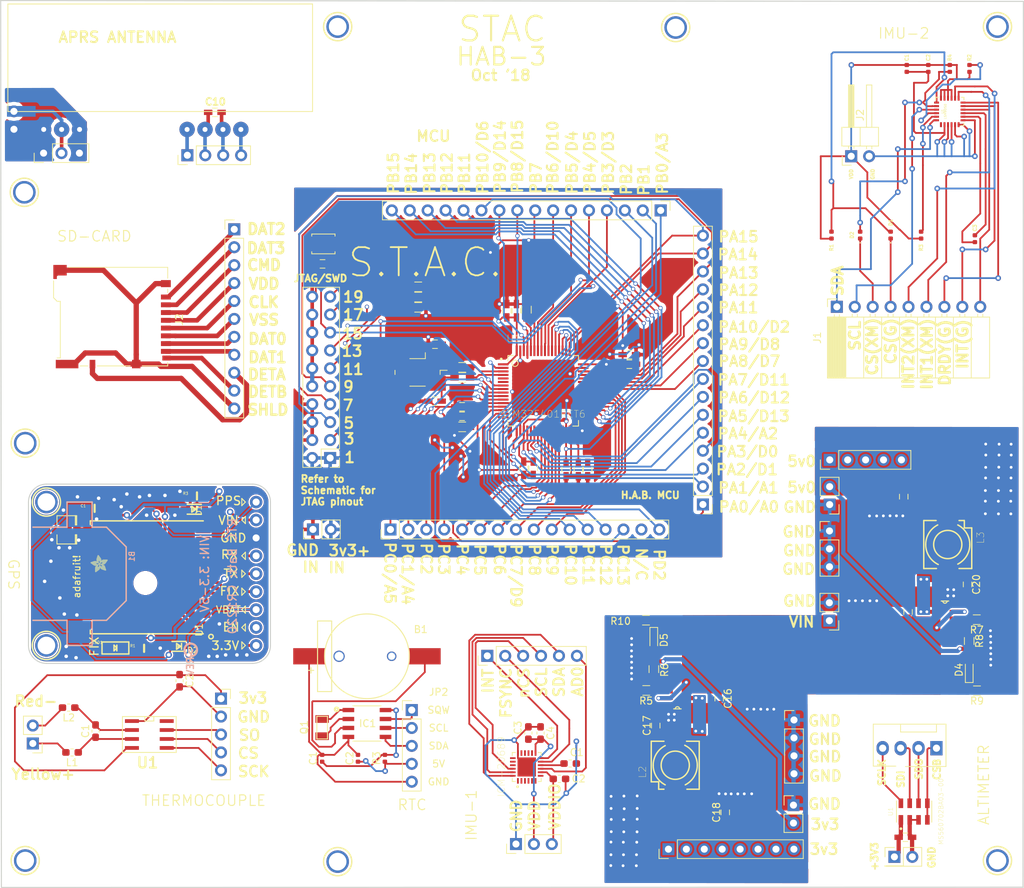
<source format=kicad_pcb>
(kicad_pcb (version 20171130) (host pcbnew 5.0.1-33cea8e~68~ubuntu16.04.1)
  (layers (0 F.Cu signal) (31 B.Cu signal) (34 B.Paste user) (35 F.Paste user) (36 B.SilkS user) (37 F.SilkS user) (38 B.Mask user) (39 F.Mask user) (44 Edge.Cuts user))
  (net 0 "")
  (net 1 "Net-(0k1-Pad1)")
  (net 2 "Net-(0k1-Pad2)")
  (net 3 "Net-(0k2-Pad1)")
  (net 4 "Net-(0k2-Pad2)")
  (net 5 GND)
  (net 6 +3.3VA)
  (net 7 +3V3)
  (net 8 "Net-(10k1-Pad2)")
  (net 9 "Net-(10k2-Pad2)")
  (net 10 "Net-(10k3-Pad2)")
  (net 11 "Net-(10k4-Pad1)")
  (net 12 RST)
  (net 13 PB4)
  (net 14 PA15)
  (net 15 PA13)
  (net 16 PA14)
  (net 17 PB3)
  (net 18 "Net-(J2-Pad1)")
  (net 19 "Net-(J2-Pad11)")
  (net 20 "Net-(J2-Pad9)")
  (net 21 "Net-(J2-Pad2)")
  (net 22 "Net-(J2-Pad3)")
  (net 23 "Net-(J2-Pad4)")
  (net 24 "Net-(J2-Pad5)")
  (net 25 "Net-(J2-Pad6)")
  (net 26 "Net-(J2-Pad7)")
  (net 27 "Net-(J2-Pad8)")
  (net 28 "Net-(J2-Pad10)")
  (net 29 PA0)
  (net 30 PA1)
  (net 31 PA2)
  (net 32 PA3)
  (net 33 PA4)
  (net 34 PA5)
  (net 35 PA6)
  (net 36 PA7)
  (net 37 PA8)
  (net 38 PA9)
  (net 39 PA10)
  (net 40 PA11)
  (net 41 PA12)
  (net 42 PB0)
  (net 43 PB1)
  (net 44 PB2)
  (net 45 PB5)
  (net 46 PB6)
  (net 47 PB7)
  (net 48 PB8)
  (net 49 PB9)
  (net 50 PB10)
  (net 51 PB12)
  (net 52 PB13)
  (net 53 PB14)
  (net 54 PB15)
  (net 55 PC0)
  (net 56 PC1)
  (net 57 PC2)
  (net 58 PC3)
  (net 59 PC4)
  (net 60 PC5)
  (net 61 PC6)
  (net 62 PC7)
  (net 63 PC8)
  (net 64 PC9)
  (net 65 PC10)
  (net 66 PC11)
  (net 67 PC12)
  (net 68 PC13)
  (net 69 "Net-(J5-Pad15)")
  (net 70 PD2)
  (net 71 "Net-(Y1-Pad2)")
  (net 72 "Net-(Y1-Pad3)")
  (net 73 "Net-(U1-Pad5)")
  (net 74 "Net-(U1-Pad6)")
  (net 75 PB11)
  (net 76 "Net-(C16-Pad1)")
  (net 77 "Net-(C16-Pad2)")
  (net 78 "Net-(C17-Pad1)")
  (net 79 "Net-(C17-Pad2)")
  (net 80 "Net-(C18-Pad1)")
  (net 81 "Net-(C20-Pad1)")
  (net 82 "Net-(C20-Pad2)")
  (net 83 "Net-(C21-Pad1)")
  (net 84 "Net-(R5-Pad2)")
  (net 85 "Net-(R7-Pad2)")
  (net 86 "Net-(D4-Pad1)")
  (net 87 "Net-(D5-Pad1)")
  (net 88 /CSB)
  (net 89 /SDO)
  (net 90 /SDI)
  (net 91 /SCLK)
  (net 92 "Net-(C1-Pad1)")
  (net 93 VCC)
  (net 94 "Net-(IC1-Pad1)")
  (net 95 "Net-(IC1-Pad2)")
  (net 96 /SDA)
  (net 97 /SCL)
  (net 98 /SQW)
  (net 99 "Net-(B1-Pad2)")
  (net 100 "Net-(C3-Pad1)")
  (net 101 "Net-(C3-Pad2)")
  (net 102 "Net-(D1-Pad1)")
  (net 103 "Net-(D1-Pad2)")
  (net 104 "Net-(D2-Pad2)")
  (net 105 "Net-(D2-Pad1)")
  (net 106 "Net-(J1-Pad1)")
  (net 107 "Net-(J1-Pad2)")
  (net 108 "Net-(J1-Pad5)")
  (net 109 "Net-(J1-Pad6)")
  (net 110 "Net-(J1-Pad7)")
  (net 111 "Net-(J1-Pad8)")
  (net 112 "Net-(J1-Pad9)")
  (net 113 "Net-(R2-Pad2)")
  (net 114 "Net-(R3-Pad2)")
  (net 115 "Net-(C1-Pad2)")
  (net 116 "Net-(C2-Pad2)")
  (net 117 3.3V)
  (net 118 VIN)
  (net 119 "Net-(U1-PadP$20)")
  (net 120 "Net-(U1-PadP$18)")
  (net 121 "Net-(U1-PadP$17)")
  (net 122 "Net-(U1-PadP$16)")
  (net 123 "Net-(U1-PadP$15)")
  (net 124 "Net-(U1-PadP$14)")
  (net 125 /1PPS)
  (net 126 "Net-(U$20-PadP$3)")
  (net 127 /RX_3V)
  (net 128 /TX)
  (net 129 "Net-(U1-PadP$7)")
  (net 130 "Net-(U1-PadP$6)")
  (net 131 /FIX)
  (net 132 /VBACKUP)
  (net 133 "Net-(U1-PadP$2)")
  (net 134 /ENABLE)
  (net 135 "Net-(LED1-PadC)")
  (net 136 /RX)
  (net 137 "Net-(B1-Pad+$1)")
  (net 138 VDDIO)
  (net 139 VDD)
  (net 140 INT)
  (net 141 FSYNC)
  (net 142 nCS)
  (net 143 SCL)
  (net 144 SDA)
  (net 145 AD0)
  (net 146 /D4)
  (net 147 /D3)
  (module Capacitors_SMD:C_0603_HandSoldering (layer F.Cu) (at 186.25 146)
    (fp_text reference C1 hide)
    (fp_text value 100nF hide)
    (pad 1 smd rect (at -0.95 0) (size 1.2 0.75) (layers F.Cu F.Paste F.Mask) (net 7 +3V3))
    (pad 2 smd rect (at 0.95 0) (size 1.2 0.75) (layers F.Cu F.Paste F.Mask) (net 5 GND))
  )
  (module "Tracksoar v2 :RADIOMETRIX-HX1" (layer F.Cu) (at 80.65341 35.534861)
    (fp_text reference U$2 hide)
    (fp_text value RADIOMETRIX-HX1 hide)
    (pad RFGND2 thru_hole circle (at -16.51 10.16) (size 2.1844 2.1844) (drill 0.7) (layers *.Cu *.Mask) (net 5 GND))
    (pad 0V thru_hole circle (at 8.89 10.16) (size 2.1844 2.1844) (drill 0.7) (layers *.Cu *.Mask) (net 5 GND))
    (pad VCC thru_hole circle (at 6.35 10.16) (size 2.1844 2.1844) (drill 0.7) (layers *.Cu *.Mask) (net 93 VCC))
    (pad EN thru_hole circle (at 3.81 10.16) (size 2.1844 2.1844) (drill 0.7) (layers *.Cu *.Mask) (net 146 /D4))
    (pad TXD thru_hole circle (at 11.43 10.16) (size 2.1844 2.1844) (drill 0.7) (layers *.Cu *.Mask) (net 147 /D3))
    (pad GND thru_hole circle (at -11.43 10.16) (size 2.1844 2.1844) (drill 0.7) (layers *.Cu *.Mask) (net 5 GND))
    (pad RFOUT thru_hole circle (at -13.97 10.16) (size 2.1844 2.1844) (drill 0.7) (layers *.Cu *.Mask) (net 13 PB4))
  )
  (module Connector:FanPinHeader_1x04_P2.54mm_Vertical (layer F.Cu) (at 190.654203 133.373068 180)
    (fp_text reference "" hide)
    (fp_text value "" hide)
    (pad 1 thru_hole rect (at 0 0 270) (size 2.03 1.73) (drill 1.02) (layers *.Cu *.Mask) (net 88 /CSB))
    (pad 2 thru_hole oval (at 2.54 0 270) (size 2.03 1.73) (drill 1.02) (layers *.Cu *.Mask) (net 89 /SDO))
    (pad 3 thru_hole oval (at 5.08 0 270) (size 2.03 1.73) (drill 1.02) (layers *.Cu *.Mask) (net 90 /SDI))
    (pad 4 thru_hole oval (at 7.62 0 270) (size 2.03 1.73) (drill 1.02) (layers *.Cu *.Mask) (net 91 /SCLK))
    (pad "" np_thru_hole circle (at 5.08 -2.16 270) (size 1.1 1.1) (drill 1.1) (layers *.Cu *.Mask))
  )
  (module "Adafruit Ultimate GPS:MOUNTINGHOLE_2.5_PLATED" (layer F.Cu) (at 61.525 149.3)
    (fp_text reference U$8 hide)
    (fp_text value MOUNTINGHOLE2.5 hide)
    (pad P$1 thru_hole circle (at 0 0) (size 3.2 3.2) (drill 2.5) (layers *.Cu *.Mask))
  )
  (module "Adafruit Ultimate GPS:MOUNTINGHOLE_2.5_PLATED" (layer F.Cu) (at 61.525 90.15)
    (fp_text reference U$8 hide)
    (fp_text value MOUNTINGHOLE2.5 hide)
    (pad P$1 thru_hole circle (at 0 0) (size 3.2 3.2) (drill 2.5) (layers *.Cu *.Mask))
  )
  (module "Adafruit Ultimate GPS:MOUNTINGHOLE_2.5_PLATED" (layer F.Cu) (at 153.7 31.25)
    (fp_text reference U$8 hide)
    (fp_text value MOUNTINGHOLE2.5 hide)
    (pad P$1 thru_hole circle (at 0 0) (size 3.2 3.2) (drill 2.5) (layers *.Cu *.Mask))
  )
  (module "Adafruit Ultimate GPS:MOUNTINGHOLE_2.5_PLATED" (layer F.Cu) (at 105.8 31.125)
    (fp_text reference U$8 hide)
    (fp_text value MOUNTINGHOLE2.5 hide)
    (pad P$1 thru_hole circle (at 0 0) (size 3.2 3.2) (drill 2.5) (layers *.Cu *.Mask))
  )
  (module "Adafruit Ultimate GPS:MOUNTINGHOLE_2.5_PLATED" (layer F.Cu) (at 105.8 149.45)
    (fp_text reference U$8 hide)
    (fp_text value MOUNTINGHOLE2.5 hide)
    (pad P$1 thru_hole circle (at 0 0) (size 3.2 3.2) (drill 2.5) (layers *.Cu *.Mask))
  )
  (module "Adafruit Ultimate GPS:MOUNTINGHOLE_2.5_PLATED" (layer F.Cu) (at 61.4 54.6)
    (fp_text reference U$9 hide)
    (fp_text value MOUNTINGHOLE2.5 hide)
    (pad P$1 thru_hole circle (at 0 0) (size 3.2 3.2) (drill 2.5) (layers *.Cu *.Mask))
  )
  (module "Adafruit Ultimate GPS:MOUNTINGHOLE_2.5_PLATED" (layer F.Cu) (at 199.3 31.125)
    (fp_text reference U$9 hide)
    (fp_text value MOUNTINGHOLE2.5 hide)
    (pad P$1 thru_hole circle (at 0 0) (size 3.2 3.2) (drill 2.5) (layers *.Cu *.Mask))
  )
  (module "Adafruit Ultimate GPS:MOUNTINGHOLE_2.5_PLATED" (layer F.Cu) (at 199.3 149.3)
    (fp_text reference U$8 hide)
    (fp_text value MOUNTINGHOLE2.5 hide)
    (pad P$1 thru_hole circle (at 0 0) (size 3.2 3.2) (drill 2.5) (layers *.Cu *.Mask))
  )
  (module Connectors_Card:Hirose_DM3BT-DSF-PEJS (layer F.Cu) (at 80.75544 69.44176 270)
    (fp_text reference J2 (at 3.2 -2.6 270) (layer F.SilkS))
    (fp_text value Micro_SD_Card_Det)
    (pad 1 smd rect (at 0 -0.7 270) (size 0.7 1.4) (layers F.Cu F.Paste F.Mask) (net 18 "Net-(J2-Pad1)"))
    (pad 11 smd rect (at -3.8 14.3 270) (size 1.5 1.9) (layers F.Cu F.Paste F.Mask) (net 19 "Net-(J2-Pad11)"))
    (pad 11 smd rect (at -1.9 -0.7 270) (size 1 1.4) (layers F.Cu F.Paste F.Mask) (net 19 "Net-(J2-Pad11)"))
    (pad 11 smd rect (at 9.5 3.5 270) (size 1.2 1.2) (layers F.Cu F.Paste F.Mask) (net 19 "Net-(J2-Pad11)"))
    (pad 11 smd rect (at 9.5 13.3 270) (size 1.2 3.2) (layers F.Cu F.Paste F.Mask) (net 19 "Net-(J2-Pad11)"))
    (pad 9 smd rect (at 8.65 -0.8 270) (size 0.7 1.2) (layers F.Cu F.Paste F.Mask) (net 20 "Net-(J2-Pad9)"))
    (pad 2 smd rect (at 1.1 -0.7 270) (size 0.7 1.4) (layers F.Cu F.Paste F.Mask) (net 21 "Net-(J2-Pad2)"))
    (pad 3 smd rect (at 2.2 -0.7 270) (size 0.7 1.4) (layers F.Cu F.Paste F.Mask) (net 22 "Net-(J2-Pad3)"))
    (pad 4 smd rect (at 3.3 -0.7 270) (size 0.7 1.4) (layers F.Cu F.Paste F.Mask) (net 23 "Net-(J2-Pad4)"))
    (pad 5 smd rect (at 4.4 -0.7 270) (size 0.7 1.4) (layers F.Cu F.Paste F.Mask) (net 24 "Net-(J2-Pad5)"))
    (pad 6 smd rect (at 5.5 -0.7 270) (size 0.7 1.4) (layers F.Cu F.Paste F.Mask) (net 25 "Net-(J2-Pad6)"))
    (pad 7 smd rect (at 6.6 -0.7 270) (size 0.7 1.4) (layers F.Cu F.Paste F.Mask) (net 26 "Net-(J2-Pad7)"))
    (pad 8 smd rect (at 7.7 -0.7 270) (size 0.7 1.4) (layers F.Cu F.Paste F.Mask) (net 27 "Net-(J2-Pad8)"))
    (pad 11 smd rect (at -2.8 15 270) (size 0.5 0.5) (layers F.Cu F.Paste F.Mask) (net 19 "Net-(J2-Pad11)"))
    (pad 10 smd rect (at 9.5 9.7 270) (size 1.2 0.8) (layers F.Cu F.Paste F.Mask) (net 28 "Net-(J2-Pad10)"))
    (pad 11 smd rect (at -3.05 14.75 315) (size 0.2 0.2) (layers F.Cu F.Paste F.Mask) (net 19 "Net-(J2-Pad11)"))
  )
  (module Pin_Headers:Pin_Header_Straight_1x11_Pitch2.54mm (layer F.Cu) (at 91.14648 59.8444)
    (fp_text reference J9 hide)
    (fp_text value Conn_01x11_Male hide)
    (pad 1 thru_hole rect (at 0 0) (size 1.7 1.7) (drill 1) (layers *.Cu *.Mask) (net 18 "Net-(J2-Pad1)"))
    (pad 2 thru_hole oval (at 0 2.54) (size 1.7 1.7) (drill 1) (layers *.Cu *.Mask) (net 21 "Net-(J2-Pad2)"))
    (pad 3 thru_hole oval (at 0 5.08) (size 1.7 1.7) (drill 1) (layers *.Cu *.Mask) (net 22 "Net-(J2-Pad3)"))
    (pad 4 thru_hole oval (at 0 7.62) (size 1.7 1.7) (drill 1) (layers *.Cu *.Mask) (net 23 "Net-(J2-Pad4)"))
    (pad 5 thru_hole oval (at 0 10.16) (size 1.7 1.7) (drill 1) (layers *.Cu *.Mask) (net 24 "Net-(J2-Pad5)"))
    (pad 6 thru_hole oval (at 0 12.7) (size 1.7 1.7) (drill 1) (layers *.Cu *.Mask) (net 25 "Net-(J2-Pad6)"))
    (pad 7 thru_hole oval (at 0 15.24) (size 1.7 1.7) (drill 1) (layers *.Cu *.Mask) (net 26 "Net-(J2-Pad7)"))
    (pad 8 thru_hole oval (at 0 17.78) (size 1.7 1.7) (drill 1) (layers *.Cu *.Mask) (net 27 "Net-(J2-Pad8)"))
    (pad 9 thru_hole oval (at 0 20.32) (size 1.7 1.7) (drill 1) (layers *.Cu *.Mask) (net 28 "Net-(J2-Pad10)"))
    (pad 10 thru_hole oval (at 0 22.86) (size 1.7 1.7) (drill 1) (layers *.Cu *.Mask) (net 20 "Net-(J2-Pad9)"))
    (pad 11 thru_hole oval (at 0 25.4) (size 1.7 1.7) (drill 1) (layers *.Cu *.Mask) (net 19 "Net-(J2-Pad11)"))
  )
  (module MS560702BA03-00:SON125P500X300X100-8N (layer F.Cu) (at 187.489203 142.358068 90)
    (fp_text reference U1 (at 0 -3.3333 90) (layer F.SilkS) (effects (font (size 0.641134 0.641134) (thickness 0.05))))
    (fp_text value MS560702BA03-00 (at 0 3.81 90) (layer F.SilkS) (effects (font (size 0.641908 0.641908) (thickness 0.05))))
    (pad 1 smd rect (at -1.175 -1.875 90) (size 1.36 0.65) (layers F.Cu F.Paste F.Mask) (net 7 +3V3))
    (pad 8 smd rect (at 1.175 -1.875 90) (size 1.36 0.65) (layers F.Cu F.Paste F.Mask) (net 91 /SCLK))
    (pad 2 smd rect (at -1.175 -0.625 90) (size 1.36 0.65) (layers F.Cu F.Paste F.Mask) (net 5 GND))
    (pad 3 smd rect (at -1.175 0.625 90) (size 1.36 0.65) (layers F.Cu F.Paste F.Mask) (net 5 GND))
    (pad 4 smd rect (at -1.175 1.875 90) (size 1.36 0.65) (layers F.Cu F.Paste F.Mask) (net 88 /CSB))
    (pad 5 smd rect (at 1.175 1.875 90) (size 1.36 0.65) (layers F.Cu F.Paste F.Mask) (net 88 /CSB))
    (pad 6 smd rect (at 1.175 0.625 90) (size 1.36 0.65) (layers F.Cu F.Paste F.Mask) (net 89 /SDO))
    (pad 7 smd rect (at 1.175 -0.625 90) (size 1.36 0.65) (layers F.Cu F.Paste F.Mask) (net 90 /SDI))
  )
  (module Connector_PinHeader_2.54mm:PinHeader_2x01_P2.54mm_Vertical (layer F.Cu) (at 184.694203 148.773068)
    (fp_text reference "" hide)
    (fp_text value "")
    (pad 1 thru_hole rect (at 0 0) (size 1.7 1.7) (drill 1) (layers *.Cu *.Mask) (net 7 +3V3))
    (pad 2 thru_hole oval (at 2.54 0) (size 1.7 1.7) (drill 1) (layers *.Cu *.Mask) (net 5 GND))
  )
  (module SOIC127P600X175-8N:SOIC127P600X175-8N (layer F.Cu) (at 109.95008 129.87456)
    (fp_text reference IC1 (at 0.09 0) (layer F.SilkS))
    (fp_text value RTC_PCF8523T)
    (pad 8 smd rect (at 2.63 -1.905) (size 1.65 0.61) (layers F.Cu F.Paste F.Mask) (net 92 "Net-(C1-Pad1)"))
    (pad 7 smd rect (at 2.63 -0.635) (size 1.65 0.61) (layers F.Cu F.Paste F.Mask) (net 98 /SQW))
    (pad 6 smd rect (at 2.63 0.635) (size 1.65 0.61) (layers F.Cu F.Paste F.Mask) (net 97 /SCL))
    (pad 5 smd rect (at 2.63 1.905) (size 1.65 0.61) (layers F.Cu F.Paste F.Mask) (net 96 /SDA))
    (pad 4 smd rect (at -2.63 1.905) (size 1.65 0.61) (layers F.Cu F.Paste F.Mask) (net 5 GND))
    (pad 3 smd rect (at -2.63 0.635) (size 1.65 0.61) (layers F.Cu F.Paste F.Mask) (net 99 "Net-(B1-Pad2)"))
    (pad 2 smd rect (at -2.63 -0.635) (size 1.65 0.61) (layers F.Cu F.Paste F.Mask) (net 95 "Net-(IC1-Pad2)"))
    (pad 1 smd rect (at -2.63 -1.905) (size 1.65 0.61) (layers F.Cu F.Paste F.Mask) (net 94 "Net-(IC1-Pad1)"))
  )
  (module Connector_PinHeader_2.54mm:PinHeader_1x05_P2.54mm_Vertical (layer F.Cu) (at 116.30008 127.96956)
    (fp_text reference JP2 (at 3.81 -2.54) (layer F.SilkS))
    (fp_text value HEADER-1X576MIL hide)
    (pad 5 thru_hole oval (at 0 10.16) (size 1.7 1.7) (drill 1) (layers *.Cu *.Mask) (net 5 GND))
    (pad 4 thru_hole oval (at 0 7.62) (size 1.7 1.7) (drill 1) (layers *.Cu *.Mask) (net 93 VCC))
    (pad 3 thru_hole oval (at 0 5.08) (size 1.7 1.7) (drill 1) (layers *.Cu *.Mask) (net 96 /SDA))
    (pad 2 thru_hole oval (at 0 2.54) (size 1.7 1.7) (drill 1) (layers *.Cu *.Mask) (net 97 /SCL))
    (pad 1 thru_hole rect (at 0 0) (size 1.7 1.7) (drill 1) (layers *.Cu *.Mask) (net 98 /SQW))
  )
  (module Capacitor_SMD:C_0402_1005Metric (layer F.Cu) (at 103.60008 134.80456 90)
    (fp_text reference C1 (at 0 -1.27 270) (layer F.SilkS))
    (fp_text value 10uF)
    (pad 2 smd roundrect (at 0.485 0 90) (size 0.59 0.64) (layers F.Cu F.Paste F.Mask) (net 5 GND))
    (pad 1 smd roundrect (at -0.485 0 90) (size 0.59 0.64) (layers F.Cu F.Paste F.Mask) (net 92 "Net-(C1-Pad1)"))
  )
  (module Capacitor_SMD:C_0402_1005Metric (layer F.Cu) (at 108.68008 134.80456 90)
    (fp_text reference C2 (at 0 -1.17 90) (layer F.SilkS))
    (fp_text value 10uF)
    (pad 1 smd roundrect (at -0.485 0 90) (size 0.59 0.64) (layers F.Cu F.Paste F.Mask) (net 93 VCC))
    (pad 2 smd roundrect (at 0.485 0 90) (size 0.59 0.64) (layers F.Cu F.Paste F.Mask) (net 5 GND))
  )
  (module XTAL320X150X90 (layer F.Cu) (at 103.60008 130.45876 270)
    (fp_text reference Q1 (at -0.0508 2.54 270) (layer F.SilkS) (effects (font (size 1.00058 1.00058))))
    (fp_text value 32.768KHz hide)
    (pad 2 smd rect (at 1.2192 0 270) (size 1.0922 1.905) (layers F.Cu F.Paste F.Mask) (net 95 "Net-(IC1-Pad2)"))
    (pad 1 smd rect (at -1.2192 0 270) (size 1.0922 1.905) (layers F.Cu F.Paste F.Mask) (net 94 "Net-(IC1-Pad1)"))
  )
  (module Resistor_SMD:R_0402_1005Metric (layer F.Cu) (at 112.49008 134.80456 90)
    (fp_text reference R3 (at 0 -1.17 270) (layer F.SilkS))
    (fp_text value 1K)
    (pad 2 smd roundrect (at 0.485 0 90) (size 0.59 0.64) (layers F.Cu F.Paste F.Mask) (net 92 "Net-(C1-Pad1)"))
    (pad 1 smd roundrect (at -0.485 0 90) (size 0.59 0.64) (layers F.Cu F.Paste F.Mask) (net 93 VCC))
  )
  (module Battery:S8411-45R (layer F.Cu) (at 109.95008 120.34956 270)
    (fp_text reference B1 (at -3.81 -7.62 180) (layer F.SilkS))
    (fp_text value CR1220)
    (fp_text user + (at 2 8 270) (layer F.SilkS))
    (pad "" np_thru_hole circle (at 0 -3.5 270) (size 1.35 1.35) (drill 1) (layers *.Cu *.Mask))
    (pad "" np_thru_hole circle (at 0 3.95 270) (size 1.6 1.6) (drill 1.25) (layers *.Cu *.Mask))
    (pad 2 smd rect (at 0 -8.2 270) (size 2.3 4.5) (layers F.Cu F.Paste F.Mask) (net 99 "Net-(B1-Pad2)"))
    (pad 1 smd rect (at 0 8.2 270) (size 2.3 4.5) (layers F.Cu F.Paste F.Mask) (net 5 GND))
  )
  (module Connector_PinHeader_2.54mm:PinHeader_1x02_P2.54mm_Horizontal (layer F.Cu) (at 178.57416 49.4917 90)
    (fp_text reference J2 (at 5.842 1.27 90) (layer F.SilkS))
    (fp_text value Conn_01x02_Female hide)
    (pad 2 thru_hole oval (at 0 2.54 90) (size 1.7 1.7) (drill 1) (layers *.Cu *.Mask) (net 92 "Net-(C1-Pad1)"))
    (pad 1 thru_hole rect (at 0 0 90) (size 1.7 1.7) (drill 1) (layers *.Cu *.Mask) (net 115 "Net-(C1-Pad2)"))
  )
  (module Capacitor_SMD:C_0402_1005Metric (layer F.Cu) (at 186.44816 37.0457 90)
    (fp_text reference C1 (at 1.524 0 90) (layer F.SilkS) (effects (font (size 0.5 0.5) (thickness 0.125))))
    (fp_text value 100nF)
    (pad 2 smd roundrect (at 0.485 0 90) (size 0.59 0.64) (layers F.Cu F.Paste F.Mask) (net 115 "Net-(C1-Pad2)"))
    (pad 1 smd roundrect (at -0.485 0 90) (size 0.59 0.64) (layers F.Cu F.Paste F.Mask) (net 92 "Net-(C1-Pad1)"))
  )
  (module Capacitor_SMD:C_0402_1005Metric (layer F.Cu) (at 189.49616 37.0457 90)
    (fp_text reference C2 (at 1.524 0 90) (layer F.SilkS) (effects (font (size 0.5 0.5) (thickness 0.125))))
    (fp_text value 10uF hide)
    (pad 1 smd roundrect (at -0.485 0 90) (size 0.59 0.64) (layers F.Cu F.Paste F.Mask) (net 92 "Net-(C1-Pad1)"))
    (pad 2 smd roundrect (at 0.485 0 90) (size 0.59 0.64) (layers F.Cu F.Paste F.Mask) (net 115 "Net-(C1-Pad2)"))
  )
  (module Capacitor_SMD:C_0402_1005Metric (layer F.Cu) (at 196.10016 61.1757 90)
    (fp_text reference C3 (at 1.524 0 90) (layer F.SilkS) (effects (font (size 0.5 0.5) (thickness 0.125))))
    (fp_text value 0.22uF)
    (pad 2 smd roundrect (at 0.485 0 90) (size 0.59 0.64) (layers F.Cu F.Paste F.Mask) (net 101 "Net-(C3-Pad2)"))
    (pad 1 smd roundrect (at -0.485 0 90) (size 0.59 0.64) (layers F.Cu F.Paste F.Mask) (net 100 "Net-(C3-Pad1)"))
  )
  (module Diode_SMD:D_0402_1005Metric (layer F.Cu) (at 184.16216 60.6677 90)
    (fp_text reference D1 (at 1.778 0 90) (layer F.SilkS) (effects (font (size 0.5 0.5) (thickness 0.125))))
    (fp_text value D_Small)
    (pad 2 smd roundrect (at 0.485 0 90) (size 0.59 0.64) (layers F.Cu F.Paste F.Mask) (net 103 "Net-(D1-Pad2)"))
    (pad 1 smd roundrect (at -0.485 0 90) (size 0.59 0.64) (layers F.Cu F.Paste F.Mask) (net 102 "Net-(D1-Pad1)"))
  )
  (module Diode_SMD:D_0402_1005Metric (layer F.Cu) (at 179.84416 60.6677 90)
    (fp_text reference D2 (at 0 -1.17 90) (layer F.SilkS) (effects (font (size 0.5 0.5) (thickness 0.125))))
    (fp_text value D_Small)
    (pad 1 smd roundrect (at -0.485 0 90) (size 0.59 0.64) (layers F.Cu F.Paste F.Mask) (net 105 "Net-(D2-Pad1)"))
    (pad 2 smd roundrect (at 0.485 0 90) (size 0.59 0.64) (layers F.Cu F.Paste F.Mask) (net 104 "Net-(D2-Pad2)"))
  )
  (module Connector_PinSocket_2.54mm:PinSocket_1x09_P2.54mm_Horizontal (layer F.Cu) (at 176.539161 70.826699 90)
    (fp_text reference J1 (at -4.38 -2.77 90) (layer F.SilkS))
    (fp_text value Conn_01x09_Female hide)
    (pad 9 thru_hole oval (at 0 20.32 90) (size 1.7 1.7) (drill 1) (layers *.Cu *.Mask) (net 112 "Net-(J1-Pad9)"))
    (pad 8 thru_hole oval (at 0 17.78 90) (size 1.7 1.7) (drill 1) (layers *.Cu *.Mask) (net 111 "Net-(J1-Pad8)"))
    (pad 7 thru_hole oval (at 0 15.24 90) (size 1.7 1.7) (drill 1) (layers *.Cu *.Mask) (net 110 "Net-(J1-Pad7)"))
    (pad 6 thru_hole oval (at 0 12.7 90) (size 1.7 1.7) (drill 1) (layers *.Cu *.Mask) (net 109 "Net-(J1-Pad6)"))
    (pad 5 thru_hole oval (at 0 10.16 90) (size 1.7 1.7) (drill 1) (layers *.Cu *.Mask) (net 108 "Net-(J1-Pad5)"))
    (pad 4 thru_hole oval (at 0 7.62 90) (size 1.7 1.7) (drill 1) (layers *.Cu *.Mask) (net 102 "Net-(D1-Pad1)"))
    (pad 3 thru_hole oval (at 0 5.08 90) (size 1.7 1.7) (drill 1) (layers *.Cu *.Mask) (net 105 "Net-(D2-Pad1)"))
    (pad 2 thru_hole oval (at 0 2.54 90) (size 1.7 1.7) (drill 1) (layers *.Cu *.Mask) (net 107 "Net-(J1-Pad2)"))
    (pad 1 thru_hole rect (at 0 0 90) (size 1.7 1.7) (drill 1) (layers *.Cu *.Mask) (net 106 "Net-(J1-Pad1)"))
  )
  (module Resistor_SMD:R_0402_1005Metric (layer F.Cu) (at 175.78016 60.6677 90)
    (fp_text reference R1 (at -1.778 0 90) (layer F.SilkS) (effects (font (size 0.5 0.5) (thickness 0.125))))
    (fp_text value 10k)
    (pad 2 smd roundrect (at 0.485 0 90) (size 0.59 0.64) (layers F.Cu F.Paste F.Mask) (net 103 "Net-(D1-Pad2)"))
    (pad 1 smd roundrect (at -0.485 0 90) (size 0.59 0.64) (layers F.Cu F.Paste F.Mask) (net 115 "Net-(C1-Pad2)"))
  )
  (module Resistor_SMD:R_0402_1005Metric (layer F.Cu) (at 195.33816 37.0457 90)
    (fp_text reference R2 (at 1.524 0 90) (layer F.SilkS) (effects (font (size 0.5 0.5) (thickness 0.125))))
    (fp_text value 10k)
    (pad 2 smd roundrect (at 0.485 0 90) (size 0.59 0.64) (layers F.Cu F.Paste F.Mask) (net 113 "Net-(R2-Pad2)"))
    (pad 1 smd roundrect (at -0.485 0 90) (size 0.59 0.64) (layers F.Cu F.Paste F.Mask) (net 115 "Net-(C1-Pad2)"))
  )
  (module Resistor_SMD:R_0402_1005Metric (layer F.Cu) (at 188.48016 60.6677 90)
    (fp_text reference R3 (at -1.778 0 90) (layer F.SilkS) (effects (font (size 0.5 0.5) (thickness 0.125))))
    (fp_text value 10k)
    (pad 1 smd roundrect (at -0.485 0 90) (size 0.59 0.64) (layers F.Cu F.Paste F.Mask) (net 115 "Net-(C1-Pad2)"))
    (pad 2 smd roundrect (at 0.485 0 90) (size 0.59 0.64) (layers F.Cu F.Paste F.Mask) (net 114 "Net-(R3-Pad2)"))
  )
  (module Resistor_SMD:R_0402_1005Metric (layer F.Cu) (at 192.54416 37.0457 90)
    (fp_text reference R4 (at 1.524 0 90) (layer F.SilkS) (effects (font (size 0.5 0.5) (thickness 0.125))))
    (fp_text value 10k)
    (pad 1 smd roundrect (at -0.485 0 90) (size 0.59 0.64) (layers F.Cu F.Paste F.Mask) (net 104 "Net-(D2-Pad2)"))
    (pad 2 smd roundrect (at 0.485 0 90) (size 0.59 0.64) (layers F.Cu F.Paste F.Mask) (net 115 "Net-(C1-Pad2)"))
  )
  (module LSM9DS04:LGA-24LSM (layer F.Cu) (at 192.54416 43.1417 90)
    (fp_text reference U1 (at 0 -1.016 90) (layer F.SilkS) (effects (font (size 0.32063 0.32063) (thickness 0.05))))
    (fp_text value LSM9DS0 (at 0 -0.636416 90) (layer F.SilkS) (effects (font (size 0.320714 0.320714) (thickness 0.05))))
    (pad 1 smd rect (at -1.875 -1.25 180) (size 0.29 0.7) (layers F.Cu F.Paste F.Mask))
    (pad 2 smd rect (at -1.875 -0.75 180) (size 0.29 0.7) (layers F.Cu F.Paste F.Mask) (net 92 "Net-(C1-Pad1)"))
    (pad 3 smd rect (at -1.875 -0.25 180) (size 0.29 0.7) (layers F.Cu F.Paste F.Mask) (net 92 "Net-(C1-Pad1)"))
    (pad 4 smd rect (at -1.875 0.25 180) (size 0.29 0.7) (layers F.Cu F.Paste F.Mask) (net 92 "Net-(C1-Pad1)"))
    (pad 5 smd rect (at -1.875 0.75 180) (size 0.29 0.7) (layers F.Cu F.Paste F.Mask) (net 92 "Net-(C1-Pad1)"))
    (pad 6 smd rect (at -1.875 1.25 180) (size 0.29 0.7) (layers F.Cu F.Paste F.Mask) (net 92 "Net-(C1-Pad1)"))
    (pad 7 smd rect (at -1.25 1.875 270) (size 0.29 0.7) (layers F.Cu F.Paste F.Mask) (net 92 "Net-(C1-Pad1)"))
    (pad 8 smd rect (at -0.75 1.875 270) (size 0.29 0.7) (layers F.Cu F.Paste F.Mask) (net 100 "Net-(C3-Pad1)"))
    (pad 9 smd rect (at -0.25 1.875 270) (size 0.29 0.7) (layers F.Cu F.Paste F.Mask) (net 101 "Net-(C3-Pad2)"))
    (pad 10 smd rect (at 0.25 1.875 270) (size 0.29 0.7) (layers F.Cu F.Paste F.Mask) (net 112 "Net-(J1-Pad9)"))
    (pad 11 smd rect (at 0.75 1.875 270) (size 0.29 0.7) (layers F.Cu F.Paste F.Mask) (net 111 "Net-(J1-Pad8)"))
    (pad 12 smd rect (at 1.25 1.875 270) (size 0.29 0.7) (layers F.Cu F.Paste F.Mask) (net 110 "Net-(J1-Pad7)"))
    (pad 13 smd rect (at 1.875 1.25) (size 0.29 0.7) (layers F.Cu F.Paste F.Mask) (net 109 "Net-(J1-Pad6)"))
    (pad 14 smd rect (at 1.875 0.75) (size 0.29 0.7) (layers F.Cu F.Paste F.Mask) (net 108 "Net-(J1-Pad5)"))
    (pad 15 smd rect (at 1.875 0.25) (size 0.29 0.7) (layers F.Cu F.Paste F.Mask) (net 115 "Net-(C1-Pad2)"))
    (pad 16 smd rect (at 1.875 -0.25) (size 0.29 0.7) (layers F.Cu F.Paste F.Mask) (net 115 "Net-(C1-Pad2)"))
    (pad 17 smd rect (at 1.875 -0.75) (size 0.29 0.7) (layers F.Cu F.Paste F.Mask) (net 115 "Net-(C1-Pad2)"))
    (pad 18 smd rect (at 1.875 -1.25) (size 0.29 0.7) (layers F.Cu F.Paste F.Mask) (net 115 "Net-(C1-Pad2)"))
    (pad 19 smd rect (at 1.25 -1.875 90) (size 0.29 0.7) (layers F.Cu F.Paste F.Mask) (net 103 "Net-(D1-Pad2)"))
    (pad 20 smd rect (at 0.75 -1.875 90) (size 0.29 0.7) (layers F.Cu F.Paste F.Mask) (net 104 "Net-(D2-Pad2)"))
    (pad 21 smd rect (at 0.25 -1.875 90) (size 0.29 0.7) (layers F.Cu F.Paste F.Mask) (net 107 "Net-(J1-Pad2)"))
    (pad 22 smd rect (at -0.25 -1.875 90) (size 0.29 0.7) (layers F.Cu F.Paste F.Mask) (net 113 "Net-(R2-Pad2)"))
    (pad 23 smd rect (at -0.75 -1.875 90) (size 0.29 0.7) (layers F.Cu F.Paste F.Mask) (net 114 "Net-(R3-Pad2)"))
    (pad 24 smd rect (at -1.25 -1.875 90) (size 0.29 0.7) (layers F.Cu F.Paste F.Mask) (net 106 "Net-(J1-Pad1)"))
  )
  (module Capacitor_SMD:C_0603_1608Metric_Pad1.05x0.95mm_HandSolder (layer F.Cu) (at 138.75 135.55 180)
    (fp_text reference C1 (at -0.925 1.575 180) (layer F.SilkS))
    (fp_text value 10nF hide)
    (pad 1 smd roundrect (at -0.875 0 180) (size 1.05 0.95) (layers F.Cu F.Paste F.Mask) (net 5 GND))
    (pad 2 smd roundrect (at 0.875 0 180) (size 1.05 0.95) (layers F.Cu F.Paste F.Mask) (net 115 "Net-(C1-Pad2)"))
  )
  (module Capacitor_SMD:C_0603_1608Metric_Pad1.05x0.95mm_HandSolder (layer F.Cu) (at 137.225 137.725)
    (fp_text reference C2 (at 2.725 -0.025) (layer F.SilkS))
    (fp_text value 10nF hide)
    (pad 2 smd roundrect (at 0.875 0) (size 1.05 0.95) (layers F.Cu F.Paste F.Mask) (net 5 GND))
    (pad 1 smd roundrect (at -0.875 0) (size 1.05 0.95) (layers F.Cu F.Paste F.Mask) (net 138 VDDIO))
  )
  (module Capacitor_SMD:C_0603_1608Metric_Pad1.05x0.95mm_HandSolder (layer F.Cu) (at 132.825 131.225 270)
    (fp_text reference C3 (at -0.75 1.475 270) (layer F.SilkS))
    (fp_text value 2.2uF hide)
    (pad 1 smd roundrect (at -0.875 0 270) (size 1.05 0.95) (layers F.Cu F.Paste F.Mask) (net 5 GND))
    (pad 2 smd roundrect (at 0.875 0 270) (size 1.05 0.95) (layers F.Cu F.Paste F.Mask) (net 139 VDD))
  )
  (module Capacitor_SMD:C_0603_1608Metric_Pad1.05x0.95mm_HandSolder (layer F.Cu) (at 134.55 131.225 270)
    (fp_text reference C4 (at 0 -1.43 270) (layer F.SilkS))
    (fp_text value CAP hide)
    (pad 2 smd roundrect (at 0.875 0 270) (size 1.05 0.95) (layers F.Cu F.Paste F.Mask) (net 139 VDD))
    (pad 1 smd roundrect (at -0.875 0 270) (size 1.05 0.95) (layers F.Cu F.Paste F.Mask) (net 5 GND))
  )
  (module Connector_PinHeader_2.54mm:PinHeader_1x03_P2.54mm_Vertical (layer F.Cu) (at 131.068 146.959 90)
    (fp_text reference J1 hide)
    (fp_text value Conn_01x03_Male hide)
    (pad 1 thru_hole rect (at 0 0 90) (size 1.7 1.7) (drill 1) (layers *.Cu *.Mask) (net 5 GND))
    (pad 2 thru_hole oval (at 0 2.54 90) (size 1.7 1.7) (drill 1) (layers *.Cu *.Mask) (net 139 VDD))
    (pad 3 thru_hole oval (at 0 5.08 90) (size 1.7 1.7) (drill 1) (layers *.Cu *.Mask) (net 138 VDDIO))
  )
  (module Connector_PinHeader_2.54mm:PinHeader_1x06_P2.54mm_Vertical (layer F.Cu) (at 127.004 120.289 90)
    (fp_text reference J2 hide)
    (fp_text value Conn_01x06_Male hide)
    (pad 1 thru_hole rect (at 0 0 90) (size 1.7 1.7) (drill 1) (layers *.Cu *.Mask) (net 140 INT))
    (pad 2 thru_hole oval (at 0 2.54 90) (size 1.7 1.7) (drill 1) (layers *.Cu *.Mask) (net 141 FSYNC))
    (pad 3 thru_hole oval (at 0 5.08 90) (size 1.7 1.7) (drill 1) (layers *.Cu *.Mask) (net 142 nCS))
    (pad 4 thru_hole oval (at 0 7.62 90) (size 1.7 1.7) (drill 1) (layers *.Cu *.Mask) (net 143 SCL))
    (pad 5 thru_hole oval (at 0 10.16 90) (size 1.7 1.7) (drill 1) (layers *.Cu *.Mask) (net 144 SDA))
    (pad 6 thru_hole oval (at 0 12.7 90) (size 1.7 1.7) (drill 1) (layers *.Cu *.Mask) (net 145 AD0))
  )
  (module QFN50P400X400X95-25N (layer F.Cu) (at 132.592 136.037 90)
    (fp_text reference U1 hide)
    (fp_text value ICM-20689 (at 0.037 -3.592 90) (layer F.SilkS) (effects (font (size 1.0005 1.0005) (thickness 0.05))))
    (pad 1 smd rect (at -1.97 -1.25 90) (size 0.79 0.26) (layers F.Cu F.Paste F.Mask))
    (pad 2 smd rect (at -1.97 -0.75 90) (size 0.79 0.26) (layers F.Cu F.Paste F.Mask))
    (pad 3 smd rect (at -1.97 -0.25 90) (size 0.79 0.26) (layers F.Cu F.Paste F.Mask))
    (pad 4 smd rect (at -1.97 0.25 90) (size 0.79 0.26) (layers F.Cu F.Paste F.Mask))
    (pad 5 smd rect (at -1.97 0.75 90) (size 0.79 0.26) (layers F.Cu F.Paste F.Mask))
    (pad 6 smd rect (at -1.97 1.25 90) (size 0.79 0.26) (layers F.Cu F.Paste F.Mask))
    (pad 7 smd rect (at -1.25 1.97 180) (size 0.79 0.26) (layers F.Cu F.Paste F.Mask))
    (pad 8 smd rect (at -0.75 1.97 180) (size 0.79 0.26) (layers F.Cu F.Paste F.Mask) (net 138 VDDIO))
    (pad 9 smd rect (at -0.25 1.97 180) (size 0.79 0.26) (layers F.Cu F.Paste F.Mask) (net 145 AD0))
    (pad 10 smd rect (at 0.25 1.97 180) (size 0.79 0.26) (layers F.Cu F.Paste F.Mask) (net 115 "Net-(C1-Pad2)"))
    (pad 11 smd rect (at 0.75 1.97 180) (size 0.79 0.26) (layers F.Cu F.Paste F.Mask) (net 141 FSYNC))
    (pad 12 smd rect (at 1.25 1.97 180) (size 0.79 0.26) (layers F.Cu F.Paste F.Mask) (net 140 INT))
    (pad 13 smd rect (at 1.97 1.25 270) (size 0.79 0.26) (layers F.Cu F.Paste F.Mask) (net 139 VDD))
    (pad 14 smd rect (at 1.97 0.75 270) (size 0.79 0.26) (layers F.Cu F.Paste F.Mask))
    (pad 15 smd rect (at 1.97 0.25 270) (size 0.79 0.26) (layers F.Cu F.Paste F.Mask))
    (pad 16 smd rect (at 1.97 -0.25 270) (size 0.79 0.26) (layers F.Cu F.Paste F.Mask))
    (pad 17 smd rect (at 1.97 -0.75 270) (size 0.79 0.26) (layers F.Cu F.Paste F.Mask))
    (pad 18 smd rect (at 1.97 -1.25 270) (size 0.79 0.26) (layers F.Cu F.Paste F.Mask) (net 5 GND))
    (pad 19 smd rect (at 1.25 -1.97) (size 0.79 0.26) (layers F.Cu F.Paste F.Mask))
    (pad 20 smd rect (at 0.75 -1.97) (size 0.79 0.26) (layers F.Cu F.Paste F.Mask))
    (pad 21 smd rect (at 0.25 -1.97) (size 0.79 0.26) (layers F.Cu F.Paste F.Mask))
    (pad 22 smd rect (at -0.25 -1.97) (size 0.79 0.26) (layers F.Cu F.Paste F.Mask) (net 142 nCS))
    (pad 23 smd rect (at -0.75 -1.97) (size 0.79 0.26) (layers F.Cu F.Paste F.Mask) (net 143 SCL))
    (pad 24 smd rect (at -1.25 -1.97) (size 0.79 0.26) (layers F.Cu F.Paste F.Mask) (net 144 SDA))
    (pad 25 smd rect (at 0 0 90) (size 2.7 2.6) (layers F.Cu F.Paste F.Mask) (net 5 GND))
  )
  (module "Tracksoar v2 :SMA-EDGE" (layer B.Cu) (at 60.96841 45.669461 90)
    (fp_text reference J$1 hide)
    (fp_text value SMA_EDGE hide)
    (pad GND@3 smd rect (at 5.08 0 90) (size 1.524 4.064) (layers F.Cu F.Paste F.Mask) (net 5 GND))
    (pad GND@2 smd rect (at 0 0 90) (size 1.524 4.064) (layers F.Cu F.Paste F.Mask) (net 5 GND))
    (pad GND@1 smd rect (at 5.08 0 90) (size 1.524 4.064) (layers B.Cu B.Mask) (net 5 GND))
    (pad SIG smd rect (at 2.54 0 90) (size 1.524 4.064) (layers B.Cu B.Mask) (net 13 PB4))
    (pad GND@0 smd rect (at 0 0 90) (size 1.524 4.064) (layers B.Cu B.Mask) (net 5 GND))
  )
  (module Pin_Headers:Pin_Header_Straight_1x03_Pitch2.54mm (layer F.Cu) (at 64.125 49.05 90)
    (fp_text reference REF** hide)
    (fp_text value Pin_Header_Straight_1x03_Pitch2.54mm hide)
    (pad 1 thru_hole rect (at 0 0 90) (size 1.7 1.7) (drill 1) (layers *.Cu *.Mask) (net 5 GND))
    (pad 2 thru_hole oval (at 0 2.54 90) (size 1.7 1.7) (drill 1) (layers *.Cu *.Mask) (net 13 PB4))
    (pad 3 thru_hole oval (at 0 5.08 90) (size 1.7 1.7) (drill 1) (layers *.Cu *.Mask) (net 5 GND))
  )
  (module Pin_Headers:Pin_Header_Straight_1x04_Pitch2.54mm (layer F.Cu) (at 84.5 49.35 90)
    (fp_text reference REF** hide)
    (fp_text value Pin_Header_Straight_1x04_Pitch2.54mm hide)
    (pad 1 thru_hole rect (at 0 0 90) (size 1.7 1.7) (drill 1) (layers *.Cu *.Mask) (net 146 /D4))
    (pad 2 thru_hole oval (at 0 2.54 90) (size 1.7 1.7) (drill 1) (layers *.Cu *.Mask) (net 93 VCC))
    (pad 3 thru_hole oval (at 0 5.08 90) (size 1.7 1.7) (drill 1) (layers *.Cu *.Mask) (net 5 GND))
    (pad 4 thru_hole oval (at 0 7.62 90) (size 1.7 1.7) (drill 1) (layers *.Cu *.Mask) (net 147 /D3))
  )
  (module "Adafruit Ultimate GPS:FGPMMOPA6H" (layer F.Cu) (at 78.751015 109.164309 180)
    (fp_text reference U1 (at -8 -8.5 90) (layer F.SilkS) (effects (font (size 0.9652 0.9652) (thickness 0.14478)) (justify left bottom)))
    (fp_text value FGPMMOPA6H)
    (pad "" np_thru_hole circle (at 0.2 -0.8 180) (size 3 3) (drill 3) (layers *.Cu))
    (pad P$20 smd rect (at 8 -6.75) (size 2 1) (layers F.Cu F.Paste F.Mask) (net 119 "Net-(U1-PadP$20)"))
    (pad P$19 smd rect (at 8 -5.25) (size 2 1) (layers F.Cu F.Paste F.Mask) (net 5 GND))
    (pad P$18 smd rect (at 8 -3.75) (size 2 1) (layers F.Cu F.Paste F.Mask) (net 120 "Net-(U1-PadP$18)"))
    (pad P$17 smd rect (at 8 -2.25) (size 2 1) (layers F.Cu F.Paste F.Mask) (net 121 "Net-(U1-PadP$17)"))
    (pad P$16 smd rect (at 8 -0.75) (size 2 1) (layers F.Cu F.Paste F.Mask) (net 122 "Net-(U1-PadP$16)"))
    (pad P$15 smd rect (at 8 0.75) (size 2 1) (layers F.Cu F.Paste F.Mask) (net 123 "Net-(U1-PadP$15)"))
    (pad P$14 smd rect (at 8 2.25) (size 2 1) (layers F.Cu F.Paste F.Mask) (net 124 "Net-(U1-PadP$14)"))
    (pad P$13 smd rect (at 8 3.75) (size 2 1) (layers F.Cu F.Paste F.Mask) (net 125 /1PPS))
    (pad P$12 smd rect (at 8 5.25) (size 2 1) (layers F.Cu F.Paste F.Mask) (net 5 GND))
    (pad P$11 smd rect (at 8 6.75) (size 2 1) (layers F.Cu F.Paste F.Mask) (net 126 "Net-(U$20-PadP$3)"))
    (pad P$10 smd rect (at -8 6.75 180) (size 2 1) (layers F.Cu F.Paste F.Mask) (net 127 /RX_3V))
    (pad P$9 smd rect (at -8 5.25 180) (size 2 1) (layers F.Cu F.Paste F.Mask) (net 128 /TX))
    (pad P$8 smd rect (at -8 3.75 180) (size 2 1) (layers F.Cu F.Paste F.Mask) (net 5 GND))
    (pad P$7 smd rect (at -8 2.25 180) (size 2 1) (layers F.Cu F.Paste F.Mask) (net 129 "Net-(U1-PadP$7)"))
    (pad P$6 smd rect (at -8 0.75 180) (size 2 1) (layers F.Cu F.Paste F.Mask) (net 130 "Net-(U1-PadP$6)"))
    (pad P$5 smd rect (at -8 -0.75 180) (size 2 1) (layers F.Cu F.Paste F.Mask) (net 131 /FIX))
    (pad P$4 smd rect (at -8 -2.25 180) (size 2 1) (layers F.Cu F.Paste F.Mask) (net 132 /VBACKUP))
    (pad P$3 smd rect (at -8 -3.75 180) (size 2 1) (layers F.Cu F.Paste F.Mask) (net 5 GND))
    (pad P$2 smd rect (at -8 -5.25 180) (size 2 1) (layers F.Cu F.Paste F.Mask) (net 133 "Net-(U1-PadP$2)"))
    (pad P$1 smd rect (at -8 -6.75 180) (size 2 1) (layers F.Cu F.Paste F.Mask) (net 117 3.3V))
  )
  (module "Adafruit Ultimate GPS:CHIPLED_0805" (layer F.Cu) (at 74.306015 119.173309 270)
    (fp_text reference LED1 (at -1.016 1.778 180) (layer F.SilkS) (effects (font (size 0.38608 0.38608) (thickness 0.057912)) (justify right top)))
    (fp_text value RED)
    (pad A smd rect (at 0 1.05 270) (size 1.2 1.2) (layers F.Cu F.Paste F.Mask) (net 131 /FIX))
    (pad C smd rect (at 0 -1.05 270) (size 1.2 1.2) (layers F.Cu F.Paste F.Mask) (net 135 "Net-(LED1-PadC)"))
  )
  (module "Adafruit Ultimate GPS:0805-NO" (layer F.Cu) (at 78.370015 119.221309 180)
    (fp_text reference R1 (at 2.032 0.127 180) (layer F.SilkS) (effects (font (size 0.38608 0.38608) (thickness 0.057912)) (justify left bottom)))
    (fp_text value 1K)
    (pad 2 smd rect (at 0.95 0 180) (size 1.24 1.5) (layers F.Cu F.Paste F.Mask) (net 135 "Net-(LED1-PadC)"))
    (pad 1 smd rect (at -0.95 0 180) (size 1.24 1.5) (layers F.Cu F.Paste F.Mask) (net 5 GND))
  )
  (module "Adafruit Ultimate GPS:0805-NO" (layer F.Cu) (at 71.361015 99.385309 180)
    (fp_text reference C1 (at 2.032 0.127 180) (layer F.SilkS) (effects (font (size 0.38608 0.38608) (thickness 0.057912)) (justify left bottom)))
    (fp_text value 0.1uF)
    (pad 2 smd rect (at 0.95 0 180) (size 1.24 1.5) (layers F.Cu F.Paste F.Mask) (net 5 GND))
    (pad 1 smd rect (at -0.95 0 180) (size 1.24 1.5) (layers F.Cu F.Paste F.Mask) (net 117 3.3V))
  )
  (module "Adafruit Ultimate GPS:MOUNTINGHOLE_2.5_PLATED" (layer F.Cu) (at 64.527015 118.816309 90)
    (fp_text reference U$8 hide)
    (fp_text value MOUNTINGHOLE2.5 hide)
    (pad P$1 thru_hole circle (at 0 0 90) (size 3.2 3.2) (drill 2.5) (layers *.Cu *.Mask))
  )
  (module "Adafruit Ultimate GPS:MOUNTINGHOLE_2.5_PLATED" (layer F.Cu) (at 64.527015 98.496309 90)
    (fp_text reference U$9 hide)
    (fp_text value MOUNTINGHOLE2.5 hide)
    (pad P$1 thru_hole circle (at 0 0 90) (size 3.2 3.2) (drill 2.5) (layers *.Cu *.Mask))
  )
  (module "Adafruit Ultimate GPS:SOD-323" (layer F.Cu) (at 85.482015 99.512309 180)
    (fp_text reference D1 (at -1.1 -1 90) (layer F.SilkS) (effects (font (size 0.77216 0.77216) (thickness 0.115824)) (justify left bottom)))
    (fp_text value 1N4148)
    (pad A smd rect (at 1.27 0 180) (size 1.35 0.8) (layers F.Cu F.Paste F.Mask) (net 127 /RX_3V))
    (pad C smd rect (at -1.27 0 180) (size 1.35 0.8) (layers F.Cu F.Paste F.Mask) (net 136 /RX))
  )
  (module "Adafruit Ultimate GPS:0805-NO" (layer F.Cu) (at 85.863015 97.631309 180)
    (fp_text reference R3 (at 2.032 0.127 180) (layer F.SilkS) (effects (font (size 0.38608 0.38608) (thickness 0.057912)) (justify left bottom)))
    (fp_text value 10K)
    (pad 2 smd rect (at 0.95 0 180) (size 1.24 1.5) (layers F.Cu F.Paste F.Mask) (net 127 /RX_3V))
    (pad 1 smd rect (at -0.95 0 180) (size 1.24 1.5) (layers F.Cu F.Paste F.Mask) (net 117 3.3V))
  )
  (module "Adafruit Ultimate GPS:CR1220" (layer B.Cu) (at 69.226015 108.656309 270)
    (fp_text reference B1 (at -3.302 -7.86 270) (layer B.SilkS) (effects (font (size 0.77216 0.77216) (thickness 0.146304)) (justify left bottom mirror)))
    (fp_text value CR1220)
    (pad +$2 smd rect (at 8.2254 0 270) (size 3.2 3.2) (layers B.Cu B.Paste B.Mask) (net 137 "Net-(B1-Pad+$1)"))
    (pad +$1 smd rect (at -8.2254 0 270) (size 3.2 3.2) (layers B.Cu B.Paste B.Mask) (net 137 "Net-(B1-Pad+$1)"))
    (pad - smd roundrect (at 0 0 270) (size 6.35 6.35) (layers B.Cu B.Mask) (roundrect_rratio 0.5) (net 5 GND))
  )
  (module "Adafruit Ultimate GPS:FIDUCIAL_1MM" (layer F.Cu) (at 67.511515 97.226309 90)
    (fp_text reference FID1 hide)
    (fp_text value FIDUCIAL"" hide)
    (pad 1 smd roundrect (at 0 0 90) (size 1 1) (layers F.Cu F.Mask) (roundrect_rratio 0.5))
  )
  (module "Adafruit Ultimate GPS:FIDUCIAL_1MM" (layer F.Cu) (at 86.643515 119.301309 90)
    (fp_text reference FID2 hide)
    (fp_text value FIDUCIAL"" hide)
    (pad 1 smd roundrect (at 0 0 90) (size 1 1) (layers F.Cu F.Mask) (roundrect_rratio 0.5))
  )
  (module "Adafruit Ultimate GPS:ADAFRUIT_2.5MM" (layer F.Cu) (at 73.212015 108.437809 90)
    (fp_text reference U$15 hide)
    (fp_text value "" hide)
  )
  (module "Adafruit Ultimate GPS:U.FL" (layer F.Cu) (at 67.321015 102.433309)
    (fp_text reference U$20 hide)
    (fp_text value U.FL hide)
    (pad P$4 smd rect (at -1.525 0) (size 1.05 1) (layers F.Cu F.Paste F.Mask))
    (pad P$3 smd rect (at 1.525 0) (size 1.05 1) (layers F.Cu F.Paste F.Mask) (net 126 "Net-(U$20-PadP$3)"))
    (pad P$2 smd rect (at 0 1.375) (size 2.2 0.85) (layers F.Cu F.Paste F.Mask) (net 5 GND))
    (pad P$1 smd rect (at 0 -1.375) (size 2.2 0.85) (layers F.Cu F.Paste F.Mask) (net 5 GND))
  )
  (module "Adafruit Ultimate GPS:1X09_ROUND_70" (layer F.Cu) (at 94.245015 108.656309 270)
    (fp_text reference JP1 hide)
    (fp_text value HEADER-1X970MIL)
    (pad 9 thru_hole circle (at 10.16 0) (size 1.778 1.778) (drill 1) (layers *.Cu *.Mask) (net 117 3.3V))
    (pad 8 thru_hole circle (at 7.62 0) (size 1.778 1.778) (drill 1) (layers *.Cu *.Mask) (net 134 /ENABLE))
    (pad 7 thru_hole circle (at 5.08 0) (size 1.778 1.778) (drill 1) (layers *.Cu *.Mask) (net 132 /VBACKUP))
    (pad 6 thru_hole circle (at 2.54 0) (size 1.778 1.778) (drill 1) (layers *.Cu *.Mask) (net 131 /FIX))
    (pad 5 thru_hole circle (at 0 0) (size 1.778 1.778) (drill 1) (layers *.Cu *.Mask) (net 128 /TX))
    (pad 4 thru_hole circle (at -2.54 0) (size 1.778 1.778) (drill 1) (layers *.Cu *.Mask) (net 136 /RX))
    (pad 3 thru_hole circle (at -5.08 0) (size 1.778 1.778) (drill 1) (layers *.Cu *.Mask) (net 5 GND))
    (pad 2 thru_hole circle (at -7.62 0) (size 1.778 1.778) (drill 1) (layers *.Cu *.Mask) (net 118 VIN))
    (pad 1 thru_hole circle (at -10.16 0) (size 1.778 1.778) (drill 1) (layers *.Cu *.Mask) (net 125 /1PPS))
  )
  (module "Adafruit Ultimate GPS:PCBFEAT-REV-040" (layer B.Cu) (at 84.974015 119.451309 270)
    (fp_text reference U$16 hide)
    (fp_text value "" hide)
    (fp_text user >REV (at -0.3556 -0.508 270) (layer B.SilkS) (effects (font (size 0.9652 0.9652) (thickness 0.2032)) (justify left bottom mirror)))
  )
  (module "Adafruit Ultimate GPS:SOD-323" (layer F.Cu) (at 83.323015 118.943309 180)
    (fp_text reference D2 (at -1.1 -1 180) (layer F.SilkS) (effects (font (size 0.77216 0.77216) (thickness 0.138988)) (justify left bottom)))
    (fp_text value CUS520)
    (pad A smd rect (at 1.27 0 180) (size 1.35 0.8) (layers F.Cu F.Paste F.Mask) (net 137 "Net-(B1-Pad+$1)"))
    (pad C smd rect (at -1.27 0 180) (size 1.35 0.8) (layers F.Cu F.Paste F.Mask) (net 132 /VBACKUP))
  )
  (module Inductor_SMD:L_0603_1608Metric_Pad1.05x0.95mm_HandSolder (layer F.Cu) (at 68.1625 133.975 180)
    (fp_text reference L1 (at 0 -1.43 180) (layer F.SilkS))
    (fp_text value Ferrite_Bead hide)
    (pad 2 smd roundrect (at 0.875 0 180) (size 1.05 0.95) (layers F.Cu F.Paste F.Mask) (net 106 "Net-(J1-Pad1)"))
    (pad 1 smd roundrect (at -0.875 0 180) (size 1.05 0.95) (layers F.Cu F.Paste F.Mask) (net 92 "Net-(C1-Pad1)"))
  )
  (module Inductor_SMD:L_0603_1608Metric_Pad1.05x0.95mm_HandSolder (layer F.Cu) (at 67.68 127.625 180)
    (fp_text reference L2 (at 0 -1.43 180) (layer F.SilkS))
    (fp_text value Ferrite_Bead hide)
    (pad 2 smd roundrect (at 0.875 0 180) (size 1.05 0.95) (layers F.Cu F.Paste F.Mask) (net 107 "Net-(J1-Pad2)"))
    (pad 1 smd roundrect (at -0.875 0 180) (size 1.05 0.95) (layers F.Cu F.Paste F.Mask) (net 115 "Net-(C1-Pad2)"))
  )
  (module Capacitor_SMD:C_0603_1608Metric_Pad1.05x0.95mm_HandSolder (layer F.Cu) (at 71.49 130.9525 90)
    (fp_text reference C1 (at 0 -1.43 90) (layer F.SilkS))
    (fp_text value ".01 uF" hide)
    (pad 2 smd roundrect (at 0.875 0 90) (size 1.05 0.95) (layers F.Cu F.Paste F.Mask) (net 115 "Net-(C1-Pad2)"))
    (pad 1 smd roundrect (at -0.875 0 90) (size 1.05 0.95) (layers F.Cu F.Paste F.Mask) (net 92 "Net-(C1-Pad1)"))
  )
  (module Capacitor_SMD:C_0603_1608Metric_Pad1.05x0.95mm_HandSolder (layer F.Cu) (at 83.4025 123.815 270)
    (fp_text reference C2 (at 0 -1.43 270) (layer F.SilkS))
    (fp_text value "0.1 uF")
    (pad 2 smd roundrect (at 0.875 0 270) (size 1.05 0.95) (layers F.Cu F.Paste F.Mask) (net 116 "Net-(C2-Pad2)"))
    (pad 1 smd roundrect (at -0.875 0 270) (size 1.05 0.95) (layers F.Cu F.Paste F.Mask) (net 7 +3V3))
  )
  (module Connector_PinHeader_2.54mm:PinHeader_1x02_P2.54mm_Vertical (layer F.Cu) (at 62.6 132.705 180)
    (fp_text reference J1 hide)
    (fp_text value Conn_01x02_Male hide)
    (pad 1 thru_hole rect (at 0 0 180) (size 1.7 1.7) (drill 1) (layers *.Cu *.Mask) (net 106 "Net-(J1-Pad1)"))
    (pad 2 thru_hole oval (at 0 2.54 180) (size 1.7 1.7) (drill 1) (layers *.Cu *.Mask) (net 107 "Net-(J1-Pad2)"))
  )
  (module Connector_PinSocket_2.54mm:PinSocket_1x05_P2.54mm_Vertical (layer F.Cu) (at 89.27 126.355)
    (fp_text reference J2 hide)
    (fp_text value Conn_01x05_Female hide)
    (pad 1 thru_hole rect (at 0 0) (size 1.7 1.7) (drill 1) (layers *.Cu *.Mask) (net 7 +3V3))
    (pad 2 thru_hole oval (at 0 2.54) (size 1.7 1.7) (drill 1) (layers *.Cu *.Mask) (net 116 "Net-(C2-Pad2)"))
    (pad 3 thru_hole oval (at 0 5.08) (size 1.7 1.7) (drill 1) (layers *.Cu *.Mask) (net 22 "Net-(J2-Pad3)"))
    (pad 4 thru_hole oval (at 0 7.62) (size 1.7 1.7) (drill 1) (layers *.Cu *.Mask) (net 23 "Net-(J2-Pad4)"))
    (pad 5 thru_hole oval (at 0 10.16) (size 1.7 1.7) (drill 1) (layers *.Cu *.Mask) (net 24 "Net-(J2-Pad5)"))
  )
  (module MAX31855:SO-8 (layer F.Cu) (at 79.11 131.435)
    (fp_text reference U1 (at -0.25654 4.00304) (layer F.SilkS) (effects (font (size 1.5 1.5) (thickness 0.3))))
    (fp_text value MAX31855 hide)
    (pad 1 smd rect (at -2.465 -1.905) (size 1.98 0.53) (layers F.Cu F.Paste F.Mask) (net 116 "Net-(C2-Pad2)"))
    (pad 2 smd rect (at -2.465 -0.635) (size 1.98 0.53) (layers F.Cu F.Paste F.Mask) (net 115 "Net-(C1-Pad2)"))
    (pad 3 smd rect (at -2.465 0.635) (size 1.98 0.53) (layers F.Cu F.Paste F.Mask) (net 92 "Net-(C1-Pad1)"))
    (pad 4 smd rect (at -2.465 1.905) (size 1.98 0.53) (layers F.Cu F.Paste F.Mask) (net 7 +3V3))
    (pad 5 smd rect (at 2.465 1.905) (size 1.98 0.53) (layers F.Cu F.Paste F.Mask) (net 24 "Net-(J2-Pad5)"))
    (pad 6 smd rect (at 2.465 0.635) (size 1.98 0.53) (layers F.Cu F.Paste F.Mask) (net 23 "Net-(J2-Pad4)"))
    (pad 7 smd rect (at 2.465 -0.635) (size 1.98 0.53) (layers F.Cu F.Paste F.Mask) (net 22 "Net-(J2-Pad3)"))
    (pad 8 smd rect (at 2.465 -1.905) (size 1.98 0.53) (layers F.Cu F.Paste F.Mask))
  )
  (module Capacitors_SMD:C_0603_HandSoldering (layer F.Cu) (at 88.4 43.275)
    (fp_text reference REF** hide)
    (fp_text value C_0603_HandSoldering hide)
    (pad 1 smd rect (at -0.95 0) (size 1.2 0.75) (layers F.Cu F.Paste F.Mask) (net 93 VCC))
    (pad 2 smd rect (at 0.95 0) (size 1.2 0.75) (layers F.Cu F.Paste F.Mask) (net 5 GND))
  )
  (module STM32F401RET6:QFP50P1200X1200X160-64N (layer F.Cu) (at 134.9261 82.7286)
    (fp_text reference U1 (at -4.22007 -7.40267) (layer F.SilkS) (effects (font (size 1.00239 1.00239) (thickness 0.05))))
    (fp_text value STM32F401RET6 (at -0.04318 3.302) (layer F.SilkS) (effects (font (size 1.00246 1.00246) (thickness 0.05))))
    (pad 1 smd rect (at -5.67 -3.75) (size 1.5 0.3) (layers F.Cu F.Paste F.Mask) (net 7 +3V3))
    (pad 2 smd rect (at -5.67 -3.25) (size 1.5 0.3) (layers F.Cu F.Paste F.Mask) (net 68 PC13))
    (pad 3 smd rect (at -5.67 -2.75) (size 1.5 0.3) (layers F.Cu F.Paste F.Mask) (net 1 "Net-(0k1-Pad1)"))
    (pad 4 smd rect (at -5.67 -2.25) (size 1.5 0.3) (layers F.Cu F.Paste F.Mask) (net 3 "Net-(0k2-Pad1)"))
    (pad 5 smd rect (at -5.67 -1.75) (size 1.5 0.3) (layers F.Cu F.Paste F.Mask) (net 73 "Net-(U1-Pad5)"))
    (pad 6 smd rect (at -5.67 -1.25) (size 1.5 0.3) (layers F.Cu F.Paste F.Mask) (net 74 "Net-(U1-Pad6)"))
    (pad 7 smd rect (at -5.67 -0.75) (size 1.5 0.3) (layers F.Cu F.Paste F.Mask) (net 12 RST))
    (pad 8 smd rect (at -5.67 -0.25) (size 1.5 0.3) (layers F.Cu F.Paste F.Mask) (net 55 PC0))
    (pad 9 smd rect (at -5.67 0.25) (size 1.5 0.3) (layers F.Cu F.Paste F.Mask) (net 56 PC1))
    (pad 10 smd rect (at -5.67 0.75) (size 1.5 0.3) (layers F.Cu F.Paste F.Mask) (net 57 PC2))
    (pad 11 smd rect (at -5.67 1.25) (size 1.5 0.3) (layers F.Cu F.Paste F.Mask) (net 58 PC3))
    (pad 12 smd rect (at -5.67 1.75) (size 1.5 0.3) (layers F.Cu F.Paste F.Mask) (net 5 GND))
    (pad 13 smd rect (at -5.67 2.25) (size 1.5 0.3) (layers F.Cu F.Paste F.Mask) (net 6 +3.3VA))
    (pad 14 smd rect (at -5.67 2.75) (size 1.5 0.3) (layers F.Cu F.Paste F.Mask) (net 29 PA0))
    (pad 15 smd rect (at -5.67 3.25) (size 1.5 0.3) (layers F.Cu F.Paste F.Mask) (net 30 PA1))
    (pad 16 smd rect (at -5.67 3.75) (size 1.5 0.3) (layers F.Cu F.Paste F.Mask) (net 31 PA2))
    (pad 17 smd rect (at -3.75 5.67 90) (size 1.5 0.3) (layers F.Cu F.Paste F.Mask) (net 32 PA3))
    (pad 18 smd rect (at -3.25 5.67 90) (size 1.5 0.3) (layers F.Cu F.Paste F.Mask) (net 5 GND))
    (pad 19 smd rect (at -2.75 5.67 90) (size 1.5 0.3) (layers F.Cu F.Paste F.Mask) (net 7 +3V3))
    (pad 20 smd rect (at -2.25 5.67 90) (size 1.5 0.3) (layers F.Cu F.Paste F.Mask) (net 33 PA4))
    (pad 21 smd rect (at -1.75 5.67 90) (size 1.5 0.3) (layers F.Cu F.Paste F.Mask) (net 34 PA5))
    (pad 22 smd rect (at -1.25 5.67 90) (size 1.5 0.3) (layers F.Cu F.Paste F.Mask) (net 35 PA6))
    (pad 23 smd rect (at -0.75 5.67 90) (size 1.5 0.3) (layers F.Cu F.Paste F.Mask) (net 36 PA7))
    (pad 24 smd rect (at -0.25 5.67 90) (size 1.5 0.3) (layers F.Cu F.Paste F.Mask) (net 59 PC4))
    (pad 25 smd rect (at 0.25 5.67 90) (size 1.5 0.3) (layers F.Cu F.Paste F.Mask) (net 60 PC5))
    (pad 26 smd rect (at 0.75 5.67 90) (size 1.5 0.3) (layers F.Cu F.Paste F.Mask) (net 42 PB0))
    (pad 27 smd rect (at 1.25 5.67 90) (size 1.5 0.3) (layers F.Cu F.Paste F.Mask) (net 43 PB1))
    (pad 28 smd rect (at 1.75 5.67 90) (size 1.5 0.3) (layers F.Cu F.Paste F.Mask) (net 44 PB2))
    (pad 29 smd rect (at 2.25 5.67 90) (size 1.5 0.3) (layers F.Cu F.Paste F.Mask) (net 50 PB10))
    (pad 30 smd rect (at 2.75 5.67 90) (size 1.5 0.3) (layers F.Cu F.Paste F.Mask) (net 75 PB11))
    (pad 31 smd rect (at 3.25 5.67 90) (size 1.5 0.3) (layers F.Cu F.Paste F.Mask) (net 5 GND))
    (pad 32 smd rect (at 3.75 5.67 90) (size 1.5 0.3) (layers F.Cu F.Paste F.Mask) (net 7 +3V3))
    (pad 33 smd rect (at 5.67 3.75 180) (size 1.5 0.3) (layers F.Cu F.Paste F.Mask) (net 51 PB12))
    (pad 34 smd rect (at 5.67 3.25 180) (size 1.5 0.3) (layers F.Cu F.Paste F.Mask) (net 52 PB13))
    (pad 35 smd rect (at 5.67 2.75 180) (size 1.5 0.3) (layers F.Cu F.Paste F.Mask) (net 53 PB14))
    (pad 36 smd rect (at 5.67 2.25 180) (size 1.5 0.3) (layers F.Cu F.Paste F.Mask) (net 54 PB15))
    (pad 37 smd rect (at 5.67 1.75 180) (size 1.5 0.3) (layers F.Cu F.Paste F.Mask) (net 61 PC6))
    (pad 38 smd rect (at 5.67 1.25 180) (size 1.5 0.3) (layers F.Cu F.Paste F.Mask) (net 62 PC7))
    (pad 39 smd rect (at 5.67 0.75 180) (size 1.5 0.3) (layers F.Cu F.Paste F.Mask) (net 63 PC8))
    (pad 40 smd rect (at 5.67 0.25 180) (size 1.5 0.3) (layers F.Cu F.Paste F.Mask) (net 64 PC9))
    (pad 41 smd rect (at 5.67 -0.25 180) (size 1.5 0.3) (layers F.Cu F.Paste F.Mask) (net 37 PA8))
    (pad 42 smd rect (at 5.67 -0.75 180) (size 1.5 0.3) (layers F.Cu F.Paste F.Mask) (net 38 PA9))
    (pad 43 smd rect (at 5.67 -1.25 180) (size 1.5 0.3) (layers F.Cu F.Paste F.Mask) (net 39 PA10))
    (pad 44 smd rect (at 5.67 -1.75 180) (size 1.5 0.3) (layers F.Cu F.Paste F.Mask) (net 40 PA11))
    (pad 45 smd rect (at 5.67 -2.25 180) (size 1.5 0.3) (layers F.Cu F.Paste F.Mask) (net 41 PA12))
    (pad 46 smd rect (at 5.67 -2.75 180) (size 1.5 0.3) (layers F.Cu F.Paste F.Mask) (net 15 PA13))
    (pad 47 smd rect (at 5.67 -3.25 180) (size 1.5 0.3) (layers F.Cu F.Paste F.Mask) (net 5 GND))
    (pad 48 smd rect (at 5.67 -3.75 180) (size 1.5 0.3) (layers F.Cu F.Paste F.Mask) (net 7 +3V3))
    (pad 49 smd rect (at 3.75 -5.67 270) (size 1.5 0.3) (layers F.Cu F.Paste F.Mask) (net 16 PA14))
    (pad 50 smd rect (at 3.25 -5.67 270) (size 1.5 0.3) (layers F.Cu F.Paste F.Mask) (net 14 PA15))
    (pad 51 smd rect (at 2.75 -5.67 270) (size 1.5 0.3) (layers F.Cu F.Paste F.Mask) (net 65 PC10))
    (pad 52 smd rect (at 2.25 -5.67 270) (size 1.5 0.3) (layers F.Cu F.Paste F.Mask) (net 66 PC11))
    (pad 53 smd rect (at 1.75 -5.67 270) (size 1.5 0.3) (layers F.Cu F.Paste F.Mask) (net 67 PC12))
    (pad 54 smd rect (at 1.25 -5.67 270) (size 1.5 0.3) (layers F.Cu F.Paste F.Mask) (net 70 PD2))
    (pad 55 smd rect (at 0.75 -5.67 270) (size 1.5 0.3) (layers F.Cu F.Paste F.Mask) (net 17 PB3))
    (pad 56 smd rect (at 0.25 -5.67 270) (size 1.5 0.3) (layers F.Cu F.Paste F.Mask) (net 13 PB4))
    (pad 57 smd rect (at -0.25 -5.67 270) (size 1.5 0.3) (layers F.Cu F.Paste F.Mask) (net 45 PB5))
    (pad 58 smd rect (at -0.75 -5.67 270) (size 1.5 0.3) (layers F.Cu F.Paste F.Mask) (net 46 PB6))
    (pad 59 smd rect (at -1.25 -5.67 270) (size 1.5 0.3) (layers F.Cu F.Paste F.Mask) (net 47 PB7))
    (pad 60 smd rect (at -1.75 -5.67 270) (size 1.5 0.3) (layers F.Cu F.Paste F.Mask) (net 11 "Net-(10k4-Pad1)"))
    (pad 61 smd rect (at -2.25 -5.67 270) (size 1.5 0.3) (layers F.Cu F.Paste F.Mask) (net 48 PB8))
    (pad 62 smd rect (at -2.75 -5.67 270) (size 1.5 0.3) (layers F.Cu F.Paste F.Mask) (net 49 PB9))
    (pad 63 smd rect (at -3.25 -5.67 270) (size 1.5 0.3) (layers F.Cu F.Paste F.Mask) (net 5 GND))
    (pad 64 smd rect (at -3.75 -5.67 270) (size 1.5 0.3) (layers F.Cu F.Paste F.Mask) (net 7 +3V3))
  )
  (module Resistors_SMD:R_0603_HandSoldering (layer F.Cu) (at 123.45292 79.41136 180)
    (fp_text reference 0k1 hide)
    (fp_text value R1)
    (pad 1 smd rect (at -1.1 0 180) (size 1.2 0.9) (layers F.Cu F.Paste F.Mask) (net 1 "Net-(0k1-Pad1)"))
    (pad 2 smd rect (at 1.1 0 180) (size 1.2 0.9) (layers F.Cu F.Paste F.Mask) (net 2 "Net-(0k1-Pad2)"))
  )
  (module Resistors_SMD:R_0603_HandSoldering (layer F.Cu) (at 123.46308 80.83884 180)
    (fp_text reference 0k2 hide)
    (fp_text value R2)
    (pad 1 smd rect (at -1.1 0 180) (size 1.2 0.9) (layers F.Cu F.Paste F.Mask) (net 3 "Net-(0k2-Pad1)"))
    (pad 2 smd rect (at 1.1 0 180) (size 1.2 0.9) (layers F.Cu F.Paste F.Mask) (net 4 "Net-(0k2-Pad2)"))
  )
  (module Capacitors_SMD:C_0603_HandSoldering (layer F.Cu) (at 123.42752 86.34556)
    (fp_text reference 1uF1 hide)
    (fp_text value C6)
    (pad 1 smd rect (at -0.95 0) (size 1.2 0.75) (layers F.Cu F.Paste F.Mask) (net 5 GND))
    (pad 2 smd rect (at 0.95 0) (size 1.2 0.75) (layers F.Cu F.Paste F.Mask) (net 6 +3.3VA))
  )
  (module Capacitors_SMD:C_0603_HandSoldering (layer F.Cu) (at 131.13388 71.38496 270)
    (fp_text reference 1uF2 hide)
    (fp_text value C14)
    (pad 1 smd rect (at -0.95 0 270) (size 1.2 0.75) (layers F.Cu F.Paste F.Mask) (net 5 GND))
    (pad 2 smd rect (at 0.95 0 270) (size 1.2 0.75) (layers F.Cu F.Paste F.Mask) (net 7 +3V3))
  )
  (module Capacitors_SMD:C_0603_HandSoldering (layer F.Cu) (at 132.16512 93.70652 90)
    (fp_text reference 1uF3 hide)
    (fp_text value C8)
    (pad 1 smd rect (at -0.95 0 90) (size 1.2 0.75) (layers F.Cu F.Paste F.Mask) (net 5 GND))
    (pad 2 smd rect (at 0.95 0 90) (size 1.2 0.75) (layers F.Cu F.Paste F.Mask) (net 7 +3V3))
  )
  (module Capacitors_SMD:C_0603_HandSoldering (layer F.Cu) (at 139.90704 93.88936 90)
    (fp_text reference 1uF4 hide)
    (fp_text value C12)
    (pad 1 smd rect (at -0.95 0 90) (size 1.2 0.75) (layers F.Cu F.Paste F.Mask) (net 5 GND))
    (pad 2 smd rect (at 0.95 0 90) (size 1.2 0.75) (layers F.Cu F.Paste F.Mask) (net 7 +3V3))
  )
  (module Capacitors_SMD:C_0603_HandSoldering (layer F.Cu) (at 147.13588 77.60288 180)
    (fp_text reference 1uF5 hide)
    (fp_text value C10)
    (pad 1 smd rect (at -0.95 0 180) (size 1.2 0.75) (layers F.Cu F.Paste F.Mask) (net 5 GND))
    (pad 2 smd rect (at 0.95 0 180) (size 1.2 0.75) (layers F.Cu F.Paste F.Mask) (net 7 +3V3))
  )
  (module Capacitors_SMD:C_0603_HandSoldering (layer F.Cu) (at 138.16968 93.89448 90)
    (fp_text reference 4.7uF1 hide)
    (fp_text value C21)
    (pad 1 smd rect (at -0.95 0 90) (size 1.2 0.75) (layers F.Cu F.Paste F.Mask) (net 5 GND))
    (pad 2 smd rect (at 0.95 0 90) (size 1.2 0.75) (layers F.Cu F.Paste F.Mask) (net 75 PB11))
  )
  (module Resistors_SMD:R_0603_HandSoldering (layer F.Cu) (at 117.21468 70.90236 180)
    (fp_text reference 10k1 hide)
    (fp_text value R6)
    (pad 1 smd rect (at -1.1 0 180) (size 1.2 0.9) (layers F.Cu F.Paste F.Mask) (net 5 GND))
    (pad 2 smd rect (at 1.1 0 180) (size 1.2 0.9) (layers F.Cu F.Paste F.Mask) (net 8 "Net-(10k1-Pad2)"))
  )
  (module Resistors_SMD:R_0603_HandSoldering (layer F.Cu) (at 117.21468 68.00168 180)
    (fp_text reference 10k2 hide)
    (fp_text value R7)
    (pad 1 smd rect (at -1.1 0 180) (size 1.2 0.9) (layers F.Cu F.Paste F.Mask) (net 5 GND))
    (pad 2 smd rect (at 1.1 0 180) (size 1.2 0.9) (layers F.Cu F.Paste F.Mask) (net 9 "Net-(10k2-Pad2)"))
  )
  (module Resistors_SMD:R_0603_HandSoldering (layer F.Cu) (at 117.21468 69.4444 180)
    (fp_text reference 10k3 hide)
    (fp_text value R8)
    (pad 1 smd rect (at -1.1 0 180) (size 1.2 0.9) (layers F.Cu F.Paste F.Mask) (net 5 GND))
    (pad 2 smd rect (at 1.1 0 180) (size 1.2 0.9) (layers F.Cu F.Paste F.Mask) (net 10 "Net-(10k3-Pad2)"))
  )
  (module Resistors_SMD:R_0603_HandSoldering (layer F.Cu) (at 132.5512 71.23492 90)
    (fp_text reference 10k4 hide)
    (fp_text value R5)
    (pad 1 smd rect (at -1.1 0 90) (size 1.2 0.9) (layers F.Cu F.Paste F.Mask) (net 11 "Net-(10k4-Pad1)"))
    (pad 2 smd rect (at 1.1 0 90) (size 1.2 0.9) (layers F.Cu F.Paste F.Mask) (net 5 GND))
  )
  (module Capacitors_SMD:C_0603_HandSoldering (layer F.Cu) (at 123.43006 85.0019)
    (fp_text reference 10nF1 hide)
    (fp_text value C7)
    (pad 1 smd rect (at -0.95 0) (size 1.2 0.75) (layers F.Cu F.Paste F.Mask) (net 5 GND))
    (pad 2 smd rect (at 0.95 0) (size 1.2 0.75) (layers F.Cu F.Paste F.Mask) (net 6 +3.3VA))
  )
  (module Inductors_SMD:L_0603_HandSoldering (layer F.Cu) (at 123.44784 87.84416 180)
    (fp_text reference 22uH1 hide)
    (fp_text value L1)
    (pad 1 smd rect (at -1.1 0 180) (size 1.2 0.9) (layers F.Cu F.Paste F.Mask) (net 6 +3.3VA))
    (pad 2 smd rect (at 1.1 0 180) (size 1.2 0.9) (layers F.Cu F.Paste F.Mask) (net 7 +3V3))
  )
  (module Capacitors_SMD:C_0603_HandSoldering (layer F.Cu) (at 103.65612 64.75048 180)
    (fp_text reference 100nF1 hide)
    (fp_text value C5)
    (pad 1 smd rect (at -0.95 0 180) (size 1.2 0.75) (layers F.Cu F.Paste F.Mask) (net 12 RST))
    (pad 2 smd rect (at 0.95 0 180) (size 1.2 0.75) (layers F.Cu F.Paste F.Mask) (net 5 GND))
  )
  (module Capacitors_SMD:C_0603_HandSoldering (layer F.Cu) (at 129.77752 71.38496 270)
    (fp_text reference 100nF2 hide)
    (fp_text value C15)
    (pad 1 smd rect (at -0.95 0 270) (size 1.2 0.75) (layers F.Cu F.Paste F.Mask) (net 5 GND))
    (pad 2 smd rect (at 0.95 0 270) (size 1.2 0.75) (layers F.Cu F.Paste F.Mask) (net 7 +3V3))
  )
  (module Capacitors_SMD:C_0603_HandSoldering (layer F.Cu) (at 133.5164 93.70652 90)
    (fp_text reference 100nF3 hide)
    (fp_text value C9)
    (pad 1 smd rect (at -0.95 0 90) (size 1.2 0.75) (layers F.Cu F.Paste F.Mask) (net 5 GND))
    (pad 2 smd rect (at 0.95 0 90) (size 1.2 0.75) (layers F.Cu F.Paste F.Mask) (net 7 +3V3))
  )
  (module Capacitors_SMD:C_0603_HandSoldering (layer F.Cu) (at 141.23292 93.88932 90)
    (fp_text reference 100nF4 hide)
    (fp_text value C13)
    (pad 1 smd rect (at -0.95 0 90) (size 1.2 0.75) (layers F.Cu F.Paste F.Mask) (net 5 GND))
    (pad 2 smd rect (at 0.95 0 90) (size 1.2 0.75) (layers F.Cu F.Paste F.Mask) (net 7 +3V3))
  )
  (module Capacitors_SMD:C_0603_HandSoldering (layer F.Cu) (at 147.1308 78.96432 180)
    (fp_text reference 100nF5 hide)
    (fp_text value C11)
    (pad 1 smd rect (at -0.95 0 180) (size 1.2 0.75) (layers F.Cu F.Paste F.Mask) (net 5 GND))
    (pad 2 smd rect (at 0.95 0 180) (size 1.2 0.75) (layers F.Cu F.Paste F.Mask) (net 7 +3V3))
  )
  (module Capacitors_SMD:C_0603_HandSoldering (layer F.Cu) (at 119.59212 76.1246 180)
    (fp_text reference C1 hide)
    (fp_text value 4.3pF hide)
    (pad 1 smd rect (at -0.95 0 180) (size 1.2 0.75) (layers F.Cu F.Paste F.Mask) (net 2 "Net-(0k1-Pad2)"))
    (pad 2 smd rect (at 0.95 0 180) (size 1.2 0.75) (layers F.Cu F.Paste F.Mask) (net 5 GND))
  )
  (module Capacitors_SMD:C_0603_HandSoldering (layer F.Cu) (at 119.58704 84.19672 180)
    (fp_text reference C2 hide)
    (fp_text value 4.3pF hide)
    (pad 1 smd rect (at -0.95 0 180) (size 1.2 0.75) (layers F.Cu F.Paste F.Mask) (net 4 "Net-(0k2-Pad2)"))
    (pad 2 smd rect (at 0.95 0 180) (size 1.2 0.75) (layers F.Cu F.Paste F.Mask) (net 5 GND))
  )
  (module Pin_Headers:Pin_Header_Straight_2x10_Pitch2.54mm (layer F.Cu) (at 104.73312 92.24852 180)
    (fp_text reference J1 hide)
    (fp_text value Conn_ARM_JTAG_SWD_20 hide)
    (pad 1 thru_hole rect (at 0 0 180) (size 1.7 1.7) (drill 1) (layers *.Cu *.Mask) (net 7 +3V3))
    (pad 2 thru_hole oval (at 2.54 0 180) (size 1.7 1.7) (drill 1) (layers *.Cu *.Mask) (net 7 +3V3))
    (pad 3 thru_hole oval (at 0 2.54 180) (size 1.7 1.7) (drill 1) (layers *.Cu *.Mask) (net 13 PB4))
    (pad 4 thru_hole oval (at 2.54 2.54 180) (size 1.7 1.7) (drill 1) (layers *.Cu *.Mask) (net 5 GND))
    (pad 5 thru_hole oval (at 0 5.08 180) (size 1.7 1.7) (drill 1) (layers *.Cu *.Mask) (net 14 PA15))
    (pad 6 thru_hole oval (at 2.54 5.08 180) (size 1.7 1.7) (drill 1) (layers *.Cu *.Mask) (net 5 GND))
    (pad 7 thru_hole oval (at 0 7.62 180) (size 1.7 1.7) (drill 1) (layers *.Cu *.Mask) (net 15 PA13))
    (pad 8 thru_hole oval (at 2.54 7.62 180) (size 1.7 1.7) (drill 1) (layers *.Cu *.Mask) (net 5 GND))
    (pad 9 thru_hole oval (at 0 10.16 180) (size 1.7 1.7) (drill 1) (layers *.Cu *.Mask) (net 16 PA14))
    (pad 10 thru_hole oval (at 2.54 10.16 180) (size 1.7 1.7) (drill 1) (layers *.Cu *.Mask) (net 5 GND))
    (pad 11 thru_hole oval (at 0 12.7 180) (size 1.7 1.7) (drill 1) (layers *.Cu *.Mask) (net 8 "Net-(10k1-Pad2)"))
    (pad 12 thru_hole oval (at 2.54 12.7 180) (size 1.7 1.7) (drill 1) (layers *.Cu *.Mask) (net 5 GND))
    (pad 13 thru_hole oval (at 0 15.24 180) (size 1.7 1.7) (drill 1) (layers *.Cu *.Mask) (net 17 PB3))
    (pad 14 thru_hole oval (at 2.54 15.24 180) (size 1.7 1.7) (drill 1) (layers *.Cu *.Mask) (net 5 GND))
    (pad 15 thru_hole oval (at 0 17.78 180) (size 1.7 1.7) (drill 1) (layers *.Cu *.Mask) (net 12 RST))
    (pad 16 thru_hole oval (at 2.54 17.78 180) (size 1.7 1.7) (drill 1) (layers *.Cu *.Mask) (net 5 GND))
    (pad 17 thru_hole oval (at 0 20.32 180) (size 1.7 1.7) (drill 1) (layers *.Cu *.Mask) (net 10 "Net-(10k3-Pad2)"))
    (pad 18 thru_hole oval (at 2.54 20.32 180) (size 1.7 1.7) (drill 1) (layers *.Cu *.Mask) (net 5 GND))
    (pad 19 thru_hole oval (at 0 22.86 180) (size 1.7 1.7) (drill 1) (layers *.Cu *.Mask) (net 9 "Net-(10k2-Pad2)"))
    (pad 20 thru_hole oval (at 2.54 22.86 180) (size 1.7 1.7) (drill 1) (layers *.Cu *.Mask) (net 5 GND))
  )
  (module Pin_Headers:Pin_Header_Straight_1x16_Pitch2.54mm (layer F.Cu) (at 157.56004 98.83728 180)
    (fp_text reference J3 hide)
    (fp_text value Conn_01x16_Male hide)
    (pad 1 thru_hole rect (at 0 0 180) (size 1.7 1.7) (drill 1) (layers *.Cu *.Mask) (net 29 PA0))
    (pad 2 thru_hole oval (at 0 2.54 180) (size 1.7 1.7) (drill 1) (layers *.Cu *.Mask) (net 30 PA1))
    (pad 3 thru_hole oval (at 0 5.08 180) (size 1.7 1.7) (drill 1) (layers *.Cu *.Mask) (net 31 PA2))
    (pad 4 thru_hole oval (at 0 7.62 180) (size 1.7 1.7) (drill 1) (layers *.Cu *.Mask) (net 32 PA3))
    (pad 5 thru_hole oval (at 0 10.16 180) (size 1.7 1.7) (drill 1) (layers *.Cu *.Mask) (net 33 PA4))
    (pad 6 thru_hole oval (at 0 12.7 180) (size 1.7 1.7) (drill 1) (layers *.Cu *.Mask) (net 34 PA5))
    (pad 7 thru_hole oval (at 0 15.24 180) (size 1.7 1.7) (drill 1) (layers *.Cu *.Mask) (net 35 PA6))
    (pad 8 thru_hole oval (at 0 17.78 180) (size 1.7 1.7) (drill 1) (layers *.Cu *.Mask) (net 36 PA7))
    (pad 9 thru_hole oval (at 0 20.32 180) (size 1.7 1.7) (drill 1) (layers *.Cu *.Mask) (net 37 PA8))
    (pad 10 thru_hole oval (at 0 22.86 180) (size 1.7 1.7) (drill 1) (layers *.Cu *.Mask) (net 38 PA9))
    (pad 11 thru_hole oval (at 0 25.4 180) (size 1.7 1.7) (drill 1) (layers *.Cu *.Mask) (net 39 PA10))
    (pad 12 thru_hole oval (at 0 27.94 180) (size 1.7 1.7) (drill 1) (layers *.Cu *.Mask) (net 40 PA11))
    (pad 13 thru_hole oval (at 0 30.48 180) (size 1.7 1.7) (drill 1) (layers *.Cu *.Mask) (net 41 PA12))
    (pad 14 thru_hole oval (at 0 33.02 180) (size 1.7 1.7) (drill 1) (layers *.Cu *.Mask) (net 15 PA13))
    (pad 15 thru_hole oval (at 0 35.56 180) (size 1.7 1.7) (drill 1) (layers *.Cu *.Mask) (net 16 PA14))
    (pad 16 thru_hole oval (at 0 38.1 180) (size 1.7 1.7) (drill 1) (layers *.Cu *.Mask) (net 14 PA15))
  )
  (module Pin_Headers:Pin_Header_Straight_1x16_Pitch2.54mm (layer F.Cu) (at 151.5758 57.16604 270)
    (fp_text reference J4 hide)
    (fp_text value Conn_01x16_Male hide)
    (pad 1 thru_hole rect (at 0 0 270) (size 1.7 1.7) (drill 1) (layers *.Cu *.Mask) (net 42 PB0))
    (pad 2 thru_hole oval (at 0 2.54 270) (size 1.7 1.7) (drill 1) (layers *.Cu *.Mask) (net 43 PB1))
    (pad 3 thru_hole oval (at 0 5.08 270) (size 1.7 1.7) (drill 1) (layers *.Cu *.Mask) (net 44 PB2))
    (pad 4 thru_hole oval (at 0 7.62 270) (size 1.7 1.7) (drill 1) (layers *.Cu *.Mask) (net 17 PB3))
    (pad 5 thru_hole oval (at 0 10.16 270) (size 1.7 1.7) (drill 1) (layers *.Cu *.Mask) (net 13 PB4))
    (pad 6 thru_hole oval (at 0 12.7 270) (size 1.7 1.7) (drill 1) (layers *.Cu *.Mask) (net 45 PB5))
    (pad 7 thru_hole oval (at 0 15.24 270) (size 1.7 1.7) (drill 1) (layers *.Cu *.Mask) (net 46 PB6))
    (pad 8 thru_hole oval (at 0 17.78 270) (size 1.7 1.7) (drill 1) (layers *.Cu *.Mask) (net 47 PB7))
    (pad 9 thru_hole oval (at 0 20.32 270) (size 1.7 1.7) (drill 1) (layers *.Cu *.Mask) (net 48 PB8))
    (pad 10 thru_hole oval (at 0 22.86 270) (size 1.7 1.7) (drill 1) (layers *.Cu *.Mask) (net 49 PB9))
    (pad 11 thru_hole oval (at 0 25.4 270) (size 1.7 1.7) (drill 1) (layers *.Cu *.Mask) (net 50 PB10))
    (pad 12 thru_hole oval (at 0 27.94 270) (size 1.7 1.7) (drill 1) (layers *.Cu *.Mask) (net 75 PB11))
    (pad 13 thru_hole oval (at 0 30.48 270) (size 1.7 1.7) (drill 1) (layers *.Cu *.Mask) (net 51 PB12))
    (pad 14 thru_hole oval (at 0 33.02 270) (size 1.7 1.7) (drill 1) (layers *.Cu *.Mask) (net 52 PB13))
    (pad 15 thru_hole oval (at 0 35.56 270) (size 1.7 1.7) (drill 1) (layers *.Cu *.Mask) (net 53 PB14))
    (pad 16 thru_hole oval (at 0 38.1 270) (size 1.7 1.7) (drill 1) (layers *.Cu *.Mask) (net 54 PB15))
  )
  (module Pin_Headers:Pin_Header_Straight_1x16_Pitch2.54mm (layer F.Cu) (at 113.28276 102.3882 90)
    (fp_text reference J5 hide)
    (fp_text value Conn_01x16_Male hide)
    (pad 1 thru_hole rect (at 0 0 90) (size 1.7 1.7) (drill 1) (layers *.Cu *.Mask) (net 55 PC0))
    (pad 2 thru_hole oval (at 0 2.54 90) (size 1.7 1.7) (drill 1) (layers *.Cu *.Mask) (net 56 PC1))
    (pad 3 thru_hole oval (at 0 5.08 90) (size 1.7 1.7) (drill 1) (layers *.Cu *.Mask) (net 57 PC2))
    (pad 4 thru_hole oval (at 0 7.62 90) (size 1.7 1.7) (drill 1) (layers *.Cu *.Mask) (net 58 PC3))
    (pad 5 thru_hole oval (at 0 10.16 90) (size 1.7 1.7) (drill 1) (layers *.Cu *.Mask) (net 59 PC4))
    (pad 6 thru_hole oval (at 0 12.7 90) (size 1.7 1.7) (drill 1) (layers *.Cu *.Mask) (net 60 PC5))
    (pad 7 thru_hole oval (at 0 15.24 90) (size 1.7 1.7) (drill 1) (layers *.Cu *.Mask) (net 61 PC6))
    (pad 8 thru_hole oval (at 0 17.78 90) (size 1.7 1.7) (drill 1) (layers *.Cu *.Mask) (net 62 PC7))
    (pad 9 thru_hole oval (at 0 20.32 90) (size 1.7 1.7) (drill 1) (layers *.Cu *.Mask) (net 63 PC8))
    (pad 10 thru_hole oval (at 0 22.86 90) (size 1.7 1.7) (drill 1) (layers *.Cu *.Mask) (net 64 PC9))
    (pad 11 thru_hole oval (at 0 25.4 90) (size 1.7 1.7) (drill 1) (layers *.Cu *.Mask) (net 65 PC10))
    (pad 12 thru_hole oval (at 0 27.94 90) (size 1.7 1.7) (drill 1) (layers *.Cu *.Mask) (net 66 PC11))
    (pad 13 thru_hole oval (at 0 30.48 90) (size 1.7 1.7) (drill 1) (layers *.Cu *.Mask) (net 67 PC12))
    (pad 14 thru_hole oval (at 0 33.02 90) (size 1.7 1.7) (drill 1) (layers *.Cu *.Mask) (net 68 PC13))
    (pad 15 thru_hole oval (at 0 35.56 90) (size 1.7 1.7) (drill 1) (layers *.Cu *.Mask) (net 69 "Net-(J5-Pad15)"))
    (pad 16 thru_hole oval (at 0 38.1 90) (size 1.7 1.7) (drill 1) (layers *.Cu *.Mask) (net 70 PD2))
  )
  (module Pin_Headers:Pin_Header_Straight_1x02_Pitch2.54mm (layer F.Cu) (at 102.29472 102.37296 90)
    (fp_text reference J6 hide)
    (fp_text value Conn_01x02_Male hide)
    (pad 1 thru_hole rect (at 0 0 90) (size 1.7 1.7) (drill 1) (layers *.Cu *.Mask) (net 5 GND))
    (pad 2 thru_hole oval (at 0 2.54 90) (size 1.7 1.7) (drill 1) (layers *.Cu *.Mask) (net 7 +3V3))
  )
  (module Buttons_Switches_SMD:SW_SPST_B3U-1000P (layer F.Cu) (at 103.77808 61.91584)
    (fp_text reference SW1 hide)
    (fp_text value SW_DPST_x2 hide)
    (pad 1 smd rect (at -1.7 0) (size 0.9 1.7) (layers F.Cu F.Paste F.Mask) (net 5 GND))
    (pad 2 smd rect (at 1.7 0) (size 0.9 1.7) (layers F.Cu F.Paste F.Mask) (net 12 RST))
  )
  (module Crystals:Crystal_SMD_0603-4pin_6.0x3.5mm_HandSoldering (layer F.Cu) (at 117.12324 80.12256 180)
    (fp_text reference Y1 hide)
    (fp_text value 32.768MHz)
    (pad 1 smd rect (at -2.65 1.55 180) (size 2.7 2.1) (layers F.Cu F.Paste F.Mask) (net 2 "Net-(0k1-Pad2)"))
    (pad 2 smd rect (at 2.65 1.55 180) (size 2.7 2.1) (layers F.Cu F.Paste F.Mask) (net 71 "Net-(Y1-Pad2)"))
    (pad 3 smd rect (at 2.65 -1.55 180) (size 2.7 2.1) (layers F.Cu F.Paste F.Mask) (net 72 "Net-(Y1-Pad3)"))
    (pad 4 smd rect (at -2.65 -1.55 180) (size 2.7 2.1) (layers F.Cu F.Paste F.Mask) (net 4 "Net-(0k2-Pad2)"))
  )
  (module Capacitors_SMD:C_0603_HandSoldering (layer F.Cu) (at 159.86078 126.33954 270)
    (fp_text reference C16 (at 0 -1.25 270) (layer F.SilkS))
    (fp_text value 10uF hide)
    (pad 1 smd rect (at -0.95 0 270) (size 1.2 0.75) (layers F.Cu F.Paste F.Mask) (net 76 "Net-(C16-Pad1)"))
    (pad 2 smd rect (at 0.95 0 270) (size 1.2 0.75) (layers F.Cu F.Paste F.Mask) (net 77 "Net-(C16-Pad2)"))
  )
  (module Capacitors_SMD:C_0603_HandSoldering (layer F.Cu) (at 150.87426 130.1724 90)
    (fp_text reference C17 (at 0 -1.25 90) (layer F.SilkS))
    (fp_text value 100nF hide)
    (pad 1 smd rect (at -0.95 0 90) (size 1.2 0.75) (layers F.Cu F.Paste F.Mask) (net 78 "Net-(C17-Pad1)"))
    (pad 2 smd rect (at 0.95 0 90) (size 1.2 0.75) (layers F.Cu F.Paste F.Mask) (net 79 "Net-(C17-Pad2)"))
  )
  (module Capacitors_SMD:C_0603_HandSoldering (layer F.Cu) (at 160.72438 142.47108 90)
    (fp_text reference C18 (at 0 -1.25 90) (layer F.SilkS))
    (fp_text value 47uF hide)
    (pad 1 smd rect (at -0.95 0 90) (size 1.2 0.75) (layers F.Cu F.Paste F.Mask) (net 80 "Net-(C18-Pad1)"))
    (pad 2 smd rect (at 0.95 0 90) (size 1.2 0.75) (layers F.Cu F.Paste F.Mask) (net 77 "Net-(C16-Pad2)"))
  )
  (module Capacitors_SMD:C_0603_HandSoldering (layer F.Cu) (at 186.6273 114.07388 90)
    (fp_text reference C19 hide)
    (fp_text value 10uF hide)
    (pad 1 smd rect (at -0.95 0 90) (size 1.2 0.75) (layers F.Cu F.Paste F.Mask) (net 76 "Net-(C16-Pad1)"))
    (pad 2 smd rect (at 0.95 0 90) (size 1.2 0.75) (layers F.Cu F.Paste F.Mask) (net 77 "Net-(C16-Pad2)"))
  )
  (module Capacitors_SMD:C_0603_HandSoldering (layer F.Cu) (at 195.0601 110.16736 270)
    (fp_text reference C20 (at 0 -1.25 270) (layer F.SilkS))
    (fp_text value 100nF hide)
    (pad 1 smd rect (at -0.95 0 270) (size 1.2 0.75) (layers F.Cu F.Paste F.Mask) (net 81 "Net-(C20-Pad1)"))
    (pad 2 smd rect (at 0.95 0 270) (size 1.2 0.75) (layers F.Cu F.Paste F.Mask) (net 82 "Net-(C20-Pad2)"))
  )
  (module Capacitors_SMD:C_0603_HandSoldering (layer F.Cu) (at 186.0177 97.73148 270)
    (fp_text reference C21 hide)
    (fp_text value 47uF hide)
    (pad 1 smd rect (at -0.95 0 270) (size 1.2 0.75) (layers F.Cu F.Paste F.Mask) (net 83 "Net-(C21-Pad1)"))
    (pad 2 smd rect (at 0.95 0 270) (size 1.2 0.75) (layers F.Cu F.Paste F.Mask) (net 77 "Net-(C16-Pad2)"))
  )
  (module Pin_Headers:Pin_Header_Straight_1x02_Pitch2.54mm (layer F.Cu) (at 175.51734 98.8542 180)
    (fp_text reference J10 hide)
    (fp_text value Conn_01x02_Male hide)
    (pad 1 thru_hole rect (at 0 0 180) (size 1.7 1.7) (drill 1) (layers *.Cu *.Mask) (net 77 "Net-(C16-Pad2)"))
    (pad 2 thru_hole oval (at 0 2.54 180) (size 1.7 1.7) (drill 1) (layers *.Cu *.Mask) (net 83 "Net-(C21-Pad1)"))
  )
  (module TPS564208:INDC7070X450 (layer F.Cu) (at 153.53618 135.76548 90)
    (fp_text reference L2 (at -0.98623 -4.53724 90) (layer F.SilkS) (effects (font (size 1.00085 1.00085) (thickness 0.05))))
    (fp_text value 2.2uH hide)
    (pad 1 smd rect (at -3.2254 0.1016 180) (size 2.2 1.5) (layers F.Cu F.Paste F.Mask) (net 80 "Net-(C18-Pad1)"))
    (pad 2 smd rect (at 3.1746 0.1016 180) (size 2.2 1.5) (layers F.Cu F.Paste F.Mask) (net 78 "Net-(C17-Pad1)"))
  )
  (module TPS564208:INDC7070X450 (layer F.Cu) (at 192.35754 104.53912 270)
    (fp_text reference L3 (at -0.98623 -4.53724 270) (layer F.SilkS) (effects (font (size 1.00085 1.00085) (thickness 0.05))))
    (fp_text value 3.3uH hide)
    (pad 1 smd rect (at -3.2254 0.1016) (size 2.2 1.5) (layers F.Cu F.Paste F.Mask) (net 83 "Net-(C21-Pad1)"))
    (pad 2 smd rect (at 3.1746 0.1016) (size 2.2 1.5) (layers F.Cu F.Paste F.Mask) (net 81 "Net-(C20-Pad1)"))
  )
  (module Resistors_SMD:R_0603_HandSoldering (layer F.Cu) (at 149.53042 125.194)
    (fp_text reference R5 (at -0.0176 1.47828) (layer F.SilkS))
    (fp_text value 10k hide)
    (pad 1 smd rect (at -1.1 0) (size 1.2 0.9) (layers F.Cu F.Paste F.Mask) (net 77 "Net-(C16-Pad2)"))
    (pad 2 smd rect (at 1.1 0) (size 1.2 0.9) (layers F.Cu F.Paste F.Mask) (net 84 "Net-(R5-Pad2)"))
  )
  (module Resistors_SMD:R_0603_HandSoldering (layer F.Cu) (at 150.6101 122.17412 90)
    (fp_text reference R6 (at -0.1319 1.50876 90) (layer F.SilkS))
    (fp_text value 33.2k hide)
    (pad 1 smd rect (at -1.1 0 90) (size 1.2 0.9) (layers F.Cu F.Paste F.Mask) (net 84 "Net-(R5-Pad2)"))
    (pad 2 smd rect (at 1.1 0 90) (size 1.2 0.9) (layers F.Cu F.Paste F.Mask) (net 80 "Net-(C18-Pad1)"))
  )
  (module Resistors_SMD:R_0603_HandSoldering (layer F.Cu) (at 196.36294 115.161 180)
    (fp_text reference R7 (at 0 -1.45 180) (layer F.SilkS))
    (fp_text value 10k hide)
    (pad 1 smd rect (at -1.1 0 180) (size 1.2 0.9) (layers F.Cu F.Paste F.Mask) (net 77 "Net-(C16-Pad2)"))
    (pad 2 smd rect (at 1.1 0 180) (size 1.2 0.9) (layers F.Cu F.Paste F.Mask) (net 85 "Net-(R7-Pad2)"))
  )
  (module Resistors_SMD:R_0603_HandSoldering (layer F.Cu) (at 195.29378 118.18868 270)
    (fp_text reference R8 (at 0 -1.45 270) (layer F.SilkS))
    (fp_text value 56.2k hide)
    (pad 1 smd rect (at -1.1 0 270) (size 1.2 0.9) (layers F.Cu F.Paste F.Mask) (net 85 "Net-(R7-Pad2)"))
    (pad 2 smd rect (at 1.1 0 270) (size 1.2 0.9) (layers F.Cu F.Paste F.Mask) (net 83 "Net-(C21-Pad1)"))
  )
  (module TPS564208:TPS564208 (layer F.Cu) (at 191.8597 114.04848)
    (fp_text reference U3 hide)
    (fp_text value TPS564208 hide)
    (pad 1 smd rect (at -1.2954 -0.9398) (size 1.27 0.5588) (layers F.Cu F.Paste F.Mask) (net 77 "Net-(C16-Pad2)"))
    (pad 2 smd rect (at -1.2954 0) (size 1.27 0.5588) (layers F.Cu F.Paste F.Mask) (net 81 "Net-(C20-Pad1)"))
    (pad 3 smd rect (at -1.2954 0.9398) (size 1.27 0.5588) (layers F.Cu F.Paste F.Mask) (net 76 "Net-(C16-Pad1)"))
    (pad 4 smd rect (at 1.2954 0.9398) (size 1.27 0.5588) (layers F.Cu F.Paste F.Mask) (net 85 "Net-(R7-Pad2)"))
    (pad 5 smd rect (at 1.2954 0) (size 1.27 0.5588) (layers F.Cu F.Paste F.Mask) (net 76 "Net-(C16-Pad1)"))
    (pad 6 smd rect (at 1.2954 -0.9398) (size 1.27 0.5588) (layers F.Cu F.Paste F.Mask) (net 82 "Net-(C20-Pad2)"))
  )
  (module Pin_Headers:Pin_Header_Straight_1x02_Pitch2.54mm (layer F.Cu) (at 175.4767 115.30324 180)
    (fp_text reference J7 hide)
    (fp_text value Conn_01x02_Male hide)
    (pad 1 thru_hole rect (at 0 0 180) (size 1.7 1.7) (drill 1) (layers *.Cu *.Mask) (net 76 "Net-(C16-Pad1)"))
    (pad 2 thru_hole oval (at 0 2.54 180) (size 1.7 1.7) (drill 1) (layers *.Cu *.Mask) (net 77 "Net-(C16-Pad2)"))
  )
  (module Pin_Headers:Pin_Header_Straight_1x02_Pitch2.54mm (layer F.Cu) (at 170.39162 141.44492)
    (fp_text reference J8 hide)
    (fp_text value Conn_01x02_Male hide)
    (pad 1 thru_hole rect (at 0 0) (size 1.7 1.7) (drill 1) (layers *.Cu *.Mask) (net 77 "Net-(C16-Pad2)"))
    (pad 2 thru_hole oval (at 0 2.54) (size 1.7 1.7) (drill 1) (layers *.Cu *.Mask) (net 80 "Net-(C18-Pad1)"))
  )
  (module TPS564208:TPS564208 (layer F.Cu) (at 153.94766 126.27858 180)
    (fp_text reference U2 hide)
    (fp_text value TPS564208 hide)
    (pad 1 smd rect (at -1.2954 -0.9398 180) (size 1.27 0.5588) (layers F.Cu F.Paste F.Mask) (net 77 "Net-(C16-Pad2)"))
    (pad 2 smd rect (at -1.2954 0 180) (size 1.27 0.5588) (layers F.Cu F.Paste F.Mask) (net 78 "Net-(C17-Pad1)"))
    (pad 3 smd rect (at -1.2954 0.9398 180) (size 1.27 0.5588) (layers F.Cu F.Paste F.Mask) (net 76 "Net-(C16-Pad1)"))
    (pad 4 smd rect (at 1.2954 0.9398 180) (size 1.27 0.5588) (layers F.Cu F.Paste F.Mask) (net 84 "Net-(R5-Pad2)"))
    (pad 5 smd rect (at 1.2954 0 180) (size 1.27 0.5588) (layers F.Cu F.Paste F.Mask) (net 76 "Net-(C16-Pad1)"))
    (pad 6 smd rect (at 1.2954 -0.9398 180) (size 1.27 0.5588) (layers F.Cu F.Paste F.Mask) (net 79 "Net-(C17-Pad2)"))
  )
  (module LEDs:LED_0603_HandSoldering (layer F.Cu) (at 195.29886 122.273 90)
    (fp_text reference D4 (at 0 -1.45 90) (layer F.SilkS))
    (fp_text value LED hide)
    (pad 1 smd rect (at -1.1 0 90) (size 1.2 0.9) (layers F.Cu F.Paste F.Mask) (net 86 "Net-(D4-Pad1)"))
    (pad 2 smd rect (at 1.1 0 90) (size 1.2 0.9) (layers F.Cu F.Paste F.Mask) (net 83 "Net-(C21-Pad1)"))
  )
  (module LEDs:LED_0603_HandSoldering (layer F.Cu) (at 150.5974 118.06168 270)
    (fp_text reference D5 (at 0 -1.45 270) (layer F.SilkS))
    (fp_text value LED hide)
    (pad 1 smd rect (at -1.1 0 270) (size 1.2 0.9) (layers F.Cu F.Paste F.Mask) (net 87 "Net-(D5-Pad1)"))
    (pad 2 smd rect (at 1.1 0 270) (size 1.2 0.9) (layers F.Cu F.Paste F.Mask) (net 80 "Net-(C18-Pad1)"))
  )
  (module Resistors_SMD:R_0603_HandSoldering (layer F.Cu) (at 196.39614 125.23464 180)
    (fp_text reference R9 (at 0 -1.45 180) (layer F.SilkS))
    (fp_text value 4.7k hide)
    (pad 1 smd rect (at -1.1 0 180) (size 1.2 0.9) (layers F.Cu F.Paste F.Mask) (net 77 "Net-(C16-Pad2)"))
    (pad 2 smd rect (at 1.1 0 180) (size 1.2 0.9) (layers F.Cu F.Paste F.Mask) (net 86 "Net-(D4-Pad1)"))
  )
  (module Resistors_SMD:R_0603_HandSoldering (layer F.Cu) (at 149.49486 115.2372)
    (fp_text reference R10 (at -3.60408 0.13716) (layer F.SilkS))
    (fp_text value 4.7k hide)
    (pad 1 smd rect (at -1.1 0) (size 1.2 0.9) (layers F.Cu F.Paste F.Mask) (net 77 "Net-(C16-Pad2)"))
    (pad 2 smd rect (at 1.1 0) (size 1.2 0.9) (layers F.Cu F.Paste F.Mask) (net 87 "Net-(D5-Pad1)"))
  )
  (module Pin_Headers:Pin_Header_Straight_1x04_Pitch2.54mm (layer F.Cu) (at 170.46782 129.37484)
    (fp_text reference J13 hide)
    (fp_text value Conn_01x04_Male hide)
    (pad 1 thru_hole rect (at 0 0) (size 1.7 1.7) (drill 1) (layers *.Cu *.Mask) (net 77 "Net-(C16-Pad2)"))
    (pad 2 thru_hole oval (at 0 2.54) (size 1.7 1.7) (drill 1) (layers *.Cu *.Mask) (net 77 "Net-(C16-Pad2)"))
    (pad 3 thru_hole oval (at 0 5.08) (size 1.7 1.7) (drill 1) (layers *.Cu *.Mask) (net 77 "Net-(C16-Pad2)"))
    (pad 4 thru_hole oval (at 0 7.62) (size 1.7 1.7) (drill 1) (layers *.Cu *.Mask) (net 77 "Net-(C16-Pad2)"))
  )
  (module Pin_Headers:Pin_Header_Straight_1x05_Pitch2.54mm (layer F.Cu) (at 175.53258 92.5169 90)
    (fp_text reference J14 hide)
    (fp_text value Conn_01x05_Male hide)
    (pad 1 thru_hole rect (at 0 0 90) (size 1.7 1.7) (drill 1) (layers *.Cu *.Mask) (net 83 "Net-(C21-Pad1)"))
    (pad 2 thru_hole oval (at 0 2.54 90) (size 1.7 1.7) (drill 1) (layers *.Cu *.Mask) (net 83 "Net-(C21-Pad1)"))
    (pad 3 thru_hole oval (at 0 5.08 90) (size 1.7 1.7) (drill 1) (layers *.Cu *.Mask) (net 83 "Net-(C21-Pad1)"))
    (pad 4 thru_hole oval (at 0 7.62 90) (size 1.7 1.7) (drill 1) (layers *.Cu *.Mask) (net 83 "Net-(C21-Pad1)"))
    (pad 5 thru_hole oval (at 0 10.16 90) (size 1.7 1.7) (drill 1) (layers *.Cu *.Mask) (net 83 "Net-(C21-Pad1)"))
  )
  (module Pin_Headers:Pin_Header_Straight_1x03_Pitch2.54mm (layer F.Cu) (at 175.49448 102.588)
    (fp_text reference J12 hide)
    (fp_text value Conn_01x03_Male hide)
    (pad 1 thru_hole rect (at 0 0) (size 1.7 1.7) (drill 1) (layers *.Cu *.Mask) (net 77 "Net-(C16-Pad2)"))
    (pad 2 thru_hole oval (at 0 2.54) (size 1.7 1.7) (drill 1) (layers *.Cu *.Mask) (net 77 "Net-(C16-Pad2)"))
    (pad 3 thru_hole oval (at 0 5.08) (size 1.7 1.7) (drill 1) (layers *.Cu *.Mask) (net 77 "Net-(C16-Pad2)"))
  )
  (module Pin_Headers:Pin_Header_Straight_1x08_Pitch2.54mm (layer F.Cu) (at 152.67258 147.6857 90)
    (fp_text reference J15 hide)
    (fp_text value Conn_01x08_Male hide)
    (pad 1 thru_hole rect (at 0 0 90) (size 1.7 1.7) (drill 1) (layers *.Cu *.Mask) (net 80 "Net-(C18-Pad1)"))
    (pad 2 thru_hole oval (at 0 2.54 90) (size 1.7 1.7) (drill 1) (layers *.Cu *.Mask) (net 80 "Net-(C18-Pad1)"))
    (pad 3 thru_hole oval (at 0 5.08 90) (size 1.7 1.7) (drill 1) (layers *.Cu *.Mask) (net 80 "Net-(C18-Pad1)"))
    (pad 4 thru_hole oval (at 0 7.62 90) (size 1.7 1.7) (drill 1) (layers *.Cu *.Mask) (net 80 "Net-(C18-Pad1)"))
    (pad 5 thru_hole oval (at 0 10.16 90) (size 1.7 1.7) (drill 1) (layers *.Cu *.Mask) (net 80 "Net-(C18-Pad1)"))
    (pad 6 thru_hole oval (at 0 12.7 90) (size 1.7 1.7) (drill 1) (layers *.Cu *.Mask) (net 80 "Net-(C18-Pad1)"))
    (pad 7 thru_hole oval (at 0 15.24 90) (size 1.7 1.7) (drill 1) (layers *.Cu *.Mask) (net 80 "Net-(C18-Pad1)"))
    (pad 8 thru_hole oval (at 0 17.78 90) (size 1.7 1.7) (drill 1) (layers *.Cu *.Mask) (net 80 "Net-(C18-Pad1)"))
  )
  (gr_text "APRS ANTENNA" (at 74.6 32.625) (layer F.SilkS) (effects (font (size 1.5 1.5) (thickness 0.3))))
  (gr_text C10 (at 88.475 41.775) (layer F.SilkS) (effects (font (size 1 1) (thickness 0.25))))
  (gr_text IMU-1 (at 124.75 142.875 90) (layer F.SilkS) (effects (font (size 1.5 1.5))))
  (gr_text AD0 (at 139.8 123.925 90) (layer F.SilkS) (effects (font (size 1.5 1.5) (thickness 0.3))))
  (gr_text SDA (at 137.175 124.025 90) (layer F.SilkS) (effects (font (size 1.5 1.5) (thickness 0.3))))
  (gr_text SCL (at 134.675 124.05 90) (layer F.SilkS) (effects (font (size 1.5 1.5) (thickness 0.3))))
  (gr_text nCS (at 132.175 124.125 90) (layer F.SilkS) (effects (font (size 1.5 1.5) (thickness 0.3))))
  (gr_text FSYNC (at 129.65 125.55 90) (layer F.SilkS) (effects (font (size 1.5 1.5) (thickness 0.3))))
  (gr_text INT (at 127.1 123.85 90) (layer F.SilkS) (effects (font (size 1.5 1.5) (thickness 0.3))))
  (gr_text VDDIO (at 136.575 141.675 90) (layer F.SilkS) (effects (font (size 1.5 1.5) (thickness 0.3))))
  (gr_text VDD (at 133.675 142.925 90) (layer F.SilkS) (effects (font (size 1.5 1.5) (thickness 0.3))))
  (gr_text GND (at 131.125 142.975 90) (layer F.SilkS) (effects (font (size 1.5 1.5) (thickness 0.3))))
  (gr_text "Oct '18\n" (at 128.9 38.025) (layer F.SilkS) (effects (font (size 1.5 1.5) (thickness 0.3))))
  (gr_text ALTIMETER (at 197.35 138.55 90) (layer F.SilkS) (effects (font (size 1.5 1.5))))
  (gr_text SD-CARD (at 71.325 60.825) (layer F.SilkS) (effects (font (size 1.5 1.5))))
  (gr_text GPS (at 59.875 108.75 270) (layer F.SilkS) (effects (font (size 1.5 1.5))))
  (gr_text THERMOCOUPLE (at 86.85 140.8) (layer F.SilkS) (effects (font (size 1.5 1.5))))
  (gr_text IMU-2 (at 186.025 32.075) (layer F.SilkS) (effects (font (size 1.5 1.5))))
  (gr_text HAB-3 (at 129 35.35) (layer F.SilkS) (effects (font (size 2.5 2.5) (thickness 0.3))))
  (gr_text MCU (at 119.375 46.65) (layer F.SilkS) (effects (font (size 1.5 1.5) (thickness 0.3))))
  (gr_line (start 58.1939 153.10802) (end 202.95 153.075) (layer Edge.Cuts) (width 0.15))
  (gr_line (start 58.05 27.425) (end 58.15 153.1) (layer Edge.Cuts) (width 0.15))
  (gr_line (start 203 27.55) (end 58.025 27.425) (layer Edge.Cuts) (width 0.15))
  (gr_line (start 202.925 153.1) (end 202.975 27.675) (layer Edge.Cuts) (width 0.15))
  (gr_text SHLD (at 95.9166 85.43236) (layer F.SilkS) (effects (font (size 1.5 1.5) (thickness 0.375))))
  (gr_text DETB (at 95.86072 82.8822) (layer F.SilkS) (effects (font (size 1.5 1.5) (thickness 0.375))))
  (gr_text DETA (at 95.75404 80.43872) (layer F.SilkS) (effects (font (size 1.5 1.5) (thickness 0.375))))
  (gr_text DAT1 (at 95.86072 77.99524) (layer F.SilkS) (effects (font (size 1.5 1.5) (thickness 0.375))))
  (gr_text DAT0 (at 95.86072 75.3892) (layer F.SilkS) (effects (font (size 1.5 1.5) (thickness 0.375))))
  (gr_text VSS (at 95.37304 72.67648) (layer F.SilkS) (effects (font (size 1.5 1.5) (thickness 0.375))))
  (gr_text CLK (at 95.32224 70.17712) (layer F.SilkS) (effects (font (size 1.5 1.5) (thickness 0.375))))
  (gr_text VDD (at 95.37304 67.57616) (layer F.SilkS) (effects (font (size 1.5 1.5) (thickness 0.375))))
  (gr_text CMD (at 95.37304 64.91424) (layer F.SilkS) (effects (font (size 1.5 1.5) (thickness 0.375))))
  (gr_text DAT3 (at 95.64736 62.52664) (layer F.SilkS) (effects (font (size 1.5 1.5) (thickness 0.375))))
  (gr_text DAT2 (at 95.69816 59.81392) (layer F.SilkS) (effects (font (size 1.5 1.5) (thickness 0.375))))
  (gr_text STAC (at 129.125 31.475) (layer F.SilkS) (effects (font (size 3.5 3.5) (thickness 0.3))))
  (gr_text GND (at 189.975 148.85 90) (layer F.SilkS) (effects (font (size 1 1) (thickness 0.25))))
  (gr_text +3V3 (at 181.875 148.725 90) (layer F.SilkS) (effects (font (size 1 1) (thickness 0.25))))
  (gr_text CSB (at 190.725 136.375 90) (layer F.SilkS) (effects (font (size 1 1) (thickness 0.25))))
  (gr_text SDO (at 188.175 136.325 90) (layer F.SilkS) (effects (font (size 1 1) (thickness 0.25))))
  (gr_text SDI (at 185.6 137.775 90) (layer F.SilkS) (effects (font (size 1 1) (thickness 0.25))))
  (gr_text SCLK (at 182.925 136.825 90) (layer F.SilkS) (effects (font (size 1 1) (thickness 0.25))))
  (gr_text RTC (at 116.35 141.4) (layer F.SilkS) (effects (font (size 1.5 1.5))))
  (gr_text "GND\n" (at 120.11008 138.12956) (layer F.SilkS) (effects (font (size 1 1))))
  (gr_text 5V (at 120.11008 135.58956) (layer F.SilkS) (effects (font (size 1 1))))
  (gr_text SDA (at 120.11008 133.04956) (layer F.SilkS) (effects (font (size 1 1))))
  (gr_text SCL (at 120.11008 130.50956) (layer F.SilkS) (effects (font (size 1 1))))
  (gr_text SQW (at 120.11008 127.96956) (layer F.SilkS) (effects (font (size 1 1))))
  (gr_text "INT(G)" (at 194.35 76.125 90) (layer F.SilkS) (effects (font (size 1.5 1.5) (thickness 0.375))))
  (gr_text "DRDY(G)" (at 191.85 77.325 90) (layer F.SilkS) (effects (font (size 1.5 1.5) (thickness 0.375))))
  (gr_text "CS(G)" (at 184.175 75.7 90) (layer F.SilkS) (effects (font (size 1.5 1.5) (thickness 0.375))))
  (gr_text "INT1(XM)" (at 189.3 77.525 90) (layer F.SilkS) (effects (font (size 1.5 1.5) (thickness 0.375))))
  (gr_text "INT2(XM)" (at 186.675 77.475 90) (layer F.SilkS) (effects (font (size 1.5 1.5) (thickness 0.375))))
  (gr_text "CS(XM) " (at 181.55 75.9 90) (layer F.SilkS) (effects (font (size 1.5 1.5) (thickness 0.375))))
  (gr_text SCL (at 179.1 74.925 90) (layer F.SilkS) (effects (font (size 1.5 1.5) (thickness 0.375))))
  (gr_text SDA (at 176.65 67.15 90) (layer F.SilkS) (effects (font (size 1.5 1.5) (thickness 0.375))))
  (gr_text GND (at 181.62216 52.0317 90) (layer F.SilkS) (effects (font (size 0.5 0.5) (thickness 0.125))))
  (gr_text VDD (at 178.57416 52.0317 90) (layer F.SilkS) (effects (font (size 0.5 0.5) (thickness 0.125))))
  (gr_line (start 92.721015 101.544309) (end 92.721015 100.528309) (layer F.SilkS) (width 0.15))
  (gr_line (start 92.721015 100.528309) (end 92.213015 101.036309) (layer F.SilkS) (width 0.15))
  (gr_line (start 92.213015 101.036309) (end 92.721015 101.544309) (layer F.SilkS) (width 0.15))
  (gr_line (start 92.213015 118.308309) (end 92.213015 119.324309) (layer F.SilkS) (width 0.15))
  (gr_line (start 92.213015 119.324309) (end 92.721015 118.816309) (layer F.SilkS) (width 0.15))
  (gr_line (start 92.721015 118.816309) (end 92.213015 118.308309) (layer F.SilkS) (width 0.15))
  (gr_line (start 92.721015 114.244309) (end 92.721015 113.228309) (layer F.SilkS) (width 0.15))
  (gr_line (start 92.721015 113.228309) (end 92.213015 113.736309) (layer F.SilkS) (width 0.15))
  (gr_line (start 92.213015 113.736309) (end 92.721015 114.244309) (layer F.SilkS) (width 0.15))
  (gr_line (start 92.213015 108.148309) (end 92.213015 109.164309) (layer F.SilkS) (width 0.15))
  (gr_line (start 92.213015 109.164309) (end 92.721015 108.656309) (layer F.SilkS) (width 0.15))
  (gr_line (start 92.721015 108.656309) (end 92.213015 108.148309) (layer F.SilkS) (width 0.15))
  (gr_line (start 92.721015 106.624309) (end 92.721015 105.608309) (layer F.SilkS) (width 0.15))
  (gr_line (start 92.721015 105.608309) (end 92.213015 106.116309) (layer F.SilkS) (width 0.15))
  (gr_line (start 92.213015 106.116309) (end 92.721015 106.624309) (layer F.SilkS) (width 0.15))
  (gr_line (start 92.721015 116.784309) (end 92.721015 115.768309) (layer F.SilkS) (width 0.15))
  (gr_line (start 92.721015 115.768309) (end 92.213015 116.276309) (layer F.SilkS) (width 0.15))
  (gr_line (start 92.213015 116.276309) (end 92.721015 116.784309) (layer F.SilkS) (width 0.15))
  (gr_line (start 92.213015 110.688309) (end 92.213015 111.704309) (layer F.SilkS) (width 0.15))
  (gr_line (start 92.213015 111.704309) (end 92.721015 111.196309) (layer F.SilkS) (width 0.15))
  (gr_line (start 92.721015 111.196309) (end 92.213015 110.688309) (layer F.SilkS) (width 0.15))
  (gr_line (start 93.737015 121.356309) (end 64.527015 121.356309) (layer Edge.Cuts) (width 0.15))
  (gr_arc (start 64.527015 118.816309) (end 64.527015 121.356309) (angle 90) (layer Edge.Cuts) (width 0.15))
  (gr_line (start 61.987015 118.816309) (end 61.987015 98.496309) (layer Edge.Cuts) (width 0.15))
  (gr_arc (start 64.527015 98.496309) (end 61.987015 98.496309) (angle 90) (layer Edge.Cuts) (width 0.15))
  (gr_line (start 64.527015 95.956309) (end 93.737015 95.956309) (layer Edge.Cuts) (width 0.15))
  (gr_arc (start 93.737015 98.496309) (end 93.737015 95.956309) (angle 90) (layer Edge.Cuts) (width 0.15))
  (gr_line (start 96.277015 98.496309) (end 96.277015 118.816309) (layer Edge.Cuts) (width 0.15))
  (gr_arc (start 93.737015 118.816309) (end 96.277015 118.816309) (angle 90) (layer Edge.Cuts) (width 0.15))
  (gr_line (start 92.213015 97.988309) (end 92.213015 99.004309) (layer F.SilkS) (width 0.15))
  (gr_line (start 92.213015 99.004309) (end 92.721015 98.496309) (layer F.SilkS) (width 0.15))
  (gr_line (start 92.721015 98.496309) (end 92.213015 97.988309) (layer F.SilkS) (width 0.15))
  (gr_text VIN (at 88.775 101.8) (layer F.SilkS) (effects (font (size 1.2065 1.2065) (thickness 0.1905)) (justify left bottom)))
  (gr_text 3.3V (at 87.8 119.55) (layer F.SilkS) (effects (font (size 1.2065 1.2065) (thickness 0.1905)) (justify left bottom)))
  (gr_text GND (at 89.05 104.3) (layer F.SilkS) (effects (font (size 1.2065 1.2065) (thickness 0.1905)) (justify left bottom)))
  (gr_text VBAT (at 88.45 114.35) (layer F.SilkS) (effects (font (size 1.01346 1.01346) (thickness 0.16002)) (justify left bottom)))
  (gr_text TX (at 89.5 109.35) (layer F.SilkS) (effects (font (size 1.2065 1.2065) (thickness 0.1905)) (justify left bottom)))
  (gr_text RX (at 89.15 106.65) (layer F.SilkS) (effects (font (size 1.2065 1.2065) (thickness 0.1905)) (justify left bottom)))
  (gr_text EN (at 89.4 116.925) (layer F.SilkS) (effects (font (size 1.2065 1.2065) (thickness 0.1905)) (justify left bottom)))
  (gr_text FIX (at 88.975 111.825) (layer F.SilkS) (effects (font (size 1.2065 1.2065) (thickness 0.1905)) (justify left bottom)))
  (gr_text adafruit! (at 69.400515 112.212309 90) (layer F.SilkS) (effects (font (size 0.9652 0.9652) (thickness 0.1524)) (justify left bottom)))
  (gr_text "VIN: 3.3-5V" (at 87.665015 103.068309 90) (layer B.SilkS) (effects (font (size 1.2065 1.2065) (thickness 0.1905)) (justify left bottom mirror)))
  (gr_text "RTC Batt: CR1220" (at 91.578015 100.655309 90) (layer B.SilkS) (effects (font (size 1.2065 1.2065) (thickness 0.1905)) (justify left bottom mirror)))
  (gr_text FIX (at 72.020015 120.467309 90) (layer F.SilkS) (effects (font (size 1.2065 1.2065) (thickness 0.1905)) (justify left bottom)))
  (gr_text PPS (at 88.425 99.025) (layer F.SilkS) (effects (font (size 1.2065 1.2065) (thickness 0.1905)) (justify left bottom)))
  (gr_text Yellow+ (at 64.06812 137.0611) (layer F.SilkS) (effects (font (size 1.5 1.5) (thickness 0.3))))
  (gr_text Red- (at 63.03942 126.71822) (layer F.SilkS) (effects (font (size 1.5 1.5) (thickness 0.3))))
  (gr_text SCK (at 93.91058 136.68264) (layer F.SilkS) (effects (font (size 1.5 1.5) (thickness 0.3))))
  (gr_text CS (at 93.15112 134.08422) (layer F.SilkS) (effects (font (size 1.5 1.5) (thickness 0.3))))
  (gr_text 3v3 (at 93.80136 126.28388) (layer F.SilkS) (effects (font (size 1.5 1.5) (thickness 0.3))))
  (gr_text GND (at 93.91058 128.93818) (layer F.SilkS) (effects (font (size 1.5 1.5) (thickness 0.3))))
  (gr_text "SO\n" (at 93.31368 131.53914) (layer F.SilkS) (effects (font (size 1.5 1.5) (thickness 0.3))))
  (gr_text 5v0 (at 171.5524 92.72518) (layer F.SilkS) (effects (font (size 1.5 1.5) (thickness 0.3))))
  (gr_text 5v0 (at 171.5524 96.42596) (layer F.SilkS) (effects (font (size 1.5 1.5) (thickness 0.3))))
  (gr_text GND (at 171.27554 99.21234) (layer F.SilkS) (effects (font (size 1.5 1.5) (thickness 0.3))))
  (gr_text GND (at 171.15616 102.71246) (layer F.SilkS) (effects (font (size 1.5 1.5) (thickness 0.3))))
  (gr_text GND (at 171.2349 105.37946) (layer F.SilkS) (effects (font (size 1.5 1.5) (thickness 0.3))))
  (gr_text GND (at 171.11552 108.00582) (layer F.SilkS) (effects (font (size 1.5 1.5) (thickness 0.3))))
  (gr_text VIN (at 171.5524 115.48358) (layer F.SilkS) (effects (font (size 1.5 1.5) (thickness 0.3))))
  (gr_text GND (at 171.24252 112.52194) (layer F.SilkS) (effects (font (size 1.5 1.5) (thickness 0.3))))
  (gr_text GND (at 174.80106 129.4993) (layer F.SilkS) (effects (font (size 1.5 1.5) (thickness 0.3))))
  (gr_text GND (at 174.8544 132.10788) (layer F.SilkS) (effects (font (size 1.5 1.5) (thickness 0.3))))
  (gr_text GND (at 174.8544 134.57676) (layer F.SilkS) (effects (font (size 1.5 1.5) (thickness 0.3))))
  (gr_text GND (at 174.92552 137.3098) (layer F.SilkS) (effects (font (size 1.5 1.5) (thickness 0.3))))
  (gr_text GND (at 174.79598 141.28998) (layer F.SilkS) (effects (font (size 1.5 1.5) (thickness 0.3))))
  (gr_text 3v3 (at 174.7274 147.69586) (layer F.SilkS) (effects (font (size 1.5 1.5) (thickness 0.3))))
  (gr_text 3v3 (at 174.87472 144.17796) (layer F.SilkS) (effects (font (size 1.5 1.5) (thickness 0.3))))
  (gr_text "H.A.B. MCU" (at 145.79476 97.52156) (layer F.SilkS) (effects (font (size 1 1) (thickness 0.25)) (justify left)))
  (gr_text "GND\nIN" (at 103.33612 106.51316) (layer F.SilkS) (effects (font (size 1.5 1.5) (thickness 0.3)) (justify right)))
  (gr_text "3v3+\nIN" (at 104.34704 106.57412) (layer F.SilkS) (effects (font (size 1.5 1.5) (thickness 0.3)) (justify left)))
  (gr_text "Refer to\nSchematic for\nJTAG pinout" (at 100.4202 96.8256) (layer F.SilkS) (effects (font (size 1 1) (thickness 0.25)) (justify left)))
  (gr_text 19 (at 108.01988 69.43424) (layer F.SilkS) (effects (font (size 1.5 1.5) (thickness 0.3))))
  (gr_text 17 (at 108.01988 71.959) (layer F.SilkS) (effects (font (size 1.5 1.5) (thickness 0.3))))
  (gr_text 15 (at 107.90812 74.64632) (layer F.SilkS) (effects (font (size 1.5 1.5) (thickness 0.3))))
  (gr_text 13 (at 107.84716 77.11012) (layer F.SilkS) (effects (font (size 1.5 1.5) (thickness 0.3))))
  (gr_text 11 (at 108.01988 79.69076) (layer F.SilkS) (effects (font (size 1.5 1.5) (thickness 0.3))))
  (gr_text 9 (at 107.33408 82.15456) (layer F.SilkS) (effects (font (size 1.5 1.5) (thickness 0.3))))
  (gr_text 7 (at 107.2782 84.786) (layer F.SilkS) (effects (font (size 1.5 1.5) (thickness 0.3))))
  (gr_text 5 (at 107.38996 87.30568) (layer F.SilkS) (effects (font (size 1.5 1.5) (thickness 0.3))))
  (gr_text 3 (at 107.44584 89.54088) (layer F.SilkS) (effects (font (size 1.5 1.5) (thickness 0.3))))
  (gr_text 1 (at 107.5068 92.1774) (layer F.SilkS) (effects (font (size 1.5 1.5) (thickness 0.3))))
  (gr_text S.T.A.C. (at 118.16464 64.53204) (layer F.SilkS) (effects (font (size 4 4) (thickness 0.25))))
  (gr_text PC1/A4 (at 115.68052 108.69248 270) (layer F.SilkS) (effects (font (size 1.5 1.5) (thickness 0.3))))
  (gr_text PC3 (at 120.83164 106.59952 270) (layer F.SilkS) (effects (font (size 1.5 1.5) (thickness 0.3))))
  (gr_text PC4 (at 123.45292 106.65032 270) (layer F.SilkS) (effects (font (size 1.5 1.5) (thickness 0.3))))
  (gr_text PC2 (at 118.36276 106.54872 270) (layer F.SilkS) (effects (font (size 1.5 1.5) (thickness 0.3))))
  (gr_text PC11 (at 141.31928 107.37676 270) (layer F.SilkS) (effects (font (size 1.5 1.5) (thickness 0.3))))
  (gr_text PC10 (at 138.79452 107.40724 270) (layer F.SilkS) (effects (font (size 1.5 1.5) (thickness 0.3))))
  (gr_text PC8 (at 133.68912 106.71128 270) (layer F.SilkS) (effects (font (size 1.5 1.5) (thickness 0.3))))
  (gr_text PC9 (at 136.1834 106.68588 270) (layer F.SilkS) (effects (font (size 1.5 1.5) (thickness 0.3))))
  (gr_text PC13 (at 146.23164 107.40724 270) (layer F.SilkS) (effects (font (size 1.5 1.5) (thickness 0.3))))
  (gr_text N/C (at 148.84276 107.32088 270) (layer F.SilkS) (effects (font (size 1.5 1.5) (thickness 0.3))))
  (gr_text PD2 (at 151.36752 107.40724 270) (layer F.SilkS) (effects (font (size 1.5 1.5) (thickness 0.3))))
  (gr_text PC12 (at 143.78816 107.40724 270) (layer F.SilkS) (effects (font (size 1.5 1.5) (thickness 0.3))))
  (gr_text PC7/D9 (at 131.078 108.95664 270) (layer F.SilkS) (effects (font (size 1.5 1.5) (thickness 0.3))))
  (gr_text PC6 (at 128.73612 106.65032 270) (layer F.SilkS) (effects (font (size 1.5 1.5) (thickness 0.3))))
  (gr_text PC5 (at 125.96752 106.69604 270) (layer F.SilkS) (effects (font (size 1.5 1.5) (thickness 0.3))))
  (gr_text PC0/A5 (at 113.21672 108.55532 270) (layer F.SilkS) (effects (font (size 1.5 1.5) (thickness 0.3))))
  (gr_text PB7 (at 133.91264 52.58896 90) (layer F.SilkS) (effects (font (size 1.5 1.5) (thickness 0.3))))
  (gr_text PB9/D14 (at 128.81232 49.57144 90) (layer F.SilkS) (effects (font (size 1.5 1.5) (thickness 0.3))))
  (gr_text PB8/D15 (at 131.27612 49.5054 90) (layer F.SilkS) (effects (font (size 1.5 1.5) (thickness 0.3))))
  (gr_text PB5/D4 (at 139.00788 50.369 90) (layer F.SilkS) (effects (font (size 1.5 1.5) (thickness 0.3))))
  (gr_text PB15 (at 113.7044 51.87776 90) (layer F.SilkS) (effects (font (size 1.5 1.5) (thickness 0.3))))
  (gr_text PB11 (at 123.75264 51.90824 90) (layer F.SilkS) (effects (font (size 1.5 1.5) (thickness 0.3))))
  (gr_text PB13 (at 118.84028 51.87776 90) (layer F.SilkS) (effects (font (size 1.5 1.5) (thickness 0.3))))
  (gr_text PB12 (at 121.28376 51.87776 90) (layer F.SilkS) (effects (font (size 1.5 1.5) (thickness 0.3))))
  (gr_text PB14 (at 116.22916 51.96412 90) (layer F.SilkS) (effects (font (size 1.5 1.5) (thickness 0.3))))
  (gr_text PB10/D6 (at 126.34852 49.63748 90) (layer F.SilkS) (effects (font (size 1.5 1.5) (thickness 0.3))))
  (gr_text PB6/D10 (at 136.27992 49.63748 90) (layer F.SilkS) (effects (font (size 1.5 1.5) (thickness 0.3))))
  (gr_text PB2 (at 146.70916 52.73628 90) (layer F.SilkS) (effects (font (size 1.5 1.5) (thickness 0.3))))
  (gr_text PB4/D5 (at 141.5428 50.369 90) (layer F.SilkS) (effects (font (size 1.5 1.5) (thickness 0.3))))
  (gr_text PB3/D3 (at 144.14376 50.369 90) (layer F.SilkS) (effects (font (size 1.5 1.5) (thickness 0.3))))
  (gr_text PB1 (at 149.17804 52.8328 90) (layer F.SilkS) (effects (font (size 1.5 1.5) (thickness 0.3))))
  (gr_text PB0/A3 (at 151.80948 50.50108 90) (layer F.SilkS) (effects (font (size 1.5 1.5) (thickness 0.3))))
  (gr_text JTAG/SWD (at 103.3666 66.79772) (layer F.SilkS) (effects (font (size 1 1) (thickness 0.25))))
  (gr_text PA15 (at 162.60448 60.89984) (layer F.SilkS) (effects (font (size 1.5 1.5) (thickness 0.3))))
  (gr_text PA14 (at 162.51812 63.4246) (layer F.SilkS) (effects (font (size 1.5 1.5) (thickness 0.3))))
  (gr_text PA13 (at 162.60448 66.03572) (layer F.SilkS) (effects (font (size 1.5 1.5) (thickness 0.3))))
  (gr_text PA12 (at 162.60448 68.4792) (layer F.SilkS) (effects (font (size 1.5 1.5) (thickness 0.3))))
  (gr_text PA11 (at 162.574 70.94808) (layer F.SilkS) (effects (font (size 1.5 1.5) (thickness 0.3))))
  (gr_text PA10/D2 (at 164.82444 73.69128) (layer F.SilkS) (effects (font (size 1.5 1.5) (thickness 0.3))))
  (gr_text PA9/D8 (at 164.13356 76.15) (layer F.SilkS) (effects (font (size 1.5 1.5) (thickness 0.3))))
  (gr_text PA8/D7 (at 164.13356 78.54268) (layer F.SilkS) (effects (font (size 1.5 1.5) (thickness 0.3))))
  (gr_text PA7/D11 (at 164.76348 81.18428) (layer F.SilkS) (effects (font (size 1.5 1.5) (thickness 0.3))))
  (gr_text PA6/D12 (at 164.82444 83.70396) (layer F.SilkS) (effects (font (size 1.5 1.5) (thickness 0.3))))
  (gr_text PA5/D13 (at 164.76348 86.34556) (layer F.SilkS) (effects (font (size 1.5 1.5) (thickness 0.3))))
  (gr_text PA4/A2 (at 163.9456 88.80428) (layer F.SilkS) (effects (font (size 1.5 1.5) (thickness 0.3))))
  (gr_text PA3/D0 (at 163.8694 91.35952) (layer F.SilkS) (effects (font (size 1.5 1.5) (thickness 0.3))))
  (gr_text PA2/D1 (at 163.80336 93.89444) (layer F.SilkS) (effects (font (size 1.5 1.5) (thickness 0.3))))
  (gr_text PA1/A1 (at 164.00656 96.48524) (layer F.SilkS) (effects (font (size 1.5 1.5) (thickness 0.3))))
  (gr_text PA0/A0 (at 164.0726 99.1878) (layer F.SilkS) (effects (font (size 1.5 1.5) (thickness 0.3))))
  (via (at 109.95 70.825) (size 0.6) (drill 0.4) (layers F.Cu B.Cu) (net 0))
  (segment (start 109.925 70.825) (end 109.95 70.825) (width 0.25) (layer B.Cu) (net 0))
  (via (at 106.85 76) (size 0.6) (drill 0.4) (layers F.Cu B.Cu) (net 0))
  (segment (start 109.95 72.9) (end 106.85 76) (width 0.25) (layer F.Cu) (net 0))
  (segment (start 109.95 70.825) (end 109.95 72.9) (width 0.25) (layer F.Cu) (net 0))
  (segment (start 124.55292 79.41136) (end 125.40292 79.41136) (width 0.25) (layer F.Cu) (net 1))
  (segment (start 125.40292 79.41136) (end 125.97016 79.9786) (width 0.25) (layer F.Cu) (net 1))
  (segment (start 125.97016 79.9786) (end 128.2561 79.9786) (width 0.25) (layer F.Cu) (net 1))
  (segment (start 128.2561 79.9786) (end 129.2561 79.9786) (width 0.25) (layer F.Cu) (net 1))
  (segment (start 122.35292 79.41136) (end 120.61204 79.41136) (width 0.25) (layer F.Cu) (net 2))
  (segment (start 120.61204 79.41136) (end 119.77324 78.57256) (width 0.25) (layer F.Cu) (net 2))
  (segment (start 120.54212 76.1246) (end 120.54212 77.80368) (width 0.25) (layer F.Cu) (net 2))
  (segment (start 120.54212 77.80368) (end 119.77324 78.57256) (width 0.25) (layer F.Cu) (net 2))
  (segment (start 125.82992 80.4786) (end 125.46968 80.83884) (width 0.25) (layer F.Cu) (net 3))
  (segment (start 125.46968 80.83884) (end 124.56308 80.83884) (width 0.25) (layer F.Cu) (net 3))
  (segment (start 129.2561 80.4786) (end 125.82992 80.4786) (width 0.25) (layer F.Cu) (net 3))
  (segment (start 122.36308 80.83884) (end 120.60696 80.83884) (width 0.25) (layer F.Cu) (net 4))
  (segment (start 120.60696 80.83884) (end 119.77324 81.67256) (width 0.25) (layer F.Cu) (net 4))
  (segment (start 120.53704 82.43636) (end 119.77324 81.67256) (width 0.25) (layer F.Cu) (net 4))
  (segment (start 120.53704 84.19672) (end 120.53704 82.43636) (width 0.25) (layer F.Cu) (net 4))
  (segment (start 188.114203 143.533068) (end 186.864203 143.533068) (width 0.25) (layer F.Cu) (net 5))
  (segment (start 101.75008 120.34956) (end 101.75008 132.46956) (width 0.25) (layer F.Cu) (net 5))
  (segment (start 101.75008 132.46956) (end 103.60008 134.31956) (width 0.25) (layer F.Cu) (net 5))
  (segment (start 104.02008 134.31956) (end 103.60008 134.31956) (width 0.25) (layer F.Cu) (net 5))
  (segment (start 105.33508 134.31956) (end 104.02008 134.31956) (width 0.25) (layer F.Cu) (net 5))
  (segment (start 107.32008 132.33456) (end 105.33508 134.31956) (width 0.25) (layer F.Cu) (net 5))
  (segment (start 107.32008 131.77956) (end 107.32008 132.33456) (width 0.25) (layer F.Cu) (net 5))
  (segment (start 107.32008 132.95956) (end 108.68008 134.31956) (width 0.25) (layer F.Cu) (net 5))
  (segment (start 107.32008 131.77956) (end 107.32008 132.95956) (width 0.25) (layer F.Cu) (net 5))
  (segment (start 115.097999 138.12956) (end 116.30008 138.12956) (width 0.25) (layer F.Cu) (net 5))
  (segment (start 105.451848 138.12956) (end 115.097999 138.12956) (width 0.25) (layer F.Cu) (net 5))
  (segment (start 102.95507 135.632782) (end 105.451848 138.12956) (width 0.25) (layer F.Cu) (net 5))
  (segment (start 102.95507 134.54457) (end 102.95507 135.632782) (width 0.25) (layer F.Cu) (net 5))
  (segment (start 103.18008 134.31956) (end 102.95507 134.54457) (width 0.25) (layer F.Cu) (net 5))
  (segment (start 103.60008 134.31956) (end 103.18008 134.31956) (width 0.25) (layer F.Cu) (net 5))
  (segment (start 131.342 134.067) (end 131.342 132.755) (width 0.25) (layer F.Cu) (net 5))
  (via (at 130.814 132.227) (size 0.8) (drill 0.4) (layers F.Cu B.Cu) (net 5))
  (segment (start 131.342 132.755) (end 130.814 132.227) (width 0.25) (layer F.Cu) (net 5))
  (segment (start 131.342 134.787) (end 131.342 134.067) (width 0.25) (layer F.Cu) (net 5))
  (segment (start 132.592 136.037) (end 131.342 134.787) (width 0.25) (layer F.Cu) (net 5))
  (segment (start 134.55 130.35) (end 132.825 130.35) (width 0.25) (layer F.Cu) (net 5))
  (segment (start 130.948 132.227) (end 130.814 132.227) (width 0.25) (layer F.Cu) (net 5))
  (segment (start 132.825 130.35) (end 130.948 132.227) (width 0.25) (layer F.Cu) (net 5))
  (segment (start 131.068 141.343) (end 131.068 146.959) (width 0.25) (layer B.Cu) (net 5))
  (segment (start 130.814 132.227) (end 127.512 132.227) (width 0.25) (layer B.Cu) (net 5))
  (segment (start 127.512 132.227) (end 126.75 132.989) (width 0.25) (layer B.Cu) (net 5))
  (segment (start 126.75 132.989) (end 126.75 137.025) (width 0.25) (layer B.Cu) (net 5))
  (segment (start 126.75 137.025) (end 131.068 141.343) (width 0.25) (layer B.Cu) (net 5))
  (segment (start 138.1 139.65) (end 138.2 139.75) (width 0.25) (layer F.Cu) (net 5))
  (via (at 138.2 139.75) (size 0.8) (drill 0.4) (layers F.Cu B.Cu) (net 5))
  (segment (start 138.1 137.725) (end 138.1 139.65) (width 0.25) (layer F.Cu) (net 5))
  (segment (start 138.2 139.75) (end 136.625 141.325) (width 0.25) (layer B.Cu) (net 5))
  (segment (start 131.086 141.325) (end 131.068 141.343) (width 0.25) (layer B.Cu) (net 5))
  (segment (start 136.625 141.325) (end 131.086 141.325) (width 0.25) (layer B.Cu) (net 5))
  (via (at 139.625 132.4) (size 0.8) (drill 0.4) (layers F.Cu B.Cu) (net 5))
  (segment (start 139.625 135.55) (end 139.625 132.4) (width 0.25) (layer F.Cu) (net 5))
  (segment (start 139.625 132.965685) (end 139.6 132.990685) (width 0.25) (layer B.Cu) (net 5))
  (segment (start 139.625 132.4) (end 139.625 132.965685) (width 0.25) (layer B.Cu) (net 5))
  (segment (start 139.6 138.35) (end 138.2 139.75) (width 0.25) (layer B.Cu) (net 5))
  (segment (start 139.6 132.990685) (end 139.6 138.35) (width 0.25) (layer B.Cu) (net 5))
  (segment (start 186.864203 145.664203) (end 187.2 146) (width 0.6) (layer F.Cu) (net 5))
  (segment (start 186.864203 143.533068) (end 186.864203 145.664203) (width 0.6) (layer F.Cu) (net 5))
  (segment (start 187.2 148.738865) (end 187.234203 148.773068) (width 0.6) (layer F.Cu) (net 5))
  (segment (start 187.2 146) (end 187.2 148.738865) (width 0.6) (layer F.Cu) (net 5))
  (segment (start 83.450015 96.972309) (end 83.450015 96.845309) (width 0.4064) (layer B.Cu) (net 5))
  (segment (start 86.751015 105.414309) (end 85.295015 105.414309) (width 0.4064) (layer F.Cu) (net 5))
  (segment (start 88.089015 112.914309) (end 86.751015 112.914309) (width 0.4064) (layer F.Cu) (net 5))
  (segment (start 89.038015 113.863309) (end 88.089015 112.914309) (width 0.4064) (layer F.Cu) (net 5))
  (segment (start 89.038015 115.768309) (end 89.038015 113.863309) (width 0.4064) (layer F.Cu) (net 5))
  (segment (start 89.038015 115.768309) (end 89.292015 115.768309) (width 0.4064) (layer B.Cu) (net 5))
  (via (at 83.450015 96.972309) (size 0.9064) (drill 0.5) (layers F.Cu B.Cu) (net 5))
  (via (at 82.728415 100.357409) (size 0.9064) (drill 0.5) (layers F.Cu B.Cu) (net 5))
  (via (at 89.038015 115.768309) (size 0.9064) (drill 0.5) (layers F.Cu B.Cu) (net 5))
  (via (at 91.528415 120.157409) (size 0.9064) (drill 0.5) (layers F.Cu B.Cu) (net 5))
  (via (at 80.656015 119.197309) (size 0.9064) (drill 0.5) (layers F.Cu B.Cu) (net 5))
  (segment (start 70.751015 103.914309) (end 67.405015 103.914309) (width 0.6096) (layer F.Cu) (net 5))
  (segment (start 67.405015 103.914309) (end 67.321015 103.830309) (width 0.6096) (layer F.Cu) (net 5))
  (segment (start 67.321015 103.830309) (end 67.724015 103.830309) (width 0.6096) (layer F.Cu) (net 5))
  (segment (start 67.724015 103.830309) (end 67.807015 103.830309) (width 0.4064) (layer F.Cu) (net 5))
  (segment (start 67.321015 103.808309) (end 67.321015 103.830309) (width 0.4064) (layer F.Cu) (net 5))
  (segment (start 67.321015 101.058309) (end 70.411015 101.058309) (width 0.8128) (layer F.Cu) (net 5))
  (segment (start 70.411015 101.058309) (end 70.411015 101.036309) (width 0.8128) (layer F.Cu) (net 5))
  (segment (start 70.411015 101.036309) (end 70.411015 99.385309) (width 0.8128) (layer F.Cu) (net 5))
  (via (at 88.728415 120.357409) (size 0.9064) (drill 0.5) (layers F.Cu B.Cu) (net 5))
  (via (at 67.328415 120.357409) (size 0.9064) (drill 0.5) (layers F.Cu B.Cu) (net 5))
  (via (at 68.728415 120.557409) (size 0.9064) (drill 0.5) (layers F.Cu B.Cu) (net 5))
  (via (at 78.728415 100.357409) (size 0.9064) (drill 0.5) (layers F.Cu B.Cu) (net 5))
  (via (at 75.928415 97.357409) (size 0.9064) (drill 0.5) (layers F.Cu B.Cu) (net 5))
  (via (at 89.928415 120.157409) (size 0.9064) (drill 0.5) (layers F.Cu B.Cu) (net 5))
  (via (at 79.128415 97.557409) (size 0.9064) (drill 0.5) (layers F.Cu B.Cu) (net 5))
  (via (at 74.128415 98.157409) (size 0.9064) (drill 0.5) (layers F.Cu B.Cu) (net 5))
  (via (at 67.328415 118.957409) (size 0.9064) (drill 0.5) (layers F.Cu B.Cu) (net 5))
  (via (at 68.928415 97.757409) (size 0.9064) (drill 0.5) (layers F.Cu B.Cu) (net 5))
  (via (at 92.928415 120.157409) (size 0.9064) (drill 0.5) (layers F.Cu B.Cu) (net 5))
  (via (at 81.328415 97.557409) (size 0.9064) (drill 0.5) (layers F.Cu B.Cu) (net 5))
  (via (at 75.128415 99.157409) (size 0.9064) (drill 0.5) (layers F.Cu B.Cu) (net 5))
  (via (at 67.829015 104.973309) (size 0.9064) (drill 0.5) (layers F.Cu B.Cu) (net 5))
  (via (at 69.099015 103.893809) (size 0.9064) (drill 0.5) (layers F.Cu B.Cu) (net 5))
  (via (at 65.289015 103.830309) (size 0.9064) (drill 0.5) (layers F.Cu B.Cu) (net 5))
  (via (at 68.845015 114.498309) (size 0.9064) (drill 0.5) (layers F.Cu B.Cu) (net 5))
  (via (at 66.432015 112.085309) (size 0.9064) (drill 0.5) (layers F.Cu B.Cu) (net 5))
  (via (at 67.067015 114.371309) (size 0.9064) (drill 0.5) (layers F.Cu B.Cu) (net 5))
  (via (at 65.162015 106.878309) (size 0.9064) (drill 0.5) (layers F.Cu B.Cu) (net 5))
  (via (at 64.273015 109.735809) (size 0.9064) (drill 0.5) (layers F.Cu B.Cu) (net 5))
  (via (at 66.305015 104.973309) (size 0.9064) (drill 0.5) (layers F.Cu B.Cu) (net 5))
  (via (at 66.940015 99.639309) (size 0.9064) (drill 0.5) (layers F.Cu B.Cu) (net 5))
  (via (at 71.639015 100.909309) (size 0.9064) (drill 0.5) (layers F.Cu B.Cu) (net 5))
  (via (at 77.728415 97.757409) (size 0.9064) (drill 0.5) (layers F.Cu B.Cu) (net 5))
  (via (at 71.928415 97.957409) (size 0.9064) (drill 0.5) (layers F.Cu B.Cu) (net 5))
  (via (at 87.528415 120.357409) (size 0.9064) (drill 0.5) (layers F.Cu B.Cu) (net 5))
  (segment (start 82.728415 100.99833) (end 82.728415 100.357409) (width 0.406) (layer F.Cu) (net 5))
  (segment (start 85.295015 103.924009) (end 82.728415 101.357409) (width 0.406) (layer F.Cu) (net 5))
  (segment (start 85.295015 105.414309) (end 85.295015 103.924009) (width 0.406) (layer F.Cu) (net 5))
  (segment (start 82.728415 100.99833) (end 82.728415 101.357409) (width 0.406) (layer F.Cu) (net 5))
  (via (at 59.92701 45.669461) (size 1.6764) (drill 1) (layers F.Cu B.Cu) (net 5))
  (segment (start 64.14341 45.694861) (end 64.14341 44.88159) (width 0.25) (layer B.Cu) (net 5))
  (segment (start 89.54341 49.31341) (end 89.58 49.35) (width 0.508) (layer B.Cu) (net 5))
  (segment (start 89.54341 45.694861) (end 89.54341 49.31341) (width 0.508) (layer B.Cu) (net 5))
  (segment (start 89.35 45.501451) (end 89.54341 45.694861) (width 0.508) (layer F.Cu) (net 5))
  (segment (start 89.35 43.275) (end 89.35 45.501451) (width 0.508) (layer F.Cu) (net 5))
  (via (at 123.6 94.95) (size 0.6) (drill 0.4) (layers F.Cu B.Cu) (net 5))
  (segment (start 123.6 92.325) (end 123.275 92) (width 0.25) (layer B.Cu) (net 5))
  (via (at 123.275 92) (size 0.6) (drill 0.4) (layers F.Cu B.Cu) (net 5))
  (segment (start 123.6 94.95) (end 123.6 92.325) (width 0.25) (layer B.Cu) (net 5))
  (via (at 122.05 90.775) (size 0.6) (drill 0.4) (layers F.Cu B.Cu) (net 5))
  (segment (start 123.275 92) (end 122.05 90.775) (width 0.25) (layer F.Cu) (net 5))
  (segment (start 118.31468 70.90236) (end 118.31468 72.08836) (width 0.25) (layer F.Cu) (net 5))
  (segment (start 118.31468 72.08836) (end 118.28656 72.11648) (width 0.25) (layer F.Cu) (net 5))
  (via (at 118.28656 72.11648) (size 0.6) (drill 0.4) (layers F.Cu B.Cu) (net 5))
  (segment (start 118.31468 69.4444) (end 118.31468 70.90236) (width 0.25) (layer F.Cu) (net 5))
  (segment (start 118.31468 68.00168) (end 118.31468 69.4444) (width 0.25) (layer F.Cu) (net 5))
  (segment (start 148.198841 76.522631) (end 148.49884 76.222632) (width 0.25) (layer F.Cu) (net 5))
  (segment (start 148.08588 76.635592) (end 148.198841 76.522631) (width 0.25) (layer F.Cu) (net 5))
  (segment (start 148.08588 77.60288) (end 148.08588 76.635592) (width 0.25) (layer F.Cu) (net 5))
  (via (at 148.49884 76.222632) (size 0.6) (drill 0.4) (layers F.Cu B.Cu) (net 5))
  (segment (start 139.043474 80.02703) (end 138.743475 80.327029) (width 0.25) (layer F.Cu) (net 5))
  (segment (start 139.591904 79.4786) (end 139.043474 80.02703) (width 0.25) (layer F.Cu) (net 5))
  (segment (start 140.5961 79.4786) (end 139.591904 79.4786) (width 0.25) (layer F.Cu) (net 5))
  (via (at 138.743475 80.327029) (size 0.6) (drill 0.4) (layers F.Cu B.Cu) (net 5))
  (via (at 131.09325 94.726191) (size 0.6) (drill 0.4) (layers F.Cu B.Cu) (net 5))
  (segment (start 132.16512 94.65652) (end 131.162921 94.65652) (width 0.25) (layer F.Cu) (net 5))
  (segment (start 131.162921 94.65652) (end 131.09325 94.726191) (width 0.25) (layer F.Cu) (net 5))
  (segment (start 130.541252 83.281035) (end 130.541252 82.856771) (width 0.25) (layer F.Cu) (net 5))
  (segment (start 130.2561 84.4786) (end 130.541252 84.193448) (width 0.25) (layer F.Cu) (net 5))
  (segment (start 129.2561 84.4786) (end 130.2561 84.4786) (width 0.25) (layer F.Cu) (net 5))
  (segment (start 130.541252 84.193448) (end 130.541252 83.281035) (width 0.25) (layer F.Cu) (net 5))
  (via (at 130.541252 82.856771) (size 0.6) (drill 0.4) (layers F.Cu B.Cu) (net 5))
  (segment (start 138.1761 88.3986) (end 138.1761 89.383602) (width 0.25) (layer F.Cu) (net 5))
  (segment (start 138.1761 89.383602) (end 138.869681 90.077183) (width 0.25) (layer F.Cu) (net 5))
  (segment (start 138.869681 90.077183) (end 138.869681 94.769479) (width 0.25) (layer F.Cu) (net 5))
  (segment (start 138.869681 94.769479) (end 138.79468 94.84448) (width 0.25) (layer F.Cu) (net 5))
  (segment (start 132.16512 94.65652) (end 132.16512 94.43152) (width 0.25) (layer F.Cu) (net 5))
  (segment (start 118.64212 76.1246) (end 118.64212 75.09864) (width 0.25) (layer F.Cu) (net 5))
  (segment (start 118.64212 75.09864) (end 118.64724 75.09352) (width 0.25) (layer F.Cu) (net 5))
  (via (at 118.64724 75.09352) (size 0.6) (drill 0.4) (layers F.Cu B.Cu) (net 5))
  (segment (start 118.63704 84.19672) (end 117.22484 84.19672) (width 0.25) (layer F.Cu) (net 5))
  (segment (start 117.22484 84.19672) (end 116.1428 85.27876) (width 0.25) (layer F.Cu) (net 5))
  (via (at 116.1428 85.27876) (size 0.6) (drill 0.4) (layers F.Cu B.Cu) (net 5))
  (segment (start 131.6761 77.0586) (end 131.6761 78.4221) (width 0.25) (layer F.Cu) (net 5))
  (segment (start 131.6761 78.4221) (end 131.66728 78.43092) (width 0.25) (layer F.Cu) (net 5))
  (via (at 131.66728 78.43092) (size 0.6) (drill 0.4) (layers F.Cu B.Cu) (net 5))
  (segment (start 129.77752 70.43496) (end 128.726 70.43496) (width 0.25) (layer F.Cu) (net 5))
  (segment (start 128.726 70.43496) (end 128.72596 70.435) (width 0.25) (layer F.Cu) (net 5))
  (via (at 128.72596 70.435) (size 0.6) (drill 0.4) (layers F.Cu B.Cu) (net 5))
  (segment (start 122.48006 85.0019) (end 122.48006 86.34302) (width 0.25) (layer F.Cu) (net 5))
  (segment (start 122.48006 86.34302) (end 122.47752 86.34556) (width 0.25) (layer F.Cu) (net 5))
  (segment (start 129.2561 84.4786) (end 125.305061 84.4786) (width 0.25) (layer F.Cu) (net 5))
  (segment (start 125.305061 84.4786) (end 125.12836 84.301899) (width 0.25) (layer F.Cu) (net 5))
  (segment (start 125.12836 84.301899) (end 123.405061 84.301899) (width 0.25) (layer F.Cu) (net 5))
  (segment (start 123.405061 84.301899) (end 122.70506 85.0019) (width 0.25) (layer F.Cu) (net 5))
  (segment (start 122.70506 85.0019) (end 122.48006 85.0019) (width 0.25) (layer F.Cu) (net 5))
  (segment (start 102.07808 61.91584) (end 102.07808 64.12244) (width 0.25) (layer F.Cu) (net 5))
  (segment (start 102.07808 64.12244) (end 102.70612 64.75048) (width 0.25) (layer F.Cu) (net 5))
  (segment (start 102.70612 64.75048) (end 102.70612 68.87552) (width 0.25) (layer F.Cu) (net 5))
  (segment (start 102.70612 68.87552) (end 102.19312 69.38852) (width 0.25) (layer F.Cu) (net 5))
  (segment (start 139.90704 94.83936) (end 141.23288 94.83936) (width 0.25) (layer F.Cu) (net 5))
  (segment (start 141.23288 94.83936) (end 141.23292 94.83932) (width 0.25) (layer F.Cu) (net 5))
  (segment (start 138.79468 94.84448) (end 138.7998 94.83936) (width 0.25) (layer F.Cu) (net 5))
  (segment (start 138.7998 94.83936) (end 139.90704 94.83936) (width 0.25) (layer F.Cu) (net 5))
  (segment (start 138.16968 94.84448) (end 138.79468 94.84448) (width 0.25) (layer F.Cu) (net 5))
  (segment (start 141.21268 94.81908) (end 141.23292 94.83932) (width 0.25) (layer F.Cu) (net 5))
  (segment (start 132.16512 94.65652) (end 133.5164 94.65652) (width 0.25) (layer F.Cu) (net 5))
  (segment (start 148.08588 77.60288) (end 148.08588 78.95924) (width 0.25) (layer F.Cu) (net 5))
  (segment (start 148.08588 78.95924) (end 148.0808 78.96432) (width 0.25) (layer F.Cu) (net 5))
  (segment (start 131.13388 70.43496) (end 132.25116 70.43496) (width 0.25) (layer F.Cu) (net 5))
  (segment (start 132.25116 70.43496) (end 132.5512 70.13492) (width 0.25) (layer F.Cu) (net 5))
  (segment (start 129.77752 70.43496) (end 131.13388 70.43496) (width 0.25) (layer F.Cu) (net 5))
  (segment (start 122.4826 85.00444) (end 122.48006 85.0019) (width 0.25) (layer F.Cu) (net 5))
  (segment (start 138.1761 88.3986) (end 138.1761 87.09098) (width 0.25) (layer F.Cu) (net 5))
  (segment (start 138.1761 87.09098) (end 138.19508 87.072) (width 0.25) (layer F.Cu) (net 5))
  (via (at 138.19508 87.072) (size 0.6) (drill 0.4) (layers F.Cu B.Cu) (net 5))
  (segment (start 148.198841 76.522631) (end 147.702369 76.522631) (width 0.25) (layer B.Cu) (net 5))
  (segment (start 148.49884 76.222632) (end 148.198841 76.522631) (width 0.25) (layer B.Cu) (net 5))
  (via (at 144.35 77.55) (size 0.6) (drill 0.4) (layers F.Cu B.Cu) (net 5))
  (segment (start 146.675 77.55) (end 144.35 77.55) (width 0.25) (layer B.Cu) (net 5))
  (segment (start 147.702369 76.522631) (end 146.675 77.55) (width 0.25) (layer B.Cu) (net 5))
  (via (at 133.925 86) (size 0.6) (drill 0.4) (layers F.Cu B.Cu) (net 5))
  (segment (start 131.6761 88.3986) (end 131.6761 86.7489) (width 0.25) (layer F.Cu) (net 5))
  (segment (start 131.6761 86.7489) (end 132.425 86) (width 0.25) (layer F.Cu) (net 5))
  (segment (start 132.425 86) (end 133.500736 86) (width 0.25) (layer F.Cu) (net 5))
  (segment (start 133.500736 86) (end 133.925 86) (width 0.25) (layer F.Cu) (net 5))
  (via (at 138.275 84.125) (size 0.6) (drill 0.4) (layers F.Cu B.Cu) (net 5))
  (segment (start 138.19508 84.20492) (end 138.275 84.125) (width 0.25) (layer B.Cu) (net 5))
  (segment (start 138.19508 87.072) (end 138.19508 84.20492) (width 0.25) (layer B.Cu) (net 5))
  (via (at 119.55 89.7) (size 0.6) (drill 0.4) (layers F.Cu B.Cu) (net 5))
  (segment (start 120.625 90.775) (end 119.55 89.7) (width 0.25) (layer B.Cu) (net 5))
  (segment (start 122.05 90.775) (end 120.625 90.775) (width 0.25) (layer B.Cu) (net 5))
  (segment (start 119.55 85.7269) (end 120.275 85.0019) (width 0.25) (layer F.Cu) (net 5))
  (segment (start 120.275 85.0019) (end 119.709767 85.0019) (width 0.25) (layer F.Cu) (net 5))
  (segment (start 122.48006 85.0019) (end 120.275 85.0019) (width 0.25) (layer F.Cu) (net 5))
  (segment (start 118.86204 84.19672) (end 118.63704 84.19672) (width 0.25) (layer F.Cu) (net 5))
  (segment (start 119.55 89.7) (end 119.55 85.7269) (width 0.25) (layer F.Cu) (net 5))
  (segment (start 119.709767 85.0019) (end 119.529587 84.82172) (width 0.25) (layer F.Cu) (net 5))
  (segment (start 119.529587 84.82172) (end 119.48704 84.82172) (width 0.25) (layer F.Cu) (net 5))
  (segment (start 119.48704 84.82172) (end 118.86204 84.19672) (width 0.25) (layer F.Cu) (net 5))
  (segment (start 102.19312 79.54852) (end 102.19312 82.08852) (width 0.6) (layer B.Cu) (net 5))
  (segment (start 124.37752 86.34556) (end 124.37752 87.67384) (width 0.25) (layer F.Cu) (net 6))
  (segment (start 124.37752 87.67384) (end 124.54784 87.84416) (width 0.25) (layer F.Cu) (net 6))
  (segment (start 124.38006 85.0019) (end 124.38006 86.34302) (width 0.25) (layer F.Cu) (net 6))
  (segment (start 124.38006 86.34302) (end 124.37752 86.34556) (width 0.25) (layer F.Cu) (net 6))
  (segment (start 129.2561 84.9786) (end 124.40336 84.9786) (width 0.25) (layer F.Cu) (net 6))
  (segment (start 124.39828 84.98368) (end 124.38006 85.0019) (width 0.25) (layer F.Cu) (net 6))
  (segment (start 185.674203 143.593068) (end 185.614203 143.533068) (width 0.25) (layer F.Cu) (net 7))
  (segment (start 185.614203 145.685797) (end 185.3 146) (width 0.6) (layer F.Cu) (net 7))
  (segment (start 185.614203 143.533068) (end 185.614203 145.685797) (width 0.6) (layer F.Cu) (net 7))
  (segment (start 185.3 148.167271) (end 184.694203 148.773068) (width 0.6) (layer F.Cu) (net 7))
  (segment (start 185.3 146) (end 185.3 148.167271) (width 0.6) (layer F.Cu) (net 7))
  (segment (start 64.6575 123.0275) (end 83.4025 123.0275) (width 0.25) (layer F.Cu) (net 7))
  (segment (start 60.06 127.625) (end 64.6575 123.0275) (width 0.25) (layer F.Cu) (net 7))
  (segment (start 61.33 136.515) (end 60.06 135.245) (width 0.25) (layer F.Cu) (net 7))
  (segment (start 72.745 136.515) (end 61.33 136.515) (width 0.25) (layer F.Cu) (net 7))
  (segment (start 60.06 135.245) (end 60.06 127.625) (width 0.25) (layer F.Cu) (net 7))
  (segment (start 75.92 133.34) (end 72.745 136.515) (width 0.25) (layer F.Cu) (net 7))
  (segment (start 76.645 133.34) (end 75.92 133.34) (width 0.25) (layer F.Cu) (net 7))
  (segment (start 87.0425 123.0275) (end 89.27 125.255) (width 0.25) (layer F.Cu) (net 7))
  (segment (start 89.27 125.255) (end 89.27 126.355) (width 0.25) (layer F.Cu) (net 7))
  (segment (start 83.4025 123.0275) (end 87.0425 123.0275) (width 0.25) (layer F.Cu) (net 7))
  (segment (start 128.597479 72.890001) (end 128.597479 72.894904) (width 0.25) (layer F.Cu) (net 7))
  (segment (start 129.15252 72.33496) (end 128.597479 72.890001) (width 0.25) (layer F.Cu) (net 7))
  (segment (start 129.77752 72.33496) (end 129.15252 72.33496) (width 0.25) (layer F.Cu) (net 7))
  (via (at 128.597479 72.894904) (size 0.6) (drill 0.4) (layers F.Cu B.Cu) (net 7))
  (segment (start 140.459167 88.3986) (end 140.461577 88.39619) (width 0.25) (layer F.Cu) (net 7))
  (segment (start 138.6761 88.3986) (end 140.459167 88.3986) (width 0.25) (layer F.Cu) (net 7))
  (via (at 140.461577 88.39619) (size 0.6) (drill 0.4) (layers F.Cu B.Cu) (net 7))
  (segment (start 130.734222 93.945127) (end 125.865807 93.945127) (width 0.25) (layer F.Cu) (net 7))
  (segment (start 125.865807 93.945127) (end 125.86084 93.94016) (width 0.25) (layer F.Cu) (net 7))
  (via (at 125.86084 93.94016) (size 0.6) (drill 0.4) (layers F.Cu B.Cu) (net 7))
  (segment (start 131.201513 93.945127) (end 131.158486 93.945127) (width 0.25) (layer F.Cu) (net 7))
  (segment (start 131.158486 93.945127) (end 130.734222 93.945127) (width 0.25) (layer F.Cu) (net 7))
  (segment (start 132.16512 92.75652) (end 132.16512 92.98152) (width 0.25) (layer F.Cu) (net 7))
  (segment (start 132.16512 92.98152) (end 131.201513 93.945127) (width 0.25) (layer F.Cu) (net 7))
  (segment (start 146.18588 77.60288) (end 146.18588 76.33292) (width 0.25) (layer F.Cu) (net 7))
  (segment (start 146.18588 76.33292) (end 146.19608 76.32272) (width 0.25) (layer F.Cu) (net 7))
  (via (at 146.19608 76.32272) (size 0.6) (drill 0.4) (layers F.Cu B.Cu) (net 7))
  (segment (start 139.90704 90.55688) (end 139.90704 92.08936) (width 0.25) (layer F.Cu) (net 7))
  (segment (start 138.6761 88.3986) (end 138.6761 89.247192) (width 0.25) (layer F.Cu) (net 7))
  (segment (start 138.6761 89.247192) (end 139.90704 90.478132) (width 0.25) (layer F.Cu) (net 7))
  (segment (start 139.90704 90.478132) (end 139.90704 90.55688) (width 0.25) (layer F.Cu) (net 7))
  (segment (start 141.23292 92.93932) (end 141.23292 93.16432) (width 0.25) (layer F.Cu) (net 7))
  (segment (start 131.520215 90.68388) (end 131.520215 91.886615) (width 0.25) (layer F.Cu) (net 7))
  (segment (start 131.520215 90.175896) (end 131.520215 90.68388) (width 0.25) (layer F.Cu) (net 7))
  (segment (start 131.520215 90.68388) (end 131.520215 90.81088) (width 0.25) (layer F.Cu) (net 7))
  (via (at 122.34784 89.0454) (size 0.6) (drill 0.4) (layers F.Cu B.Cu) (net 7))
  (segment (start 122.34784 87.84416) (end 122.34784 89.0454) (width 0.25) (layer F.Cu) (net 7))
  (segment (start 132.16512 92.53152) (end 132.16512 92.75652) (width 0.25) (layer F.Cu) (net 7))
  (segment (start 132.1761 88.3986) (end 132.1761 89.520011) (width 0.25) (layer F.Cu) (net 7))
  (segment (start 131.520215 91.886615) (end 132.16512 92.53152) (width 0.25) (layer F.Cu) (net 7))
  (segment (start 132.1761 89.520011) (end 131.520215 90.175896) (width 0.25) (layer F.Cu) (net 7))
  (segment (start 129.2561 78.9786) (end 129.8561 78.9786) (width 0.25) (layer F.Cu) (net 7))
  (segment (start 129.8561 78.9786) (end 131.1761 77.6586) (width 0.25) (layer F.Cu) (net 7))
  (segment (start 131.1761 77.6586) (end 131.1761 77.0586) (width 0.25) (layer F.Cu) (net 7))
  (segment (start 139.90704 92.08936) (end 139.90704 92.93936) (width 0.25) (layer F.Cu) (net 7))
  (segment (start 141.23292 92.93932) (end 139.90708 92.93932) (width 0.25) (layer F.Cu) (net 7))
  (segment (start 139.90708 92.93932) (end 139.90704 92.93936) (width 0.25) (layer F.Cu) (net 7))
  (segment (start 141.23288 92.93936) (end 141.23292 92.93932) (width 0.25) (layer F.Cu) (net 7))
  (segment (start 132.16512 92.75652) (end 133.5164 92.75652) (width 0.25) (layer F.Cu) (net 7))
  (segment (start 146.18588 77.60288) (end 146.18588 78.95924) (width 0.25) (layer F.Cu) (net 7))
  (segment (start 146.18588 78.95924) (end 146.1808 78.96432) (width 0.25) (layer F.Cu) (net 7))
  (segment (start 146.16652 78.9786) (end 146.1808 78.96432) (width 0.25) (layer F.Cu) (net 7))
  (segment (start 129.77752 72.33496) (end 131.13388 72.33496) (width 0.25) (layer F.Cu) (net 7))
  (segment (start 131.1761 77.0586) (end 131.1761 72.37718) (width 0.25) (layer F.Cu) (net 7))
  (segment (start 131.1761 72.37718) (end 131.13388 72.33496) (width 0.25) (layer F.Cu) (net 7))
  (segment (start 145.96088 77.60288) (end 146.18588 77.60288) (width 0.25) (layer F.Cu) (net 7))
  (via (at 145.45 70.725) (size 0.6) (drill 0.4) (layers F.Cu B.Cu) (net 7))
  (segment (start 146.19608 71.47108) (end 145.45 70.725) (width 0.25) (layer F.Cu) (net 7))
  (segment (start 146.19608 76.32272) (end 146.19608 71.47108) (width 0.25) (layer F.Cu) (net 7))
  (segment (start 145.150001 70.425001) (end 145.150001 70.150001) (width 0.25) (layer B.Cu) (net 7))
  (segment (start 145.45 70.725) (end 145.150001 70.425001) (width 0.25) (layer B.Cu) (net 7))
  (via (at 132.875 61.4) (size 0.6) (drill 0.4) (layers F.Cu B.Cu) (net 7))
  (segment (start 136.4 61.4) (end 132.875 61.4) (width 0.25) (layer B.Cu) (net 7))
  (segment (start 145.150001 70.150001) (end 136.4 61.4) (width 0.25) (layer B.Cu) (net 7))
  (via (at 127.45 63.125) (size 0.6) (drill 0.4) (layers F.Cu B.Cu) (net 7))
  (segment (start 129.175 61.4) (end 127.45 63.125) (width 0.25) (layer F.Cu) (net 7))
  (segment (start 132.875 61.4) (end 129.175 61.4) (width 0.25) (layer F.Cu) (net 7))
  (via (at 143.875 78.9786) (size 0.6) (drill 0.4) (layers F.Cu B.Cu) (net 7))
  (segment (start 140.5961 78.9786) (end 143.875 78.9786) (width 0.25) (layer F.Cu) (net 7))
  (segment (start 143.875 78.9786) (end 146.16652 78.9786) (width 0.25) (layer F.Cu) (net 7))
  (via (at 124.55 91.3) (size 0.6) (drill 0.4) (layers F.Cu B.Cu) (net 7))
  (segment (start 124.55 91.24756) (end 124.55 91.3) (width 0.25) (layer F.Cu) (net 7))
  (segment (start 122.34784 89.0454) (end 124.55 91.24756) (width 0.25) (layer F.Cu) (net 7))
  (segment (start 132.1761 87.3986) (end 132.7747 86.8) (width 0.25) (layer F.Cu) (net 7))
  (segment (start 132.1761 88.3986) (end 132.1761 87.3986) (width 0.25) (layer F.Cu) (net 7))
  (segment (start 132.7747 86.8) (end 136.575 86.8) (width 0.25) (layer F.Cu) (net 7))
  (segment (start 136.575 86.8) (end 137.45 85.925) (width 0.25) (layer F.Cu) (net 7))
  (segment (start 137.45 85.925) (end 138.55 85.925) (width 0.25) (layer F.Cu) (net 7))
  (segment (start 138.55 85.925) (end 139.175 86.55) (width 0.25) (layer F.Cu) (net 7))
  (segment (start 138.6761 87.7986) (end 138.6761 88.3986) (width 0.25) (layer F.Cu) (net 7))
  (segment (start 139.175 87.2997) (end 138.6761 87.7986) (width 0.25) (layer F.Cu) (net 7))
  (segment (start 139.175 86.55) (end 139.175 87.2997) (width 0.25) (layer F.Cu) (net 7))
  (segment (start 104.73312 79.54852) (end 105.908121 78.373519) (width 0.25) (layer F.Cu) (net 8))
  (segment (start 105.908121 78.373519) (end 105.908121 77.934388) (width 0.25) (layer F.Cu) (net 8))
  (segment (start 105.908121 77.934388) (end 112.940149 70.90236) (width 0.25) (layer F.Cu) (net 8))
  (segment (start 112.940149 70.90236) (end 115.26468 70.90236) (width 0.25) (layer F.Cu) (net 8))
  (segment (start 115.26468 70.90236) (end 116.11468 70.90236) (width 0.25) (layer F.Cu) (net 8))
  (segment (start 104.73312 69.38852) (end 106.11996 68.00168) (width 0.25) (layer F.Cu) (net 9))
  (segment (start 106.11996 68.00168) (end 116.11468 68.00168) (width 0.25) (layer F.Cu) (net 9))
  (segment (start 104.73312 71.92852) (end 107.21724 69.4444) (width 0.25) (layer F.Cu) (net 10))
  (segment (start 107.21724 69.4444) (end 116.11468 69.4444) (width 0.25) (layer F.Cu) (net 10))
  (segment (start 132.5512 72.33492) (end 132.5512 73.18492) (width 0.25) (layer F.Cu) (net 11))
  (segment (start 132.5512 73.18492) (end 133.1761 73.80982) (width 0.25) (layer F.Cu) (net 11))
  (segment (start 133.1761 73.80982) (end 133.1761 76.0586) (width 0.25) (layer F.Cu) (net 11))
  (segment (start 133.1761 76.0586) (end 133.1761 77.0586) (width 0.25) (layer F.Cu) (net 11))
  (segment (start 103.44788 66.53372) (end 103.44788 73.18328) (width 0.25) (layer F.Cu) (net 12))
  (segment (start 103.44788 73.18328) (end 104.73312 74.46852) (width 0.25) (layer F.Cu) (net 12))
  (segment (start 104.60612 64.75048) (end 104.60612 65.37548) (width 0.25) (layer F.Cu) (net 12))
  (segment (start 104.60612 65.37548) (end 103.44788 66.53372) (width 0.25) (layer F.Cu) (net 12))
  (segment (start 127.16132 81.13348) (end 120.49636 74.46852) (width 0.25) (layer B.Cu) (net 12))
  (segment (start 120.49636 74.46852) (end 104.73312 74.46852) (width 0.25) (layer B.Cu) (net 12))
  (segment (start 129.2561 81.9786) (end 128.00644 81.9786) (width 0.25) (layer F.Cu) (net 12))
  (via (at 127.16132 81.13348) (size 0.6) (drill 0.4) (layers F.Cu B.Cu) (net 12))
  (segment (start 128.00644 81.9786) (end 127.16132 81.13348) (width 0.25) (layer F.Cu) (net 12))
  (segment (start 105.47808 61.91584) (end 105.47808 64.10352) (width 0.25) (layer F.Cu) (net 12))
  (segment (start 105.47808 64.10352) (end 104.83112 64.75048) (width 0.25) (layer F.Cu) (net 12))
  (segment (start 104.83112 64.75048) (end 104.60612 64.75048) (width 0.25) (layer F.Cu) (net 12))
  (segment (start 66.68341 45.694861) (end 66.68341 44.374061) (width 0.508) (layer B.Cu) (net 13))
  (segment (start 66.68341 44.374061) (end 65.43881 43.129461) (width 0.508) (layer B.Cu) (net 13))
  (segment (start 65.43881 43.129461) (end 59.90161 43.129461) (width 0.508) (layer B.Cu) (net 13))
  (via (at 59.92701 43.129461) (size 1.6764) (drill 1) (layers F.Cu B.Cu) (net 13))
  (segment (start 66.68341 49.03159) (end 66.665 49.05) (width 0.508) (layer F.Cu) (net 13))
  (segment (start 66.68341 45.694861) (end 66.68341 49.03159) (width 0.508) (layer F.Cu) (net 13))
  (segment (start 111.886513 73.305262) (end 111.886513 72.880998) (width 0.25) (layer F.Cu) (net 13))
  (segment (start 111.886513 82.555127) (end 111.886513 73.305262) (width 0.25) (layer F.Cu) (net 13))
  (segment (start 104.73312 89.70852) (end 111.886513 82.555127) (width 0.25) (layer F.Cu) (net 13))
  (segment (start 112.310777 72.880998) (end 111.886513 72.880998) (width 0.25) (layer B.Cu) (net 13))
  (segment (start 127.699675 72.880998) (end 112.310777 72.880998) (width 0.25) (layer B.Cu) (net 13))
  (segment (start 130.283038 75.464361) (end 127.699675 72.880998) (width 0.25) (layer B.Cu) (net 13))
  (segment (start 132.208223 75.464361) (end 130.283038 75.464361) (width 0.25) (layer B.Cu) (net 13))
  (segment (start 140.23216 67.440424) (end 132.208223 75.464361) (width 0.25) (layer B.Cu) (net 13))
  (segment (start 140.23216 67.01616) (end 140.23216 67.440424) (width 0.25) (layer B.Cu) (net 13))
  (via (at 111.886513 72.880998) (size 0.6) (drill 0.4) (layers F.Cu B.Cu) (net 13))
  (segment (start 141.4158 67.071138) (end 140.287138 67.071138) (width 0.25) (layer F.Cu) (net 13))
  (segment (start 140.287138 67.071138) (end 140.23216 67.01616) (width 0.25) (layer F.Cu) (net 13))
  (via (at 140.23216 67.01616) (size 0.6) (drill 0.4) (layers F.Cu B.Cu) (net 13))
  (segment (start 135.226091 73.260847) (end 141.4158 67.071138) (width 0.25) (layer F.Cu) (net 13))
  (segment (start 141.4158 67.071138) (end 141.4158 57.16604) (width 0.25) (layer F.Cu) (net 13))
  (segment (start 135.1761 77.0586) (end 135.1761 76.0586) (width 0.25) (layer F.Cu) (net 13))
  (segment (start 135.1761 76.0586) (end 135.22609 76.00861) (width 0.25) (layer F.Cu) (net 13))
  (segment (start 135.22609 76.00861) (end 135.226091 73.260847) (width 0.25) (layer F.Cu) (net 13))
  (segment (start 157.56004 60.73728) (end 157.56004 59.535199) (width 0.25) (layer B.Cu) (net 14))
  (segment (start 100.3186 60.529) (end 100.35416 60.56456) (width 0.25) (layer B.Cu) (net 14))
  (segment (start 157.56004 59.535199) (end 153.626241 55.6014) (width 0.25) (layer B.Cu) (net 14))
  (segment (start 153.626241 55.6014) (end 144.766572 55.6014) (width 0.25) (layer B.Cu) (net 14))
  (segment (start 144.321642 55.15647) (end 105.69113 55.15647) (width 0.25) (layer B.Cu) (net 14))
  (segment (start 144.766572 55.6014) (end 144.321642 55.15647) (width 0.25) (layer B.Cu) (net 14))
  (segment (start 105.69113 55.15647) (end 100.3186 60.529) (width 0.25) (layer B.Cu) (net 14))
  (segment (start 100.35416 60.56456) (end 100.35416 84.528562) (width 0.25) (layer B.Cu) (net 14))
  (segment (start 100.35416 84.528562) (end 101.709714 85.884116) (width 0.25) (layer B.Cu) (net 14))
  (segment (start 101.709714 85.884116) (end 103.448716 85.884116) (width 0.25) (layer B.Cu) (net 14))
  (segment (start 103.448716 85.884116) (end 103.883121 86.318521) (width 0.25) (layer B.Cu) (net 14))
  (segment (start 103.883121 86.318521) (end 104.73312 87.16852) (width 0.25) (layer B.Cu) (net 14))
  (segment (start 153.205376 60.73728) (end 156.357959 60.73728) (width 0.25) (layer F.Cu) (net 14))
  (segment (start 138.1761 77.0586) (end 138.1761 75.766556) (width 0.25) (layer F.Cu) (net 14))
  (segment (start 138.1761 75.766556) (end 153.205376 60.73728) (width 0.25) (layer F.Cu) (net 14))
  (segment (start 156.357959 60.73728) (end 157.56004 60.73728) (width 0.25) (layer F.Cu) (net 14))
  (segment (start 157.56004 65.81728) (end 159.285129 64.092191) (width 0.25) (layer F.Cu) (net 15))
  (segment (start 159.285129 64.092191) (end 159.285129 60.086957) (width 0.25) (layer F.Cu) (net 15))
  (segment (start 100.34611 82.17051) (end 101.538817 83.363217) (width 0.25) (layer F.Cu) (net 15))
  (segment (start 159.285129 60.086957) (end 154.319082 55.12091) (width 0.25) (layer F.Cu) (net 15))
  (segment (start 103.883121 83.778521) (end 104.73312 84.62852) (width 0.25) (layer F.Cu) (net 15))
  (segment (start 154.319082 55.12091) (end 105.765919 55.120911) (width 0.25) (layer F.Cu) (net 15))
  (segment (start 105.765919 55.120911) (end 100.34611 60.54072) (width 0.25) (layer F.Cu) (net 15))
  (segment (start 100.34611 60.54072) (end 100.34611 82.17051) (width 0.25) (layer F.Cu) (net 15))
  (segment (start 101.538817 83.363217) (end 103.467817 83.363217) (width 0.25) (layer F.Cu) (net 15))
  (segment (start 103.467817 83.363217) (end 103.883121 83.778521) (width 0.25) (layer F.Cu) (net 15))
  (segment (start 153.95324 74.651882) (end 153.95324 69.42408) (width 0.25) (layer F.Cu) (net 15))
  (segment (start 153.95324 69.42408) (end 157.56004 65.81728) (width 0.25) (layer F.Cu) (net 15))
  (segment (start 140.5961 79.9786) (end 148.626522 79.9786) (width 0.25) (layer F.Cu) (net 15))
  (segment (start 148.626522 79.9786) (end 153.95324 74.651882) (width 0.25) (layer F.Cu) (net 15))
  (segment (start 101.29396 80.80328) (end 103.44788 80.80328) (width 0.25) (layer F.Cu) (net 16))
  (segment (start 103.44788 80.80328) (end 104.73312 82.08852) (width 0.25) (layer F.Cu) (net 16))
  (segment (start 100.79612 80.30544) (end 101.29396 80.80328) (width 0.25) (layer F.Cu) (net 16))
  (segment (start 100.79612 60.72712) (end 100.79612 80.30544) (width 0.25) (layer F.Cu) (net 16))
  (segment (start 105.95232 55.57092) (end 100.79612 60.72712) (width 0.25) (layer F.Cu) (net 16))
  (segment (start 154.132682 55.57092) (end 105.95232 55.57092) (width 0.25) (layer F.Cu) (net 16))
  (segment (start 158.83512 62.0022) (end 158.83512 60.273358) (width 0.25) (layer F.Cu) (net 16))
  (segment (start 158.83512 60.273358) (end 154.132682 55.57092) (width 0.25) (layer F.Cu) (net 16))
  (segment (start 157.56004 63.27728) (end 158.83512 62.0022) (width 0.25) (layer F.Cu) (net 16))
  (segment (start 156.357959 63.27728) (end 157.56004 63.27728) (width 0.25) (layer F.Cu) (net 16))
  (segment (start 138.6761 77.0586) (end 138.6761 75.902967) (width 0.25) (layer F.Cu) (net 16))
  (segment (start 151.301787 63.27728) (end 156.357959 63.27728) (width 0.25) (layer F.Cu) (net 16))
  (segment (start 138.6761 75.902967) (end 151.301787 63.27728) (width 0.25) (layer F.Cu) (net 16))
  (segment (start 107.209759 73.505999) (end 107.209759 74.531881) (width 0.25) (layer F.Cu) (net 17))
  (segment (start 107.209759 74.531881) (end 104.73312 77.00852) (width 0.25) (layer F.Cu) (net 17))
  (via (at 107.209759 73.505999) (size 0.6) (drill 0.4) (layers F.Cu B.Cu) (net 17))
  (segment (start 127.893354 73.711087) (end 127.688266 73.505999) (width 0.25) (layer B.Cu) (net 17))
  (segment (start 127.688266 73.505999) (end 107.209759 73.505999) (width 0.25) (layer B.Cu) (net 17))
  (segment (start 130.096637 75.91437) (end 127.893354 73.711087) (width 0.25) (layer B.Cu) (net 17))
  (segment (start 132.394623 75.914371) (end 130.096637 75.91437) (width 0.25) (layer B.Cu) (net 17))
  (segment (start 142 67.895) (end 141.700001 68.194999) (width 0.25) (layer B.Cu) (net 17))
  (segment (start 141.700001 68.194999) (end 140.113995 68.194999) (width 0.25) (layer B.Cu) (net 17))
  (segment (start 140.113995 68.194999) (end 132.394623 75.914371) (width 0.25) (layer B.Cu) (net 17))
  (segment (start 141.228348 67.895) (end 143.9558 65.167548) (width 0.25) (layer F.Cu) (net 17))
  (segment (start 135.6761 73.447248) (end 141.228348 67.895) (width 0.25) (layer F.Cu) (net 17))
  (segment (start 141.228348 67.895) (end 142 67.895) (width 0.25) (layer F.Cu) (net 17))
  (via (at 142 67.895) (size 0.6) (drill 0.4) (layers F.Cu B.Cu) (net 17))
  (segment (start 135.6761 77.0586) (end 135.6761 73.447248) (width 0.25) (layer F.Cu) (net 17))
  (segment (start 143.9558 65.167548) (end 143.9558 57.16604) (width 0.25) (layer F.Cu) (net 17))
  (segment (start 91.14648 60.10072) (end 91.14648 59.8444) (width 0.65) (layer F.Cu) (net 18))
  (segment (start 81.80544 69.44176) (end 91.14648 60.10072) (width 0.65) (layer F.Cu) (net 18))
  (segment (start 81.45544 69.44176) (end 81.80544 69.44176) (width 0.65) (layer F.Cu) (net 18))
  (segment (start 67.45544 78.94176) (end 68.45544 78.94176) (width 0.75) (layer F.Cu) (net 19))
  (segment (start 68.45544 78.94176) (end 70.026615 77.370585) (width 0.75) (layer F.Cu) (net 19))
  (segment (start 70.026615 77.370585) (end 74.334265 77.370585) (width 0.75) (layer F.Cu) (net 19))
  (segment (start 74.334265 77.370585) (end 75.90544 78.94176) (width 0.75) (layer F.Cu) (net 19))
  (segment (start 75.90544 78.94176) (end 77.25544 78.94176) (width 0.75) (layer F.Cu) (net 19))
  (segment (start 66.45544 65.64176) (end 72.60544 65.64176) (width 0.75) (layer F.Cu) (net 19))
  (segment (start 72.60544 65.64176) (end 77.25544 70.29176) (width 0.75) (layer F.Cu) (net 19))
  (segment (start 81.45544 67.54176) (end 80.00544 67.54176) (width 0.75) (layer F.Cu) (net 19))
  (segment (start 80.00544 67.54176) (end 77.25544 70.29176) (width 0.75) (layer F.Cu) (net 19))
  (segment (start 77.25544 70.29176) (end 77.25544 77.59176) (width 0.75) (layer F.Cu) (net 19))
  (segment (start 77.25544 77.59176) (end 77.25544 78.94176) (width 0.75) (layer F.Cu) (net 19))
  (segment (start 90.296481 84.394401) (end 91.14648 85.2444) (width 0.75) (layer F.Cu) (net 19))
  (segment (start 77.25544 78.94176) (end 80.420438 78.94176) (width 0.75) (layer F.Cu) (net 19))
  (segment (start 80.420438 78.94176) (end 80.753678 79.275) (width 0.75) (layer F.Cu) (net 19))
  (segment (start 80.753678 79.275) (end 85.17708 79.275) (width 0.75) (layer F.Cu) (net 19))
  (segment (start 85.17708 79.275) (end 90.296481 84.394401) (width 0.75) (layer F.Cu) (net 19))
  (segment (start 81.55544 78.09176) (end 86.53384 78.09176) (width 0.65) (layer F.Cu) (net 20))
  (segment (start 86.53384 78.09176) (end 91.14648 82.7044) (width 0.65) (layer F.Cu) (net 20))
  (segment (start 82.98912 70.54176) (end 91.14648 62.3844) (width 0.65) (layer F.Cu) (net 21))
  (segment (start 81.45544 70.54176) (end 82.98912 70.54176) (width 0.65) (layer F.Cu) (net 21))
  (segment (start 84.42912 71.64176) (end 91.14648 64.9244) (width 0.65) (layer F.Cu) (net 22))
  (segment (start 81.45544 71.64176) (end 84.42912 71.64176) (width 0.65) (layer F.Cu) (net 22))
  (segment (start 88.635 130.8) (end 89.27 131.435) (width 0.25) (layer F.Cu) (net 22))
  (segment (start 81.575 130.8) (end 88.635 130.8) (width 0.25) (layer F.Cu) (net 22))
  (segment (start 85.86912 72.74176) (end 91.14648 67.4644) (width 0.65) (layer F.Cu) (net 23))
  (segment (start 81.45544 72.74176) (end 85.86912 72.74176) (width 0.65) (layer F.Cu) (net 23))
  (segment (start 87.365 132.07) (end 89.27 133.975) (width 0.25) (layer F.Cu) (net 23))
  (segment (start 81.575 132.07) (end 87.365 132.07) (width 0.25) (layer F.Cu) (net 23))
  (segment (start 87.30912 73.84176) (end 91.14648 70.0044) (width 0.65) (layer F.Cu) (net 24))
  (segment (start 81.45544 73.84176) (end 87.30912 73.84176) (width 0.65) (layer F.Cu) (net 24))
  (segment (start 86.095 133.34) (end 89.27 136.515) (width 0.25) (layer F.Cu) (net 24))
  (segment (start 81.575 133.34) (end 86.095 133.34) (width 0.25) (layer F.Cu) (net 24))
  (segment (start 82.80544 74.94176) (end 82.81368 74.95) (width 0.65) (layer F.Cu) (net 25))
  (segment (start 81.45544 74.94176) (end 82.80544 74.94176) (width 0.65) (layer F.Cu) (net 25))
  (segment (start 88.74088 74.95) (end 91.14648 72.5444) (width 0.65) (layer F.Cu) (net 25))
  (segment (start 82.81368 74.95) (end 88.74088 74.95) (width 0.65) (layer F.Cu) (net 25))
  (segment (start 81.45544 76.04176) (end 90.18912 76.04176) (width 0.65) (layer F.Cu) (net 26))
  (segment (start 90.18912 76.04176) (end 91.14648 75.0844) (width 0.65) (layer F.Cu) (net 26))
  (segment (start 81.45544 77.14176) (end 90.66384 77.14176) (width 0.65) (layer F.Cu) (net 27))
  (segment (start 90.66384 77.14176) (end 91.14648 77.6244) (width 0.65) (layer F.Cu) (net 27))
  (segment (start 91.996479 81.014399) (end 91.14648 80.1644) (width 0.75) (layer F.Cu) (net 28))
  (segment (start 92.878491 81.896411) (end 91.996479 81.014399) (width 0.75) (layer F.Cu) (net 28))
  (segment (start 92.878491 85.847508) (end 92.878491 81.896411) (width 0.75) (layer F.Cu) (net 28))
  (segment (start 91.896996 86.829003) (end 92.878491 85.847508) (width 0.75) (layer F.Cu) (net 28))
  (segment (start 71.05544 78.94176) (end 71.05544 80.29176) (width 0.75) (layer F.Cu) (net 28))
  (segment (start 89.490043 86.829003) (end 91.896996 86.829003) (width 0.75) (layer F.Cu) (net 28))
  (segment (start 71.05544 80.29176) (end 71.73868 80.975) (width 0.75) (layer F.Cu) (net 28))
  (segment (start 71.73868 80.975) (end 83.63604 80.975) (width 0.75) (layer F.Cu) (net 28))
  (segment (start 83.63604 80.975) (end 89.490043 86.829003) (width 0.75) (layer F.Cu) (net 28))
  (segment (start 129.2561 85.4786) (end 128.2561 85.4786) (width 0.25) (layer F.Cu) (net 29))
  (segment (start 127.52708 85.48704) (end 125.62716 87.38696) (width 0.25) (layer F.Cu) (net 29))
  (segment (start 128.2561 85.4786) (end 128.24766 85.48704) (width 0.25) (layer F.Cu) (net 29))
  (segment (start 125.62716 91.31888) (end 122.1626 94.78344) (width 0.25) (layer F.Cu) (net 29))
  (segment (start 123.356003 104.040445) (end 153.456875 104.040445) (width 0.25) (layer F.Cu) (net 29))
  (segment (start 128.24766 85.48704) (end 127.52708 85.48704) (width 0.25) (layer F.Cu) (net 29))
  (segment (start 122.1626 94.78344) (end 122.1626 102.847042) (width 0.25) (layer F.Cu) (net 29))
  (segment (start 125.62716 87.38696) (end 125.62716 91.31888) (width 0.25) (layer F.Cu) (net 29))
  (segment (start 122.1626 102.847042) (end 123.356003 104.040445) (width 0.25) (layer F.Cu) (net 29))
  (segment (start 153.456875 104.040445) (end 157.56004 99.93728) (width 0.25) (layer F.Cu) (net 29))
  (segment (start 157.56004 99.93728) (end 157.56004 98.83728) (width 0.25) (layer F.Cu) (net 29))
  (segment (start 157.56004 96.29728) (end 156.365283 95.102523) (width 0.25) (layer B.Cu) (net 30))
  (segment (start 156.365283 95.102523) (end 132.784463 95.102523) (width 0.25) (layer B.Cu) (net 30))
  (segment (start 131.034221 93.368815) (end 130.734222 93.068816) (width 0.25) (layer B.Cu) (net 30))
  (segment (start 132.784463 95.102523) (end 131.050755 93.368815) (width 0.25) (layer B.Cu) (net 30))
  (segment (start 131.050755 93.368815) (end 131.034221 93.368815) (width 0.25) (layer B.Cu) (net 30))
  (segment (start 127.38695 86.84775) (end 127.38695 89.638874) (width 0.25) (layer F.Cu) (net 30))
  (segment (start 127.38695 89.638874) (end 130.734222 92.986146) (width 0.25) (layer F.Cu) (net 30))
  (segment (start 129.2561 85.9786) (end 128.2561 85.9786) (width 0.25) (layer F.Cu) (net 30))
  (segment (start 128.2561 85.9786) (end 127.38695 86.84775) (width 0.25) (layer F.Cu) (net 30))
  (segment (start 130.734222 92.986146) (end 130.734222 93.068816) (width 0.25) (layer F.Cu) (net 30))
  (via (at 130.734222 93.068816) (size 0.6) (drill 0.4) (layers F.Cu B.Cu) (net 30))
  (segment (start 129.2561 86.4786) (end 129.2561 90.845742) (width 0.25) (layer F.Cu) (net 31))
  (segment (start 130.208131 91.797773) (end 130.429748 91.797773) (width 0.25) (layer F.Cu) (net 31))
  (segment (start 130.429748 91.797773) (end 130.729747 92.097772) (width 0.25) (layer F.Cu) (net 31))
  (segment (start 129.2561 90.845742) (end 130.208131 91.797773) (width 0.25) (layer F.Cu) (net 31))
  (segment (start 133.239254 94.607279) (end 131.029746 92.397771) (width 0.25) (layer B.Cu) (net 31))
  (segment (start 156.710041 94.607279) (end 133.239254 94.607279) (width 0.25) (layer B.Cu) (net 31))
  (segment (start 157.56004 93.75728) (end 156.710041 94.607279) (width 0.25) (layer B.Cu) (net 31))
  (segment (start 131.029746 92.397771) (end 130.729747 92.097772) (width 0.25) (layer B.Cu) (net 31))
  (via (at 130.729747 92.097772) (size 0.6) (drill 0.4) (layers F.Cu B.Cu) (net 31))
  (segment (start 145.937414 92.039826) (end 136.625026 92.039826) (width 0.25) (layer B.Cu) (net 32))
  (segment (start 136.625026 92.039826) (end 134.370857 89.785657) (width 0.25) (layer B.Cu) (net 32))
  (segment (start 134.370857 89.785657) (end 132.16555 89.785657) (width 0.25) (layer B.Cu) (net 32))
  (segment (start 148.15702 89.785657) (end 148.15702 89.82022) (width 0.25) (layer B.Cu) (net 32))
  (segment (start 148.15702 89.82022) (end 145.937414 92.039826) (width 0.25) (layer B.Cu) (net 32))
  (segment (start 130.717687 90.809256) (end 130.717687 91.23352) (width 0.25) (layer F.Cu) (net 32))
  (segment (start 131.017686 90.933521) (end 130.717687 91.23352) (width 0.25) (layer B.Cu) (net 32))
  (segment (start 132.16555 89.785657) (end 131.017686 90.933521) (width 0.25) (layer B.Cu) (net 32))
  (segment (start 156.250795 80.447398) (end 156.250795 81.691882) (width 0.25) (layer B.Cu) (net 32))
  (segment (start 130.717687 89.857013) (end 130.717687 90.809256) (width 0.25) (layer F.Cu) (net 32))
  (segment (start 156.941393 79.7568) (end 156.250795 80.447398) (width 0.25) (layer B.Cu) (net 32))
  (segment (start 131.1761 89.3986) (end 130.717687 89.857013) (width 0.25) (layer F.Cu) (net 32))
  (segment (start 156.250795 81.691882) (end 148.15702 89.785657) (width 0.25) (layer B.Cu) (net 32))
  (segment (start 158.1544 79.7568) (end 156.941393 79.7568) (width 0.25) (layer B.Cu) (net 32))
  (segment (start 159.077018 80.679418) (end 158.1544 79.7568) (width 0.25) (layer B.Cu) (net 32))
  (segment (start 159.077018 89.700302) (end 159.077018 80.679418) (width 0.25) (layer B.Cu) (net 32))
  (segment (start 157.56004 91.21728) (end 159.077018 89.700302) (width 0.25) (layer B.Cu) (net 32))
  (segment (start 131.1761 88.3986) (end 131.1761 89.3986) (width 0.25) (layer F.Cu) (net 32))
  (via (at 130.717687 91.23352) (size 0.6) (drill 0.4) (layers F.Cu B.Cu) (net 32))
  (segment (start 157.56004 88.67728) (end 152.278835 93.958485) (width 0.25) (layer B.Cu) (net 33))
  (segment (start 134.654147 93.958485) (end 132.445216 91.749554) (width 0.25) (layer B.Cu) (net 33))
  (segment (start 152.278835 93.958485) (end 134.654147 93.958485) (width 0.25) (layer B.Cu) (net 33))
  (segment (start 132.445216 91.749554) (end 132.145217 91.449555) (width 0.25) (layer B.Cu) (net 33))
  (segment (start 132.6761 88.3986) (end 132.6761 89.656422) (width 0.25) (layer F.Cu) (net 33))
  (segment (start 132.6761 89.656422) (end 132.145217 90.187305) (width 0.25) (layer F.Cu) (net 33))
  (segment (start 132.145217 91.025291) (end 132.145217 91.449555) (width 0.25) (layer F.Cu) (net 33))
  (segment (start 132.145217 90.187305) (end 132.145217 91.025291) (width 0.25) (layer F.Cu) (net 33))
  (via (at 132.145217 91.449555) (size 0.6) (drill 0.4) (layers F.Cu B.Cu) (net 33))
  (segment (start 157.56004 86.13728) (end 150.228385 93.468935) (width 0.25) (layer B.Cu) (net 34))
  (segment (start 150.228385 93.468935) (end 135.150325 93.468935) (width 0.25) (layer B.Cu) (net 34))
  (segment (start 133.409822 91.728432) (end 133.109823 91.428433) (width 0.25) (layer B.Cu) (net 34))
  (segment (start 135.150325 93.468935) (end 133.409822 91.728432) (width 0.25) (layer B.Cu) (net 34))
  (segment (start 132.73723 91.05584) (end 132.809824 91.128434) (width 0.25) (layer F.Cu) (net 34))
  (segment (start 132.73723 90.231702) (end 132.73723 91.05584) (width 0.25) (layer F.Cu) (net 34))
  (segment (start 133.1761 88.3986) (end 133.1761 89.792832) (width 0.25) (layer F.Cu) (net 34))
  (segment (start 133.1761 89.792832) (end 132.73723 90.231702) (width 0.25) (layer F.Cu) (net 34))
  (segment (start 132.809824 91.128434) (end 133.109823 91.428433) (width 0.25) (layer F.Cu) (net 34))
  (via (at 133.109823 91.428433) (size 0.6) (drill 0.4) (layers F.Cu B.Cu) (net 34))
  (segment (start 157.56004 83.59728) (end 148.177935 92.979385) (width 0.25) (layer B.Cu) (net 35))
  (segment (start 148.177935 92.979385) (end 136.092168 92.979385) (width 0.25) (layer B.Cu) (net 35))
  (segment (start 136.092168 92.979385) (end 134.414203 91.30142) (width 0.25) (layer B.Cu) (net 35))
  (segment (start 134.414203 91.30142) (end 133.989939 91.30142) (width 0.25) (layer B.Cu) (net 35))
  (segment (start 133.187241 90.547474) (end 133.941187 91.30142) (width 0.25) (layer F.Cu) (net 35))
  (segment (start 133.187241 90.418101) (end 133.187241 90.547474) (width 0.25) (layer F.Cu) (net 35))
  (segment (start 133.6761 88.3986) (end 133.6761 89.929242) (width 0.25) (layer F.Cu) (net 35))
  (segment (start 133.6761 89.929242) (end 133.187241 90.418101) (width 0.25) (layer F.Cu) (net 35))
  (segment (start 133.941187 91.30142) (end 133.989939 91.30142) (width 0.25) (layer F.Cu) (net 35))
  (via (at 133.989939 91.30142) (size 0.6) (drill 0.4) (layers F.Cu B.Cu) (net 35))
  (segment (start 157.56004 81.05728) (end 146.127484 92.489836) (width 0.25) (layer B.Cu) (net 36))
  (segment (start 146.127484 92.489836) (end 136.438626 92.489836) (width 0.25) (layer B.Cu) (net 36))
  (segment (start 134.43114 90.48235) (end 134.006876 90.48235) (width 0.25) (layer B.Cu) (net 36))
  (segment (start 136.438626 92.489836) (end 134.43114 90.48235) (width 0.25) (layer B.Cu) (net 36))
  (via (at 134.006876 90.48235) (size 0.6) (drill 0.4) (layers F.Cu B.Cu) (net 36))
  (segment (start 134.1761 90.313126) (end 134.006876 90.48235) (width 0.25) (layer F.Cu) (net 36))
  (segment (start 134.1761 88.3986) (end 134.1761 90.313126) (width 0.25) (layer F.Cu) (net 36))
  (segment (start 140.5961 82.4786) (end 153.59872 82.4786) (width 0.25) (layer F.Cu) (net 37))
  (segment (start 153.59872 82.4786) (end 157.56004 78.51728) (width 0.25) (layer F.Cu) (net 37))
  (segment (start 140.5961 81.9786) (end 151.55872 81.9786) (width 0.25) (layer F.Cu) (net 38))
  (segment (start 151.55872 81.9786) (end 157.56004 75.97728) (width 0.25) (layer F.Cu) (net 38))
  (segment (start 140.5961 81.4786) (end 149.51872 81.4786) (width 0.25) (layer F.Cu) (net 39))
  (segment (start 149.51872 81.4786) (end 157.56004 73.43728) (width 0.25) (layer F.Cu) (net 39))
  (segment (start 154.85326 75.024682) (end 154.85326 73.60406) (width 0.25) (layer F.Cu) (net 40))
  (segment (start 154.85326 73.60406) (end 157.56004 70.89728) (width 0.25) (layer F.Cu) (net 40))
  (segment (start 140.5961 80.9786) (end 148.899342 80.9786) (width 0.25) (layer F.Cu) (net 40))
  (segment (start 148.899342 80.9786) (end 154.85326 75.024682) (width 0.25) (layer F.Cu) (net 40))
  (segment (start 154.40325 74.838282) (end 154.40325 71.51407) (width 0.25) (layer F.Cu) (net 41))
  (segment (start 154.40325 71.51407) (end 157.56004 68.35728) (width 0.25) (layer F.Cu) (net 41))
  (segment (start 140.5961 80.4786) (end 148.762932 80.4786) (width 0.25) (layer F.Cu) (net 41))
  (segment (start 148.762932 80.4786) (end 154.40325 74.838282) (width 0.25) (layer F.Cu) (net 41))
  (segment (start 133.66645 96.936479) (end 133.566658 97.036271) (width 0.25) (layer F.Cu) (net 42))
  (segment (start 135.6761 88.3986) (end 135.6761 95.458365) (width 0.25) (layer F.Cu) (net 42))
  (via (at 133.566658 97.036271) (size 0.6) (drill 0.4) (layers F.Cu B.Cu) (net 42))
  (segment (start 134.197986 96.936479) (end 133.66645 96.936479) (width 0.25) (layer F.Cu) (net 42))
  (segment (start 135.6761 95.458365) (end 134.197986 96.936479) (width 0.25) (layer F.Cu) (net 42))
  (segment (start 151.5758 58.26604) (end 151.5758 57.16604) (width 0.25) (layer B.Cu) (net 42))
  (segment (start 139.963954 80.609507) (end 151.5758 68.997661) (width 0.25) (layer B.Cu) (net 42))
  (segment (start 139.963954 80.871617) (end 139.963954 80.609507) (width 0.25) (layer B.Cu) (net 42))
  (segment (start 133.566658 97.036271) (end 132.478328 97.036271) (width 0.25) (layer B.Cu) (net 42))
  (segment (start 132.478328 97.036271) (end 130.092687 94.65063) (width 0.25) (layer B.Cu) (net 42))
  (segment (start 151.5758 68.997661) (end 151.5758 58.26604) (width 0.25) (layer B.Cu) (net 42))
  (segment (start 130.092687 94.65063) (end 130.092687 90.742884) (width 0.25) (layer B.Cu) (net 42))
  (segment (start 130.092687 90.742884) (end 139.963954 80.871617) (width 0.25) (layer B.Cu) (net 42))
  (segment (start 134.244108 97.561481) (end 134.170125 97.561481) (width 0.25) (layer F.Cu) (net 43))
  (segment (start 136.1761 88.3986) (end 136.1761 95.629489) (width 0.25) (layer F.Cu) (net 43))
  (via (at 134.170125 97.561481) (size 0.6) (drill 0.4) (layers F.Cu B.Cu) (net 43))
  (segment (start 136.1761 95.629489) (end 134.244108 97.561481) (width 0.25) (layer F.Cu) (net 43))
  (segment (start 149.885799 58.016039) (end 149.0358 57.16604) (width 0.25) (layer B.Cu) (net 43))
  (segment (start 150.918148 59.048388) (end 149.885799 58.016039) (width 0.25) (layer B.Cu) (net 43))
  (segment (start 129.642676 94.837029) (end 129.642676 89.369642) (width 0.25) (layer B.Cu) (net 43))
  (segment (start 132.667127 97.86148) (end 129.642676 94.837029) (width 0.25) (layer B.Cu) (net 43))
  (segment (start 133.870126 97.86148) (end 132.667127 97.86148) (width 0.25) (layer B.Cu) (net 43))
  (segment (start 129.642676 89.369642) (end 138.002101 81.010217) (width 0.25) (layer B.Cu) (net 43))
  (segment (start 150.918148 68.639454) (end 150.918148 59.048388) (width 0.25) (layer B.Cu) (net 43))
  (segment (start 139.513943 80.685217) (end 139.513943 80.043659) (width 0.25) (layer B.Cu) (net 43))
  (segment (start 138.002101 81.010217) (end 139.188943 81.010217) (width 0.25) (layer B.Cu) (net 43))
  (segment (start 134.170125 97.561481) (end 133.870126 97.86148) (width 0.25) (layer B.Cu) (net 43))
  (segment (start 139.188943 81.010217) (end 139.513943 80.685217) (width 0.25) (layer B.Cu) (net 43))
  (segment (start 139.513943 80.043659) (end 150.918148 68.639454) (width 0.25) (layer B.Cu) (net 43))
  (segment (start 134.917375 97.847201) (end 134.453086 98.311489) (width 0.25) (layer B.Cu) (net 44))
  (segment (start 150.380614 67.758902) (end 150.380614 61.050854) (width 0.25) (layer B.Cu) (net 44))
  (segment (start 150.380614 61.050854) (end 147.345799 58.016039) (width 0.25) (layer B.Cu) (net 44))
  (segment (start 134.453086 98.311489) (end 132.480726 98.311489) (width 0.25) (layer B.Cu) (net 44))
  (segment (start 132.480726 98.311489) (end 129.192667 95.023429) (width 0.25) (layer B.Cu) (net 44))
  (segment (start 129.192667 95.023429) (end 129.192667 88.946849) (width 0.25) (layer B.Cu) (net 44))
  (segment (start 129.192667 88.946849) (end 150.380614 67.758902) (width 0.25) (layer B.Cu) (net 44))
  (segment (start 147.345799 58.016039) (end 146.4958 57.16604) (width 0.25) (layer B.Cu) (net 44))
  (segment (start 135.217374 97.547202) (end 134.917375 97.847201) (width 0.25) (layer F.Cu) (net 44))
  (segment (start 136.6761 88.3986) (end 136.6761 96.088476) (width 0.25) (layer F.Cu) (net 44))
  (via (at 134.917375 97.847201) (size 0.6) (drill 0.4) (layers F.Cu B.Cu) (net 44))
  (segment (start 136.6761 96.088476) (end 135.217374 97.547202) (width 0.25) (layer F.Cu) (net 44))
  (segment (start 134.6761 77.0586) (end 134.6761 73.174428) (width 0.25) (layer F.Cu) (net 45))
  (segment (start 134.6761 73.174428) (end 138.8758 68.974728) (width 0.25) (layer F.Cu) (net 45))
  (segment (start 138.8758 68.974728) (end 138.8758 57.16604) (width 0.25) (layer F.Cu) (net 45))
  (segment (start 134.1761 77.0586) (end 134.1761 73.038018) (width 0.25) (layer F.Cu) (net 46))
  (segment (start 134.1761 73.038018) (end 136.3358 70.878318) (width 0.25) (layer F.Cu) (net 46))
  (segment (start 136.3358 70.878318) (end 136.3358 57.16604) (width 0.25) (layer F.Cu) (net 46))
  (segment (start 133.6761 77.0586) (end 133.6761 57.28574) (width 0.25) (layer F.Cu) (net 47))
  (segment (start 133.6761 57.28574) (end 133.7958 57.16604) (width 0.25) (layer F.Cu) (net 47))
  (segment (start 132.6761 77.0586) (end 132.6761 78.0586) (width 0.25) (layer F.Cu) (net 48))
  (segment (start 132.6761 78.0586) (end 132.701099 78.083599) (width 0.25) (layer F.Cu) (net 48))
  (segment (start 132.701099 78.083599) (end 132.701099 74.257739) (width 0.25) (layer F.Cu) (net 48))
  (segment (start 132.701099 74.257739) (end 132.28704 73.84368) (width 0.25) (layer F.Cu) (net 48))
  (via (at 132.28704 73.84368) (size 0.6) (drill 0.4) (layers F.Cu B.Cu) (net 48))
  (segment (start 131.2558 57.16604) (end 131.2558 60.75467) (width 0.25) (layer F.Cu) (net 48))
  (segment (start 131.27612 72.83276) (end 131.27612 61.199254) (width 0.25) (layer B.Cu) (net 48))
  (segment (start 131.27612 61.199254) (end 131.27612 60.77499) (width 0.25) (layer B.Cu) (net 48))
  (segment (start 131.2558 60.75467) (end 131.27612 60.77499) (width 0.25) (layer F.Cu) (net 48))
  (segment (start 132.28704 73.84368) (end 131.27612 72.83276) (width 0.25) (layer B.Cu) (net 48))
  (via (at 131.27612 60.77499) (size 0.6) (drill 0.4) (layers F.Cu B.Cu) (net 48))
  (segment (start 132.1761 77.0586) (end 132.1761 75.17546) (width 0.25) (layer F.Cu) (net 49))
  (segment (start 132.1761 75.17546) (end 131.84 74.83936) (width 0.25) (layer F.Cu) (net 49))
  (via (at 131.84 74.83936) (size 0.6) (drill 0.4) (layers F.Cu B.Cu) (net 49))
  (via (at 128.592913 61.098189) (size 0.6) (drill 0.4) (layers F.Cu B.Cu) (net 49))
  (segment (start 128.892912 61.398188) (end 128.592913 61.098189) (width 0.25) (layer B.Cu) (net 49))
  (segment (start 129.350961 61.856237) (end 128.892912 61.398188) (width 0.25) (layer B.Cu) (net 49))
  (segment (start 128.7158 60.975302) (end 128.592913 61.098189) (width 0.25) (layer F.Cu) (net 49))
  (segment (start 131.84 74.83936) (end 129.350961 72.350321) (width 0.25) (layer B.Cu) (net 49))
  (segment (start 128.7158 57.16604) (end 128.7158 60.975302) (width 0.25) (layer F.Cu) (net 49))
  (segment (start 129.350961 72.350321) (end 129.350961 61.856237) (width 0.25) (layer B.Cu) (net 49))
  (segment (start 135.873377 98.166757) (end 135.278634 98.7615) (width 0.25) (layer B.Cu) (net 50))
  (segment (start 132.294326 98.761499) (end 128.742656 95.209829) (width 0.25) (layer B.Cu) (net 50))
  (segment (start 135.278634 98.7615) (end 132.294326 98.761499) (width 0.25) (layer B.Cu) (net 50))
  (segment (start 148.74574 61.154982) (end 145.320799 57.730041) (width 0.25) (layer B.Cu) (net 50))
  (segment (start 128.742656 95.209829) (end 128.742657 88.760449) (width 0.25) (layer B.Cu) (net 50))
  (segment (start 128.742657 88.760449) (end 148.74574 68.757366) (width 0.25) (layer B.Cu) (net 50))
  (segment (start 148.74574 68.757366) (end 148.74574 61.154982) (width 0.25) (layer B.Cu) (net 50))
  (segment (start 145.320799 57.730041) (end 145.320799 56.792037) (width 0.25) (layer B.Cu) (net 50))
  (segment (start 145.320799 56.792037) (end 144.135242 55.60648) (width 0.25) (layer B.Cu) (net 50))
  (segment (start 127.73536 55.60648) (end 127.025799 56.316041) (width 0.25) (layer B.Cu) (net 50))
  (segment (start 144.135242 55.60648) (end 127.73536 55.60648) (width 0.25) (layer B.Cu) (net 50))
  (segment (start 127.025799 56.316041) (end 126.1758 57.16604) (width 0.25) (layer B.Cu) (net 50))
  (segment (start 136.173376 97.866758) (end 135.873377 98.166757) (width 0.25) (layer F.Cu) (net 50))
  (segment (start 137.1761 96.864034) (end 136.173376 97.866758) (width 0.25) (layer F.Cu) (net 50))
  (segment (start 137.1761 88.3986) (end 137.1761 96.864034) (width 0.25) (layer F.Cu) (net 50))
  (via (at 135.873377 98.166757) (size 0.6) (drill 0.4) (layers F.Cu B.Cu) (net 50))
  (segment (start 151.241805 80.612217) (end 151.241805 71.826716) (width 0.25) (layer B.Cu) (net 51))
  (segment (start 151.241805 71.826716) (end 150.941806 71.526717) (width 0.25) (layer B.Cu) (net 51))
  (segment (start 144.50091 87.353112) (end 151.241805 80.612217) (width 0.25) (layer B.Cu) (net 51))
  (segment (start 143.182874 87.353112) (end 144.50091 87.353112) (width 0.25) (layer B.Cu) (net 51))
  (segment (start 142.882875 87.053113) (end 143.182874 87.353112) (width 0.25) (layer B.Cu) (net 51))
  (segment (start 150.896882 71.526717) (end 150.941806 71.526717) (width 0.25) (layer F.Cu) (net 51))
  (segment (start 147.664948 68.294783) (end 150.896882 71.526717) (width 0.25) (layer F.Cu) (net 51))
  (via (at 150.941806 71.526717) (size 0.6) (drill 0.4) (layers F.Cu B.Cu) (net 51))
  (via (at 147.664948 68.294783) (size 0.6) (drill 0.4) (layers F.Cu B.Cu) (net 51))
  (segment (start 140.5961 86.4786) (end 142.308362 86.4786) (width 0.25) (layer F.Cu) (net 51))
  (segment (start 142.308362 86.4786) (end 142.882875 87.053113) (width 0.25) (layer F.Cu) (net 51))
  (via (at 142.882875 87.053113) (size 0.6) (drill 0.4) (layers F.Cu B.Cu) (net 51))
  (segment (start 138.578715 59.20855) (end 147.364949 67.994784) (width 0.25) (layer B.Cu) (net 51))
  (segment (start 132.543916 59.20855) (end 138.578715 59.20855) (width 0.25) (layer B.Cu) (net 51))
  (segment (start 122.729715 58.799955) (end 132.135322 58.799955) (width 0.25) (layer B.Cu) (net 51))
  (segment (start 147.364949 67.994784) (end 147.664948 68.294783) (width 0.25) (layer B.Cu) (net 51))
  (segment (start 132.135322 58.799955) (end 132.543916 59.20855) (width 0.25) (layer B.Cu) (net 51))
  (segment (start 121.0958 57.16604) (end 122.729715 58.799955) (width 0.25) (layer B.Cu) (net 51))
  (segment (start 150.323423 72.034282) (end 147.187563 68.898422) (width 0.25) (layer F.Cu) (net 52))
  (segment (start 147.187563 68.898422) (end 147.13995 68.898422) (width 0.25) (layer F.Cu) (net 52))
  (via (at 147.13995 68.898422) (size 0.6) (drill 0.4) (layers F.Cu B.Cu) (net 52))
  (segment (start 150.323433 72.034272) (end 150.323423 72.034282) (width 0.25) (layer F.Cu) (net 52))
  (segment (start 143.428136 86.467712) (end 143.728135 86.767711) (width 0.25) (layer B.Cu) (net 52))
  (segment (start 144.449901 86.767711) (end 150.623422 80.59419) (width 0.25) (layer B.Cu) (net 52))
  (segment (start 150.623422 80.59419) (end 150.623422 72.334281) (width 0.25) (layer B.Cu) (net 52))
  (segment (start 150.623422 72.334281) (end 150.323423 72.034282) (width 0.25) (layer B.Cu) (net 52))
  (segment (start 143.728135 86.767711) (end 144.449901 86.767711) (width 0.25) (layer B.Cu) (net 52))
  (segment (start 150.425696 72.034272) (end 150.323433 72.034272) (width 0.25) (layer F.Cu) (net 52))
  (via (at 150.323423 72.034282) (size 0.6) (drill 0.4) (layers F.Cu B.Cu) (net 52))
  (segment (start 140.5961 85.9786) (end 142.939024 85.9786) (width 0.25) (layer F.Cu) (net 52))
  (segment (start 142.939024 85.9786) (end 143.428136 86.467712) (width 0.25) (layer F.Cu) (net 52))
  (via (at 143.428136 86.467712) (size 0.6) (drill 0.4) (layers F.Cu B.Cu) (net 52))
  (segment (start 147.13995 68.898422) (end 137.900089 59.658561) (width 0.25) (layer B.Cu) (net 52))
  (segment (start 137.900089 59.658561) (end 132.357516 59.658561) (width 0.25) (layer B.Cu) (net 52))
  (segment (start 121.048321 59.658561) (end 119.405799 58.016039) (width 0.25) (layer B.Cu) (net 52))
  (segment (start 132.357516 59.658561) (end 131.948922 59.249966) (width 0.25) (layer B.Cu) (net 52))
  (segment (start 128.24331 59.249966) (end 127.834715 59.658561) (width 0.25) (layer B.Cu) (net 52))
  (segment (start 127.834715 59.658561) (end 121.048321 59.658561) (width 0.25) (layer B.Cu) (net 52))
  (segment (start 131.948922 59.249966) (end 128.24331 59.249966) (width 0.25) (layer B.Cu) (net 52))
  (segment (start 119.405799 58.016039) (end 118.5558 57.16604) (width 0.25) (layer B.Cu) (net 52))
  (segment (start 149.748574 72.59067) (end 146.644229 69.486325) (width 0.25) (layer F.Cu) (net 53))
  (via (at 146.597389 69.486325) (size 0.6) (drill 0.4) (layers F.Cu B.Cu) (net 53))
  (segment (start 146.644229 69.486325) (end 146.597389 69.486325) (width 0.25) (layer F.Cu) (net 53))
  (segment (start 143.931912 85.846252) (end 144.231911 86.146251) (width 0.25) (layer B.Cu) (net 53))
  (segment (start 144.434951 86.146251) (end 150.048573 80.532629) (width 0.25) (layer B.Cu) (net 53))
  (segment (start 150.048573 80.532629) (end 150.048573 72.890669) (width 0.25) (layer B.Cu) (net 53))
  (segment (start 150.048573 72.890669) (end 149.748574 72.59067) (width 0.25) (layer B.Cu) (net 53))
  (segment (start 144.231911 86.146251) (end 144.434951 86.146251) (width 0.25) (layer B.Cu) (net 53))
  (via (at 149.748574 72.59067) (size 0.6) (drill 0.4) (layers F.Cu B.Cu) (net 53))
  (segment (start 140.5961 85.4786) (end 143.56426 85.4786) (width 0.25) (layer F.Cu) (net 53))
  (segment (start 143.56426 85.4786) (end 143.931912 85.846252) (width 0.25) (layer F.Cu) (net 53))
  (via (at 143.931912 85.846252) (size 0.6) (drill 0.4) (layers F.Cu B.Cu) (net 53))
  (segment (start 146.597389 69.486325) (end 137.219636 60.108572) (width 0.25) (layer B.Cu) (net 53))
  (segment (start 132.171117 60.108572) (end 131.762522 59.699977) (width 0.25) (layer B.Cu) (net 53))
  (segment (start 118.958332 60.108572) (end 116.865799 58.016039) (width 0.25) (layer B.Cu) (net 53))
  (segment (start 131.762522 59.699977) (end 128.42971 59.699977) (width 0.25) (layer B.Cu) (net 53))
  (segment (start 137.219636 60.108572) (end 132.171117 60.108572) (width 0.25) (layer B.Cu) (net 53))
  (segment (start 116.865799 58.016039) (end 116.0158 57.16604) (width 0.25) (layer B.Cu) (net 53))
  (segment (start 128.42971 59.699977) (end 128.021115 60.108572) (width 0.25) (layer B.Cu) (net 53))
  (segment (start 128.021115 60.108572) (end 118.958332 60.108572) (width 0.25) (layer B.Cu) (net 53))
  (segment (start 149.183718 73.157199) (end 146.107687 70.081168) (width 0.25) (layer F.Cu) (net 54))
  (segment (start 146.107687 70.081168) (end 146.062446 70.081168) (width 0.25) (layer F.Cu) (net 54))
  (via (at 146.062446 70.081168) (size 0.6) (drill 0.4) (layers F.Cu B.Cu) (net 54))
  (segment (start 144.43332 85.22288) (end 149.183718 80.472482) (width 0.25) (layer B.Cu) (net 54))
  (segment (start 149.183718 80.472482) (end 149.183718 73.581463) (width 0.25) (layer B.Cu) (net 54))
  (segment (start 149.183718 73.581463) (end 149.183718 73.157199) (width 0.25) (layer B.Cu) (net 54))
  (via (at 149.183718 73.157199) (size 0.6) (drill 0.4) (layers F.Cu B.Cu) (net 54))
  (segment (start 140.5961 84.9786) (end 144.18904 84.9786) (width 0.25) (layer F.Cu) (net 54))
  (segment (start 144.18904 84.9786) (end 144.43332 85.22288) (width 0.25) (layer F.Cu) (net 54))
  (via (at 144.43332 85.22288) (size 0.6) (drill 0.4) (layers F.Cu B.Cu) (net 54))
  (segment (start 128.61611 60.149988) (end 128.207515 60.558583) (width 0.25) (layer B.Cu) (net 54))
  (segment (start 116.868343 60.558583) (end 114.325799 58.016039) (width 0.25) (layer B.Cu) (net 54))
  (segment (start 146.062446 70.081168) (end 136.539861 60.558583) (width 0.25) (layer B.Cu) (net 54))
  (segment (start 128.207515 60.558583) (end 116.868343 60.558583) (width 0.25) (layer B.Cu) (net 54))
  (segment (start 114.325799 58.016039) (end 113.4758 57.16604) (width 0.25) (layer B.Cu) (net 54))
  (segment (start 131.984717 60.558583) (end 131.576122 60.149988) (width 0.25) (layer B.Cu) (net 54))
  (segment (start 136.539861 60.558583) (end 131.984717 60.558583) (width 0.25) (layer B.Cu) (net 54))
  (segment (start 131.576122 60.149988) (end 128.61611 60.149988) (width 0.25) (layer B.Cu) (net 54))
  (segment (start 117.17404 85.3194) (end 117.149351 85.3194) (width 0.25) (layer F.Cu) (net 55))
  (segment (start 117.149351 85.3194) (end 113.28276 89.185991) (width 0.25) (layer F.Cu) (net 55))
  (segment (start 113.28276 89.185991) (end 113.28276 102.3882) (width 0.25) (layer F.Cu) (net 55))
  (segment (start 126.18088 81.11316) (end 121.298591 81.11316) (width 0.25) (layer B.Cu) (net 55))
  (segment (start 121.298591 81.11316) (end 117.17404 85.237711) (width 0.25) (layer B.Cu) (net 55))
  (segment (start 117.17404 85.237711) (end 117.17404 85.3194) (width 0.25) (layer B.Cu) (net 55))
  (via (at 117.17404 85.3194) (size 0.6) (drill 0.4) (layers F.Cu B.Cu) (net 55))
  (segment (start 129.2561 82.4786) (end 127.54632 82.4786) (width 0.25) (layer F.Cu) (net 55))
  (segment (start 127.54632 82.4786) (end 126.18088 81.11316) (width 0.25) (layer F.Cu) (net 55))
  (via (at 126.18088 81.11316) (size 0.6) (drill 0.4) (layers F.Cu B.Cu) (net 55))
  (segment (start 118.14432 85.35496) (end 115.82276 87.67652) (width 0.25) (layer F.Cu) (net 56))
  (segment (start 115.82276 87.67652) (end 115.82276 102.3882) (width 0.25) (layer F.Cu) (net 56))
  (via (at 118.14432 85.35496) (size 0.6) (drill 0.4) (layers F.Cu B.Cu) (net 56))
  (segment (start 129.2561 82.9786) (end 127.118365 82.9786) (width 0.25) (layer F.Cu) (net 56))
  (segment (start 127.118365 82.9786) (end 126.040517 81.900752) (width 0.25) (layer F.Cu) (net 56))
  (via (at 126.040517 81.900752) (size 0.6) (drill 0.4) (layers F.Cu B.Cu) (net 56))
  (segment (start 126.040517 81.900752) (end 121.174264 81.900752) (width 0.25) (layer B.Cu) (net 56))
  (segment (start 118.14432 84.930696) (end 118.14432 85.35496) (width 0.25) (layer B.Cu) (net 56))
  (segment (start 121.174264 81.900752) (end 118.14432 84.930696) (width 0.25) (layer B.Cu) (net 56))
  (segment (start 129.2561 83.4786) (end 126.701736 83.4786) (width 0.25) (layer F.Cu) (net 57))
  (segment (start 126.701736 83.4786) (end 125.913788 82.690652) (width 0.25) (layer F.Cu) (net 57))
  (via (at 125.913788 82.690652) (size 0.6) (drill 0.4) (layers F.Cu B.Cu) (net 57))
  (segment (start 125.913788 82.690652) (end 121.634945 82.690652) (width 0.25) (layer B.Cu) (net 57))
  (segment (start 118.36276 86.029456) (end 118.748195 85.644021) (width 0.25) (layer F.Cu) (net 57))
  (segment (start 118.748195 85.644021) (end 118.748195 85.577402) (width 0.25) (layer F.Cu) (net 57))
  (via (at 119.048194 85.277403) (size 0.6) (drill 0.4) (layers F.Cu B.Cu) (net 57))
  (segment (start 118.748195 85.577402) (end 119.048194 85.277403) (width 0.25) (layer F.Cu) (net 57))
  (segment (start 118.36276 102.3882) (end 118.36276 86.029456) (width 0.25) (layer F.Cu) (net 57))
  (segment (start 121.634945 82.690652) (end 119.348193 84.977404) (width 0.25) (layer B.Cu) (net 57))
  (segment (start 119.348193 84.977404) (end 119.048194 85.277403) (width 0.25) (layer B.Cu) (net 57))
  (segment (start 125.68812 83.55156) (end 126.11516 83.9786) (width 0.25) (layer F.Cu) (net 58))
  (segment (start 126.11516 83.9786) (end 129.2561 83.9786) (width 0.25) (layer F.Cu) (net 58))
  (via (at 125.68812 83.55156) (size 0.6) (drill 0.4) (layers F.Cu B.Cu) (net 58))
  (segment (start 120.90276 86.200377) (end 120.73159 86.029207) (width 0.25) (layer F.Cu) (net 58))
  (via (at 120.431591 85.729208) (size 0.6) (drill 0.4) (layers F.Cu B.Cu) (net 58))
  (segment (start 120.90276 102.3882) (end 120.90276 86.200377) (width 0.25) (layer F.Cu) (net 58))
  (segment (start 120.73159 85.429209) (end 120.431591 85.729208) (width 0.25) (layer B.Cu) (net 58))
  (segment (start 122.609239 83.55156) (end 120.73159 85.429209) (width 0.25) (layer B.Cu) (net 58))
  (segment (start 125.68812 83.55156) (end 122.609239 83.55156) (width 0.25) (layer B.Cu) (net 58))
  (segment (start 120.73159 86.029207) (end 120.431591 85.729208) (width 0.25) (layer F.Cu) (net 58))
  (segment (start 132.948026 96.20076) (end 129.6302 96.20076) (width 0.25) (layer F.Cu) (net 59))
  (segment (start 134.6761 88.3986) (end 134.6761 95.056822) (width 0.25) (layer F.Cu) (net 59))
  (segment (start 133.720382 96.01254) (end 133.136246 96.01254) (width 0.25) (layer F.Cu) (net 59))
  (segment (start 129.6302 96.20076) (end 124.292759 101.538201) (width 0.25) (layer F.Cu) (net 59))
  (segment (start 124.292759 101.538201) (end 123.44276 102.3882) (width 0.25) (layer F.Cu) (net 59))
  (segment (start 133.136246 96.01254) (end 132.948026 96.20076) (width 0.25) (layer F.Cu) (net 59))
  (segment (start 134.6761 95.056822) (end 133.720382 96.01254) (width 0.25) (layer F.Cu) (net 59))
  (segment (start 135.1761 95.193232) (end 133.906781 96.462551) (width 0.25) (layer F.Cu) (net 60))
  (segment (start 131.710924 96.660036) (end 126.832759 101.538201) (width 0.25) (layer F.Cu) (net 60))
  (segment (start 133.906781 96.462551) (end 133.322646 96.462551) (width 0.25) (layer F.Cu) (net 60))
  (segment (start 133.125161 96.660036) (end 131.710924 96.660036) (width 0.25) (layer F.Cu) (net 60))
  (segment (start 126.832759 101.538201) (end 125.98276 102.3882) (width 0.25) (layer F.Cu) (net 60))
  (segment (start 135.1761 88.3986) (end 135.1761 95.193232) (width 0.25) (layer F.Cu) (net 60))
  (segment (start 133.322646 96.462551) (end 133.125161 96.660036) (width 0.25) (layer F.Cu) (net 60))
  (segment (start 144.854173 84.4786) (end 145.181437 84.805864) (width 0.25) (layer F.Cu) (net 61))
  (segment (start 140.5961 84.4786) (end 144.854173 84.4786) (width 0.25) (layer F.Cu) (net 61))
  (segment (start 145.181437 84.805864) (end 145.181437 93.670638) (width 0.25) (layer F.Cu) (net 61))
  (segment (start 145.181437 93.670638) (end 140.060308 98.791767) (width 0.25) (layer F.Cu) (net 61))
  (segment (start 140.060308 98.791767) (end 132.119193 98.791767) (width 0.25) (layer F.Cu) (net 61))
  (segment (start 132.119193 98.791767) (end 129.372759 101.538201) (width 0.25) (layer F.Cu) (net 61))
  (segment (start 129.372759 101.538201) (end 128.52276 102.3882) (width 0.25) (layer F.Cu) (net 61))
  (segment (start 145.631448 93.857038) (end 140.246708 99.241778) (width 0.25) (layer F.Cu) (net 62))
  (segment (start 131.912759 101.538201) (end 131.06276 102.3882) (width 0.25) (layer F.Cu) (net 62))
  (segment (start 140.5961 83.9786) (end 144.990584 83.9786) (width 0.25) (layer F.Cu) (net 62))
  (segment (start 134.209182 99.241778) (end 131.912759 101.538201) (width 0.25) (layer F.Cu) (net 62))
  (segment (start 145.631448 84.619464) (end 145.631448 93.857038) (width 0.25) (layer F.Cu) (net 62))
  (segment (start 144.990584 83.9786) (end 145.631448 84.619464) (width 0.25) (layer F.Cu) (net 62))
  (segment (start 140.246708 99.241778) (end 134.209182 99.241778) (width 0.25) (layer F.Cu) (net 62))
  (segment (start 136.299171 99.691789) (end 134.452759 101.538201) (width 0.25) (layer F.Cu) (net 63))
  (segment (start 140.433108 99.691789) (end 136.299171 99.691789) (width 0.25) (layer F.Cu) (net 63))
  (segment (start 140.5961 83.4786) (end 145.126995 83.4786) (width 0.25) (layer F.Cu) (net 63))
  (segment (start 146.081459 84.433064) (end 146.081459 94.043438) (width 0.25) (layer F.Cu) (net 63))
  (segment (start 145.126995 83.4786) (end 146.081459 84.433064) (width 0.25) (layer F.Cu) (net 63))
  (segment (start 146.081459 94.043438) (end 140.433108 99.691789) (width 0.25) (layer F.Cu) (net 63))
  (segment (start 134.452759 101.538201) (end 133.60276 102.3882) (width 0.25) (layer F.Cu) (net 63))
  (segment (start 136.992759 101.538201) (end 136.14276 102.3882) (width 0.25) (layer F.Cu) (net 64))
  (segment (start 140.619508 100.1418) (end 138.38916 100.1418) (width 0.25) (layer F.Cu) (net 64))
  (segment (start 146.53147 84.246664) (end 146.53147 94.229838) (width 0.25) (layer F.Cu) (net 64))
  (segment (start 146.53147 94.229838) (end 140.619508 100.1418) (width 0.25) (layer F.Cu) (net 64))
  (segment (start 140.5961 82.9786) (end 145.263406 82.9786) (width 0.25) (layer F.Cu) (net 64))
  (segment (start 145.263406 82.9786) (end 146.53147 84.246664) (width 0.25) (layer F.Cu) (net 64))
  (segment (start 138.38916 100.1418) (end 136.992759 101.538201) (width 0.25) (layer F.Cu) (net 64))
  (segment (start 137.6761 77.0586) (end 137.6761 75.382657) (width 0.25) (layer F.Cu) (net 65))
  (segment (start 137.6761 75.382657) (end 137.892011 75.166746) (width 0.25) (layer F.Cu) (net 65))
  (segment (start 137.892011 75.166746) (end 138.19201 74.866747) (width 0.25) (layer F.Cu) (net 65))
  (segment (start 138.19201 76.615347) (end 138.19201 75.291011) (width 0.25) (layer B.Cu) (net 65))
  (segment (start 126.556797 88.25056) (end 138.19201 76.615347) (width 0.25) (layer B.Cu) (net 65))
  (segment (start 138.68276 102.3882) (end 137.184163 100.889603) (width 0.25) (layer B.Cu) (net 65))
  (segment (start 137.184163 100.889603) (end 131.536707 100.889603) (width 0.25) (layer B.Cu) (net 65))
  (segment (start 138.19201 75.291011) (end 138.19201 74.866747) (width 0.25) (layer B.Cu) (net 65))
  (segment (start 126.556797 95.909693) (end 126.556797 88.25056) (width 0.25) (layer B.Cu) (net 65))
  (via (at 138.19201 74.866747) (size 0.6) (drill 0.4) (layers F.Cu B.Cu) (net 65))
  (segment (start 131.536707 100.889603) (end 126.556797 95.909693) (width 0.25) (layer B.Cu) (net 65))
  (segment (start 138.854862 76.588906) (end 138.854862 74.57594) (width 0.25) (layer B.Cu) (net 66))
  (segment (start 139.274152 100.439592) (end 131.723107 100.439592) (width 0.25) (layer B.Cu) (net 66))
  (segment (start 137.240943 74.701849) (end 137.540942 74.40185) (width 0.25) (layer F.Cu) (net 66))
  (segment (start 137.840941 74.101851) (end 137.540942 74.40185) (width 0.25) (layer B.Cu) (net 66))
  (segment (start 138.380773 74.101851) (end 137.840941 74.101851) (width 0.25) (layer B.Cu) (net 66))
  (segment (start 127.006808 95.723293) (end 127.006808 88.43696) (width 0.25) (layer B.Cu) (net 66))
  (segment (start 131.723107 100.439592) (end 127.006808 95.723293) (width 0.25) (layer B.Cu) (net 66))
  (segment (start 141.22276 102.3882) (end 139.274152 100.439592) (width 0.25) (layer B.Cu) (net 66))
  (segment (start 137.1761 77.0586) (end 137.1761 74.766692) (width 0.25) (layer F.Cu) (net 66))
  (segment (start 127.006808 88.43696) (end 138.854862 76.588906) (width 0.25) (layer B.Cu) (net 66))
  (via (at 137.540942 74.40185) (size 0.6) (drill 0.4) (layers F.Cu B.Cu) (net 66))
  (segment (start 138.854862 74.57594) (end 138.380773 74.101851) (width 0.25) (layer B.Cu) (net 66))
  (segment (start 137.1761 74.766692) (end 137.240943 74.701849) (width 0.25) (layer F.Cu) (net 66))
  (segment (start 127.456819 95.536893) (end 127.456819 88.62336) (width 0.25) (layer B.Cu) (net 67))
  (segment (start 139.304873 76.775306) (end 139.304873 74.376838) (width 0.25) (layer B.Cu) (net 67))
  (segment (start 141.364141 99.989581) (end 131.909507 99.989581) (width 0.25) (layer B.Cu) (net 67))
  (segment (start 139.304873 74.376838) (end 138.569882 73.641847) (width 0.25) (layer B.Cu) (net 67))
  (segment (start 127.456819 88.62336) (end 139.304873 76.775306) (width 0.25) (layer B.Cu) (net 67))
  (segment (start 131.909507 99.989581) (end 127.456819 95.536893) (width 0.25) (layer B.Cu) (net 67))
  (segment (start 136.6761 74.193118) (end 136.825635 74.043583) (width 0.25) (layer F.Cu) (net 67))
  (segment (start 138.569882 73.641847) (end 137.297527 73.641847) (width 0.25) (layer B.Cu) (net 67))
  (segment (start 143.76276 102.3882) (end 141.364141 99.989581) (width 0.25) (layer B.Cu) (net 67))
  (segment (start 136.6761 77.0586) (end 136.6761 74.193118) (width 0.25) (layer F.Cu) (net 67))
  (via (at 136.825635 74.043583) (size 0.6) (drill 0.4) (layers F.Cu B.Cu) (net 67))
  (segment (start 137.297527 73.641847) (end 136.895791 74.043583) (width 0.25) (layer B.Cu) (net 67))
  (segment (start 136.895791 74.043583) (end 136.825635 74.043583) (width 0.25) (layer B.Cu) (net 67))
  (segment (start 128.188151 79.4786) (end 127.738648 79.029097) (width 0.25) (layer F.Cu) (net 68))
  (segment (start 129.2561 79.4786) (end 128.188151 79.4786) (width 0.25) (layer F.Cu) (net 68))
  (segment (start 127.738648 79.029097) (end 127.438649 78.729098) (width 0.25) (layer B.Cu) (net 68))
  (segment (start 127.787603 79.078052) (end 127.738648 79.029097) (width 0.25) (layer B.Cu) (net 68))
  (segment (start 119.63276 103.0486) (end 119.63276 94.438053) (width 0.25) (layer B.Cu) (net 68))
  (segment (start 127.787603 86.28321) (end 127.787603 79.078052) (width 0.25) (layer B.Cu) (net 68))
  (segment (start 120.60304 104.01888) (end 119.63276 103.0486) (width 0.25) (layer B.Cu) (net 68))
  (segment (start 144.67208 104.01888) (end 120.60304 104.01888) (width 0.25) (layer B.Cu) (net 68))
  (segment (start 146.30276 102.3882) (end 144.67208 104.01888) (width 0.25) (layer B.Cu) (net 68))
  (segment (start 119.63276 94.438053) (end 127.787603 86.28321) (width 0.25) (layer B.Cu) (net 68))
  (segment (start 127.738648 79.029097) (end 127.438649 78.729098) (width 0.25) (layer F.Cu) (net 68))
  (via (at 127.438649 78.729098) (size 0.6) (drill 0.4) (layers F.Cu B.Cu) (net 68))
  (segment (start 139.754884 74.190438) (end 138.508624 72.944178) (width 0.25) (layer B.Cu) (net 70))
  (segment (start 136.700039 73.244177) (end 136.794492 73.244177) (width 0.25) (layer F.Cu) (net 70))
  (segment (start 151.38276 102.3882) (end 148.53413 99.53957) (width 0.25) (layer B.Cu) (net 70))
  (segment (start 136.1761 77.0586) (end 136.1761 73.768116) (width 0.25) (layer F.Cu) (net 70))
  (segment (start 137.094491 72.944178) (end 136.794492 73.244177) (width 0.25) (layer B.Cu) (net 70))
  (segment (start 138.508624 72.944178) (end 137.094491 72.944178) (width 0.25) (layer B.Cu) (net 70))
  (segment (start 139.754884 76.961706) (end 139.754884 74.190438) (width 0.25) (layer B.Cu) (net 70))
  (segment (start 132.095907 99.53957) (end 127.90683 95.350493) (width 0.25) (layer B.Cu) (net 70))
  (segment (start 127.90683 95.350493) (end 127.90683 88.80976) (width 0.25) (layer B.Cu) (net 70))
  (via (at 136.794492 73.244177) (size 0.6) (drill 0.4) (layers F.Cu B.Cu) (net 70))
  (segment (start 148.53413 99.53957) (end 132.095907 99.53957) (width 0.25) (layer B.Cu) (net 70))
  (segment (start 127.90683 88.80976) (end 139.754884 76.961706) (width 0.25) (layer B.Cu) (net 70))
  (segment (start 136.1761 73.768116) (end 136.700039 73.244177) (width 0.25) (layer F.Cu) (net 70))
  (segment (start 151.544914 71.001109) (end 148.093365 67.54956) (width 0.25) (layer F.Cu) (net 75))
  (segment (start 148.093365 67.54956) (end 148.00964 67.54956) (width 0.25) (layer F.Cu) (net 75))
  (via (at 148.00964 67.54956) (size 0.6) (drill 0.4) (layers F.Cu B.Cu) (net 75))
  (segment (start 138.16968 90.96328) (end 141.527152 90.96328) (width 0.25) (layer B.Cu) (net 75))
  (segment (start 141.527152 90.96328) (end 151.691815 80.798617) (width 0.25) (layer B.Cu) (net 75))
  (segment (start 151.691815 80.798617) (end 151.691815 71.14801) (width 0.25) (layer B.Cu) (net 75))
  (via (at 151.544914 71.001109) (size 0.6) (drill 0.4) (layers F.Cu B.Cu) (net 75))
  (segment (start 151.691815 71.14801) (end 151.544914 71.001109) (width 0.25) (layer B.Cu) (net 75))
  (segment (start 138.16968 90.96328) (end 138.16968 92.94448) (width 0.25) (layer F.Cu) (net 75))
  (segment (start 138.16968 90.09968) (end 138.16968 90.96328) (width 0.25) (layer F.Cu) (net 75))
  (via (at 138.16968 90.96328) (size 0.6) (drill 0.4) (layers F.Cu B.Cu) (net 75))
  (segment (start 137.6761 89.6061) (end 138.16968 90.09968) (width 0.25) (layer F.Cu) (net 75))
  (segment (start 137.6761 88.3986) (end 137.6761 89.6061) (width 0.25) (layer F.Cu) (net 75))
  (segment (start 138.1587 92.9335) (end 138.16968 92.94448) (width 0.25) (layer F.Cu) (net 75))
  (segment (start 124.819704 58.349944) (end 124.485799 58.016039) (width 0.25) (layer B.Cu) (net 75))
  (segment (start 138.810024 58.349944) (end 124.819704 58.349944) (width 0.25) (layer B.Cu) (net 75))
  (segment (start 124.485799 58.016039) (end 123.6358 57.16604) (width 0.25) (layer B.Cu) (net 75))
  (segment (start 148.00964 67.54956) (end 138.810024 58.349944) (width 0.25) (layer B.Cu) (net 75))
  (segment (start 159.86078 125.38954) (end 161.692518 123.557802) (width 0.6) (layer F.Cu) (net 76))
  (segment (start 161.692518 123.557802) (end 168.672138 123.557802) (width 0.6) (layer F.Cu) (net 76))
  (segment (start 175.4767 116.75324) (end 175.4767 115.30324) (width 0.6) (layer F.Cu) (net 76))
  (segment (start 168.672138 123.557802) (end 175.4767 116.75324) (width 0.6) (layer F.Cu) (net 76))
  (segment (start 151.27558 126.2862) (end 152.96214 126.2862) (width 0.6) (layer B.Cu) (net 76))
  (segment (start 152.96214 126.2862) (end 155.20242 124.04592) (width 0.6) (layer B.Cu) (net 76))
  (segment (start 152.74878 126.2862) (end 151.27558 126.2862) (width 0.6) (layer F.Cu) (net 76))
  (via (at 155.20242 124.04592) (size 0.6) (drill 0.4) (layers F.Cu B.Cu) (net 76))
  (via (at 151.27558 126.2862) (size 0.6) (drill 0.4) (layers F.Cu B.Cu) (net 76))
  (segment (start 194.6283 114.04848) (end 192.94174 114.04848) (width 0.6) (layer B.Cu) (net 76))
  (segment (start 192.94174 114.04848) (end 190.70146 116.28876) (width 0.6) (layer B.Cu) (net 76))
  (via (at 190.70146 116.28876) (size 0.6) (drill 0.4) (layers F.Cu B.Cu) (net 76))
  (segment (start 193.1551 114.04848) (end 194.6283 114.04848) (width 0.6) (layer F.Cu) (net 76))
  (via (at 194.6283 114.04848) (size 0.6) (drill 0.4) (layers F.Cu B.Cu) (net 76))
  (segment (start 186.54718 111.84376) (end 182.83 111.84376) (width 0.6) (layer F.Cu) (net 77))
  (segment (start 182.83 111.84376) (end 182.18484 112.48892) (width 0.6) (layer F.Cu) (net 77))
  (segment (start 186.6273 113.12388) (end 186.6273 111.92388) (width 0.6) (layer F.Cu) (net 77))
  (segment (start 186.6273 111.92388) (end 186.54718 111.84376) (width 0.6) (layer F.Cu) (net 77))
  (segment (start 179.17748 112.47368) (end 178.2834 112.47368) (width 0.6) (layer F.Cu) (net 77))
  (via (at 178.26816 112.48892) (size 0.6) (drill 0.4) (layers F.Cu B.Cu) (net 77))
  (segment (start 178.2834 112.47368) (end 178.26816 112.48892) (width 0.6) (layer F.Cu) (net 77))
  (segment (start 180.16808 112.48892) (end 179.19272 112.48892) (width 0.6) (layer B.Cu) (net 77))
  (segment (start 179.19272 112.48892) (end 179.17748 112.47368) (width 0.6) (layer B.Cu) (net 77))
  (via (at 179.17748 112.47368) (size 0.6) (drill 0.4) (layers F.Cu B.Cu) (net 77))
  (segment (start 181.22472 112.48892) (end 180.16808 112.48892) (width 0.6) (layer F.Cu) (net 77))
  (via (at 180.16808 112.48892) (size 0.6) (drill 0.4) (layers F.Cu B.Cu) (net 77))
  (segment (start 182.18484 112.48892) (end 181.22472 112.48892) (width 0.6) (layer B.Cu) (net 77))
  (via (at 181.22472 112.48892) (size 0.6) (drill 0.4) (layers F.Cu B.Cu) (net 77))
  (via (at 182.18484 112.48892) (size 0.6) (drill 0.4) (layers F.Cu B.Cu) (net 77))
  (segment (start 182.17976 100.46456) (end 181.16376 100.46456) (width 0.6) (layer B.Cu) (net 77))
  (via (at 181.16376 100.46456) (size 0.6) (drill 0.4) (layers F.Cu B.Cu) (net 77))
  (segment (start 183.12972 100.4544) (end 182.18992 100.4544) (width 0.6) (layer F.Cu) (net 77))
  (segment (start 182.18992 100.4544) (end 182.17976 100.46456) (width 0.6) (layer F.Cu) (net 77))
  (via (at 182.17976 100.46456) (size 0.6) (drill 0.4) (layers F.Cu B.Cu) (net 77))
  (segment (start 184.0746 100.44424) (end 183.13988 100.44424) (width 0.6) (layer B.Cu) (net 77))
  (segment (start 183.13988 100.44424) (end 183.12972 100.4544) (width 0.6) (layer B.Cu) (net 77))
  (via (at 183.12972 100.4544) (size 0.6) (drill 0.4) (layers F.Cu B.Cu) (net 77))
  (segment (start 184.98392 100.44424) (end 184.0746 100.44424) (width 0.6) (layer F.Cu) (net 77))
  (via (at 184.0746 100.44424) (size 0.6) (drill 0.4) (layers F.Cu B.Cu) (net 77))
  (segment (start 185.88816 100.4544) (end 184.99408 100.4544) (width 0.6) (layer B.Cu) (net 77))
  (segment (start 184.99408 100.4544) (end 184.98392 100.44424) (width 0.6) (layer B.Cu) (net 77))
  (via (at 184.98392 100.44424) (size 0.6) (drill 0.4) (layers F.Cu B.Cu) (net 77))
  (segment (start 186.0177 98.68148) (end 186.0177 100.32486) (width 0.6) (layer F.Cu) (net 77))
  (segment (start 186.0177 100.32486) (end 185.88816 100.4544) (width 0.6) (layer F.Cu) (net 77))
  (via (at 185.88816 100.4544) (size 0.6) (drill 0.4) (layers F.Cu B.Cu) (net 77))
  (segment (start 199.53304 90.2944) (end 201.23484 90.2944) (width 0.6) (layer F.Cu) (net 77))
  (via (at 201.23484 90.2944) (size 0.6) (drill 0.4) (layers F.Cu B.Cu) (net 77))
  (segment (start 197.63312 90.27916) (end 199.5178 90.27916) (width 0.6) (layer B.Cu) (net 77))
  (segment (start 199.5178 90.27916) (end 199.53304 90.2944) (width 0.6) (layer B.Cu) (net 77))
  (via (at 199.53304 90.2944) (size 0.6) (drill 0.4) (layers F.Cu B.Cu) (net 77))
  (segment (start 197.64836 91.83364) (end 197.64836 90.2944) (width 0.6) (layer F.Cu) (net 77))
  (segment (start 197.64836 90.2944) (end 197.63312 90.27916) (width 0.6) (layer F.Cu) (net 77))
  (via (at 197.63312 90.27916) (size 0.6) (drill 0.4) (layers F.Cu B.Cu) (net 77))
  (segment (start 199.5178 91.83364) (end 197.64836 91.83364) (width 0.6) (layer B.Cu) (net 77))
  (via (at 197.64836 91.83364) (size 0.6) (drill 0.4) (layers F.Cu B.Cu) (net 77))
  (segment (start 201.25008 91.83364) (end 199.5178 91.83364) (width 0.6) (layer F.Cu) (net 77))
  (via (at 199.5178 91.83364) (size 0.6) (drill 0.4) (layers F.Cu B.Cu) (net 77))
  (segment (start 201.23484 93.571) (end 201.23484 91.84888) (width 0.6) (layer B.Cu) (net 77))
  (via (at 201.25008 91.83364) (size 0.6) (drill 0.4) (layers F.Cu B.Cu) (net 77))
  (segment (start 201.23484 91.84888) (end 201.25008 91.83364) (width 0.6) (layer B.Cu) (net 77))
  (segment (start 199.48732 93.55068) (end 201.21452 93.55068) (width 0.6) (layer F.Cu) (net 77))
  (segment (start 201.21452 93.55068) (end 201.23484 93.571) (width 0.6) (layer F.Cu) (net 77))
  (via (at 201.23484 93.571) (size 0.6) (drill 0.4) (layers F.Cu B.Cu) (net 77))
  (segment (start 197.63312 93.58624) (end 199.45176 93.58624) (width 0.6) (layer B.Cu) (net 77))
  (segment (start 199.45176 93.58624) (end 199.48732 93.55068) (width 0.6) (layer B.Cu) (net 77))
  (via (at 199.48732 93.55068) (size 0.6) (drill 0.4) (layers F.Cu B.Cu) (net 77))
  (segment (start 197.61788 95.07976) (end 197.61788 93.60148) (width 0.6) (layer F.Cu) (net 77))
  (segment (start 197.61788 93.60148) (end 197.63312 93.58624) (width 0.6) (layer F.Cu) (net 77))
  (via (at 197.63312 93.58624) (size 0.6) (drill 0.4) (layers F.Cu B.Cu) (net 77))
  (segment (start 199.4416 95.06452) (end 197.63312 95.06452) (width 0.6) (layer B.Cu) (net 77))
  (segment (start 197.63312 95.06452) (end 197.61788 95.07976) (width 0.6) (layer B.Cu) (net 77))
  (via (at 197.61788 95.07976) (size 0.6) (drill 0.4) (layers F.Cu B.Cu) (net 77))
  (segment (start 201.2196 95.07976) (end 199.45684 95.07976) (width 0.6) (layer F.Cu) (net 77))
  (segment (start 199.45684 95.07976) (end 199.4416 95.06452) (width 0.6) (layer F.Cu) (net 77))
  (via (at 199.4416 95.06452) (size 0.6) (drill 0.4) (layers F.Cu B.Cu) (net 77))
  (segment (start 201.19928 96.88824) (end 201.19928 95.10008) (width 0.6) (layer B.Cu) (net 77))
  (segment (start 201.19928 95.10008) (end 201.2196 95.07976) (width 0.6) (layer B.Cu) (net 77))
  (via (at 201.2196 95.07976) (size 0.6) (drill 0.4) (layers F.Cu B.Cu) (net 77))
  (segment (start 199.4416 96.86792) (end 201.17896 96.86792) (width 0.6) (layer F.Cu) (net 77))
  (segment (start 201.17896 96.86792) (end 201.19928 96.88824) (width 0.6) (layer F.Cu) (net 77))
  (via (at 201.19928 96.88824) (size 0.6) (drill 0.4) (layers F.Cu B.Cu) (net 77))
  (segment (start 197.5874 96.86792) (end 199.4416 96.86792) (width 0.6) (layer B.Cu) (net 77))
  (via (at 199.4416 96.86792) (size 0.6) (drill 0.4) (layers F.Cu B.Cu) (net 77))
  (segment (start 197.5874 98.36652) (end 197.5874 96.86792) (width 0.6) (layer F.Cu) (net 77))
  (via (at 197.5874 96.86792) (size 0.6) (drill 0.4) (layers F.Cu B.Cu) (net 77))
  (segment (start 199.42636 98.38176) (end 197.60264 98.38176) (width 0.6) (layer B.Cu) (net 77))
  (segment (start 197.60264 98.38176) (end 197.5874 98.36652) (width 0.6) (layer B.Cu) (net 77))
  (via (at 197.5874 98.36652) (size 0.6) (drill 0.4) (layers F.Cu B.Cu) (net 77))
  (segment (start 201.18404 98.38176) (end 199.42636 98.38176) (width 0.6) (layer F.Cu) (net 77))
  (via (at 199.42636 98.38176) (size 0.6) (drill 0.4) (layers F.Cu B.Cu) (net 77))
  (segment (start 201.19928 100.16992) (end 201.19928 98.397) (width 0.6) (layer B.Cu) (net 77))
  (segment (start 201.19928 98.397) (end 201.18404 98.38176) (width 0.6) (layer B.Cu) (net 77))
  (via (at 201.18404 98.38176) (size 0.6) (drill 0.4) (layers F.Cu B.Cu) (net 77))
  (segment (start 199.4416 100.16992) (end 201.19928 100.16992) (width 0.6) (layer F.Cu) (net 77))
  (via (at 201.19928 100.16992) (size 0.6) (drill 0.4) (layers F.Cu B.Cu) (net 77))
  (segment (start 197.5874 100.15468) (end 199.42636 100.15468) (width 0.6) (layer B.Cu) (net 77))
  (segment (start 199.42636 100.15468) (end 199.4416 100.16992) (width 0.6) (layer B.Cu) (net 77))
  (via (at 199.4416 100.16992) (size 0.6) (drill 0.4) (layers F.Cu B.Cu) (net 77))
  (segment (start 197.46294 115.161) (end 197.46294 100.27914) (width 0.6) (layer F.Cu) (net 77))
  (segment (start 197.46294 100.27914) (end 197.5874 100.15468) (width 0.6) (layer F.Cu) (net 77))
  (via (at 197.5874 100.15468) (size 0.6) (drill 0.4) (layers F.Cu B.Cu) (net 77))
  (segment (start 193.0916 111.79296) (end 192.26864 111.79296) (width 0.6) (layer B.Cu) (net 77))
  (segment (start 192.26864 111.79296) (end 192.25848 111.7828) (width 0.6) (layer B.Cu) (net 77))
  (via (at 192.25848 111.7828) (size 0.6) (drill 0.4) (layers F.Cu B.Cu) (net 77))
  (segment (start 193.10176 110.91412) (end 193.10176 111.7828) (width 0.6) (layer F.Cu) (net 77))
  (segment (start 193.10176 111.7828) (end 193.0916 111.79296) (width 0.6) (layer F.Cu) (net 77))
  (via (at 193.0916 111.79296) (size 0.6) (drill 0.4) (layers F.Cu B.Cu) (net 77))
  (segment (start 192.25848 110.89888) (end 193.08652 110.89888) (width 0.6) (layer B.Cu) (net 77))
  (segment (start 193.08652 110.89888) (end 193.10176 110.91412) (width 0.6) (layer B.Cu) (net 77))
  (via (at 193.10176 110.91412) (size 0.6) (drill 0.4) (layers F.Cu B.Cu) (net 77))
  (segment (start 190.52112 111.36116) (end 190.9834 110.89888) (width 0.6) (layer F.Cu) (net 77))
  (segment (start 190.9834 110.89888) (end 192.25848 110.89888) (width 0.6) (layer F.Cu) (net 77))
  (via (at 192.25848 110.89888) (size 0.6) (drill 0.4) (layers F.Cu B.Cu) (net 77))
  (segment (start 190.52112 112.1861) (end 190.52112 111.36116) (width 0.6) (layer F.Cu) (net 77))
  (segment (start 190.5643 113.10868) (end 190.5643 112.22928) (width 0.6) (layer F.Cu) (net 77))
  (segment (start 190.5643 112.22928) (end 190.52112 112.1861) (width 0.6) (layer F.Cu) (net 77))
  (segment (start 198.32908 117.53336) (end 198.32908 116.75104) (width 0.6) (layer F.Cu) (net 77))
  (segment (start 198.32908 116.75104) (end 198.30368 116.72564) (width 0.6) (layer F.Cu) (net 77))
  (via (at 198.30368 116.72564) (size 0.6) (drill 0.4) (layers F.Cu B.Cu) (net 77))
  (segment (start 198.33924 118.3868) (end 198.33924 117.54352) (width 0.6) (layer B.Cu) (net 77))
  (segment (start 198.33924 117.54352) (end 198.32908 117.53336) (width 0.6) (layer B.Cu) (net 77))
  (via (at 198.32908 117.53336) (size 0.6) (drill 0.4) (layers F.Cu B.Cu) (net 77))
  (segment (start 198.33924 119.18944) (end 198.33924 118.3868) (width 0.6) (layer F.Cu) (net 77))
  (via (at 198.33924 118.3868) (size 0.6) (drill 0.4) (layers F.Cu B.Cu) (net 77))
  (segment (start 198.3494 119.99208) (end 198.3494 119.1996) (width 0.6) (layer B.Cu) (net 77))
  (segment (start 198.3494 119.1996) (end 198.33924 119.18944) (width 0.6) (layer B.Cu) (net 77))
  (via (at 198.33924 119.18944) (size 0.6) (drill 0.4) (layers F.Cu B.Cu) (net 77))
  (segment (start 198.3494 120.7744) (end 198.3494 119.99208) (width 0.6) (layer F.Cu) (net 77))
  (via (at 198.3494 119.99208) (size 0.6) (drill 0.4) (layers F.Cu B.Cu) (net 77))
  (segment (start 198.3494 121.6126) (end 198.3494 120.7744) (width 0.6) (layer B.Cu) (net 77))
  (via (at 198.3494 120.7744) (size 0.6) (drill 0.4) (layers F.Cu B.Cu) (net 77))
  (segment (start 197.49614 125.23464) (end 197.49614 122.46586) (width 0.6) (layer F.Cu) (net 77))
  (segment (start 197.49614 122.46586) (end 198.3494 121.6126) (width 0.6) (layer F.Cu) (net 77))
  (via (at 198.3494 121.6126) (size 0.6) (drill 0.4) (layers F.Cu B.Cu) (net 77))
  (segment (start 163.41932 139.84472) (end 164.4658 139.84472) (width 0.6) (layer B.Cu) (net 77))
  (via (at 164.47088 139.83964) (size 0.6) (drill 0.4) (layers F.Cu B.Cu) (net 77))
  (segment (start 164.4658 139.84472) (end 164.47088 139.83964) (width 0.6) (layer B.Cu) (net 77))
  (segment (start 162.49984 139.8498) (end 163.41424 139.8498) (width 0.6) (layer F.Cu) (net 77))
  (segment (start 163.41424 139.8498) (end 163.41932 139.84472) (width 0.6) (layer F.Cu) (net 77))
  (via (at 163.41932 139.84472) (size 0.6) (drill 0.4) (layers F.Cu B.Cu) (net 77))
  (segment (start 161.56512 139.8498) (end 162.49984 139.8498) (width 0.6) (layer B.Cu) (net 77))
  (via (at 162.49984 139.8498) (size 0.6) (drill 0.4) (layers F.Cu B.Cu) (net 77))
  (segment (start 160.76756 139.85488) (end 161.56004 139.85488) (width 0.6) (layer F.Cu) (net 77))
  (segment (start 161.56004 139.85488) (end 161.56512 139.8498) (width 0.6) (layer F.Cu) (net 77))
  (via (at 161.56512 139.8498) (size 0.6) (drill 0.4) (layers F.Cu B.Cu) (net 77))
  (segment (start 159.84808 139.8244) (end 160.73708 139.8244) (width 0.6) (layer B.Cu) (net 77))
  (segment (start 160.73708 139.8244) (end 160.76756 139.85488) (width 0.6) (layer B.Cu) (net 77))
  (via (at 160.76756 139.85488) (size 0.6) (drill 0.4) (layers F.Cu B.Cu) (net 77))
  (segment (start 160.72438 141.52108) (end 160.72438 140.7007) (width 0.6) (layer F.Cu) (net 77))
  (segment (start 160.72438 140.7007) (end 159.84808 139.8244) (width 0.6) (layer F.Cu) (net 77))
  (via (at 159.84808 139.8244) (size 0.6) (drill 0.4) (layers F.Cu B.Cu) (net 77))
  (segment (start 166.69084 127.87116) (end 167.58492 127.87116) (width 0.6) (layer F.Cu) (net 77))
  (via (at 167.60524 127.85084) (size 0.6) (drill 0.4) (layers F.Cu B.Cu) (net 77))
  (segment (start 167.58492 127.87116) (end 167.60524 127.85084) (width 0.6) (layer F.Cu) (net 77))
  (segment (start 165.7612 127.84576) (end 166.66544 127.84576) (width 0.6) (layer B.Cu) (net 77))
  (segment (start 166.66544 127.84576) (end 166.69084 127.87116) (width 0.6) (layer B.Cu) (net 77))
  (via (at 166.69084 127.87116) (size 0.6) (drill 0.4) (layers F.Cu B.Cu) (net 77))
  (segment (start 164.78076 127.84576) (end 165.7612 127.84576) (width 0.6) (layer F.Cu) (net 77))
  (via (at 165.7612 127.84576) (size 0.6) (drill 0.4) (layers F.Cu B.Cu) (net 77))
  (segment (start 163.83588 127.84576) (end 164.78076 127.84576) (width 0.6) (layer B.Cu) (net 77))
  (via (at 164.78076 127.84576) (size 0.6) (drill 0.4) (layers F.Cu B.Cu) (net 77))
  (segment (start 159.86078 127.28954) (end 163.27966 127.28954) (width 0.6) (layer F.Cu) (net 77))
  (segment (start 163.27966 127.28954) (end 163.83588 127.84576) (width 0.6) (layer F.Cu) (net 77))
  (via (at 163.83588 127.84576) (size 0.6) (drill 0.4) (layers F.Cu B.Cu) (net 77))
  (segment (start 146.24384 150.03012) (end 144.5268 150.03012) (width 0.6) (layer B.Cu) (net 77))
  (segment (start 144.5268 150.03012) (end 144.50648 150.0098) (width 0.6) (layer B.Cu) (net 77))
  (via (at 144.50648 150.0098) (size 0.6) (drill 0.4) (layers F.Cu B.Cu) (net 77))
  (segment (start 148.12344 150.03012) (end 146.24384 150.03012) (width 0.6) (layer F.Cu) (net 77))
  (via (at 146.24384 150.03012) (size 0.6) (drill 0.4) (layers F.Cu B.Cu) (net 77))
  (segment (start 148.14376 148.47564) (end 148.14376 150.0098) (width 0.6) (layer B.Cu) (net 77))
  (via (at 148.12344 150.03012) (size 0.6) (drill 0.4) (layers F.Cu B.Cu) (net 77))
  (segment (start 148.14376 150.0098) (end 148.12344 150.03012) (width 0.6) (layer B.Cu) (net 77))
  (segment (start 146.3048 148.47564) (end 148.14376 148.47564) (width 0.6) (layer F.Cu) (net 77))
  (via (at 148.14376 148.47564) (size 0.6) (drill 0.4) (layers F.Cu B.Cu) (net 77))
  (segment (start 144.5268 148.47564) (end 146.3048 148.47564) (width 0.6) (layer B.Cu) (net 77))
  (via (at 146.3048 148.47564) (size 0.6) (drill 0.4) (layers F.Cu B.Cu) (net 77))
  (segment (start 144.5268 146.67732) (end 144.5268 148.47564) (width 0.6) (layer F.Cu) (net 77))
  (via (at 144.5268 148.47564) (size 0.6) (drill 0.4) (layers F.Cu B.Cu) (net 77))
  (segment (start 146.28448 146.69764) (end 144.54712 146.69764) (width 0.6) (layer B.Cu) (net 77))
  (segment (start 144.54712 146.69764) (end 144.5268 146.67732) (width 0.6) (layer B.Cu) (net 77))
  (via (at 144.5268 146.67732) (size 0.6) (drill 0.4) (layers F.Cu B.Cu) (net 77))
  (segment (start 148.1844 146.69764) (end 146.28448 146.69764) (width 0.6) (layer F.Cu) (net 77))
  (via (at 146.28448 146.69764) (size 0.6) (drill 0.4) (layers F.Cu B.Cu) (net 77))
  (segment (start 148.22504 145.22952) (end 148.22504 146.657) (width 0.6) (layer B.Cu) (net 77))
  (segment (start 148.22504 146.657) (end 148.1844 146.69764) (width 0.6) (layer B.Cu) (net 77))
  (via (at 148.1844 146.69764) (size 0.6) (drill 0.4) (layers F.Cu B.Cu) (net 77))
  (segment (start 146.34544 145.22952) (end 148.22504 145.22952) (width 0.6) (layer F.Cu) (net 77))
  (via (at 148.22504 145.22952) (size 0.6) (drill 0.4) (layers F.Cu B.Cu) (net 77))
  (segment (start 144.56744 145.2092) (end 146.32512 145.2092) (width 0.6) (layer B.Cu) (net 77))
  (via (at 146.34544 145.22952) (size 0.6) (drill 0.4) (layers F.Cu B.Cu) (net 77))
  (segment (start 146.32512 145.2092) (end 146.34544 145.22952) (width 0.6) (layer B.Cu) (net 77))
  (segment (start 144.56744 143.47184) (end 144.56744 145.2092) (width 0.6) (layer F.Cu) (net 77))
  (via (at 144.56744 145.2092) (size 0.6) (drill 0.4) (layers F.Cu B.Cu) (net 77))
  (segment (start 146.34544 143.49216) (end 144.58776 143.49216) (width 0.6) (layer B.Cu) (net 77))
  (segment (start 144.58776 143.49216) (end 144.56744 143.47184) (width 0.6) (layer B.Cu) (net 77))
  (via (at 144.56744 143.47184) (size 0.6) (drill 0.4) (layers F.Cu B.Cu) (net 77))
  (segment (start 148.24536 143.4312) (end 146.4064 143.4312) (width 0.6) (layer F.Cu) (net 77))
  (segment (start 146.4064 143.4312) (end 146.34544 143.49216) (width 0.6) (layer F.Cu) (net 77))
  (via (at 146.34544 143.49216) (size 0.6) (drill 0.4) (layers F.Cu B.Cu) (net 77))
  (via (at 148.24536 143.4312) (size 0.6) (drill 0.4) (layers F.Cu B.Cu) (net 77))
  (segment (start 148.24536 141.91736) (end 148.24536 143.4312) (width 0.6) (layer F.Cu) (net 77))
  (segment (start 146.4064 141.958) (end 148.20472 141.958) (width 0.6) (layer B.Cu) (net 77))
  (segment (start 148.20472 141.958) (end 148.24536 141.91736) (width 0.6) (layer B.Cu) (net 77))
  (via (at 148.24536 141.91736) (size 0.6) (drill 0.4) (layers F.Cu B.Cu) (net 77))
  (segment (start 144.54712 141.91736) (end 146.36576 141.91736) (width 0.6) (layer F.Cu) (net 77))
  (segment (start 146.36576 141.91736) (end 146.4064 141.958) (width 0.6) (layer F.Cu) (net 77))
  (via (at 146.4064 141.958) (size 0.6) (drill 0.4) (layers F.Cu B.Cu) (net 77))
  (segment (start 144.54712 140.20032) (end 144.54712 141.91736) (width 0.6) (layer B.Cu) (net 77))
  (via (at 144.54712 141.91736) (size 0.6) (drill 0.4) (layers F.Cu B.Cu) (net 77))
  (segment (start 146.36576 140.15968) (end 144.58776 140.15968) (width 0.6) (layer F.Cu) (net 77))
  (segment (start 144.58776 140.15968) (end 144.54712 140.20032) (width 0.6) (layer F.Cu) (net 77))
  (via (at 144.54712 140.20032) (size 0.6) (drill 0.4) (layers F.Cu B.Cu) (net 77))
  (segment (start 148.24536 140.13936) (end 146.38608 140.13936) (width 0.6) (layer B.Cu) (net 77))
  (segment (start 146.38608 140.13936) (end 146.36576 140.15968) (width 0.6) (layer B.Cu) (net 77))
  (via (at 146.36576 140.15968) (size 0.6) (drill 0.4) (layers F.Cu B.Cu) (net 77))
  (segment (start 148.43042 125.194) (end 148.43042 139.9543) (width 0.6) (layer F.Cu) (net 77))
  (segment (start 148.43042 139.9543) (end 148.24536 140.13936) (width 0.6) (layer F.Cu) (net 77))
  (via (at 148.24536 140.13936) (size 0.6) (drill 0.4) (layers F.Cu B.Cu) (net 77))
  (segment (start 147.44272 122.76576) (end 147.44272 123.5684) (width 0.6) (layer B.Cu) (net 77))
  (segment (start 147.44272 123.5684) (end 147.45288 123.57856) (width 0.6) (layer B.Cu) (net 77))
  (via (at 147.45288 123.57856) (size 0.6) (drill 0.4) (layers F.Cu B.Cu) (net 77))
  (segment (start 147.45288 121.98852) (end 147.45288 122.7556) (width 0.6) (layer F.Cu) (net 77))
  (segment (start 147.45288 122.7556) (end 147.44272 122.76576) (width 0.6) (layer F.Cu) (net 77))
  (via (at 147.44272 122.76576) (size 0.6) (drill 0.4) (layers F.Cu B.Cu) (net 77))
  (segment (start 147.45288 121.19096) (end 147.45288 121.98852) (width 0.6) (layer B.Cu) (net 77))
  (via (at 147.45288 121.98852) (size 0.6) (drill 0.4) (layers F.Cu B.Cu) (net 77))
  (segment (start 147.44272 120.37308) (end 147.44272 121.1808) (width 0.6) (layer F.Cu) (net 77))
  (segment (start 147.44272 121.1808) (end 147.45288 121.19096) (width 0.6) (layer F.Cu) (net 77))
  (via (at 147.45288 121.19096) (size 0.6) (drill 0.4) (layers F.Cu B.Cu) (net 77))
  (segment (start 147.44272 119.58568) (end 147.44272 120.37308) (width 0.6) (layer B.Cu) (net 77))
  (via (at 147.44272 120.37308) (size 0.6) (drill 0.4) (layers F.Cu B.Cu) (net 77))
  (segment (start 147.45288 118.72208) (end 147.45288 119.57552) (width 0.6) (layer F.Cu) (net 77))
  (segment (start 147.45288 119.57552) (end 147.44272 119.58568) (width 0.6) (layer F.Cu) (net 77))
  (via (at 147.44272 119.58568) (size 0.6) (drill 0.4) (layers F.Cu B.Cu) (net 77))
  (segment (start 147.45288 117.83308) (end 147.45288 118.72208) (width 0.6) (layer B.Cu) (net 77))
  (via (at 147.45288 118.72208) (size 0.6) (drill 0.4) (layers F.Cu B.Cu) (net 77))
  (segment (start 148.39486 115.2372) (end 148.39486 116.8911) (width 0.6) (layer F.Cu) (net 77))
  (segment (start 148.39486 116.8911) (end 147.45288 117.83308) (width 0.6) (layer F.Cu) (net 77))
  (via (at 147.45288 117.83308) (size 0.6) (drill 0.4) (layers F.Cu B.Cu) (net 77))
  (segment (start 152.69036 128.56712) (end 153.50316 128.56712) (width 0.6) (layer F.Cu) (net 77))
  (segment (start 152.69036 129.42056) (end 152.69036 128.56712) (width 0.6) (layer B.Cu) (net 77))
  (via (at 152.69036 128.56712) (size 0.6) (drill 0.4) (layers F.Cu B.Cu) (net 77))
  (segment (start 153.50316 129.40024) (end 152.71068 129.40024) (width 0.6) (layer F.Cu) (net 77))
  (segment (start 152.71068 129.40024) (end 152.69036 129.42056) (width 0.6) (layer F.Cu) (net 77))
  (via (at 152.69036 129.42056) (size 0.6) (drill 0.4) (layers F.Cu B.Cu) (net 77))
  (segment (start 153.50316 128.56712) (end 153.50316 129.40024) (width 0.6) (layer B.Cu) (net 77))
  (via (at 153.50316 129.40024) (size 0.6) (drill 0.4) (layers F.Cu B.Cu) (net 77))
  (segment (start 154.69188 128.56712) (end 153.50316 128.56712) (width 0.6) (layer F.Cu) (net 77))
  (via (at 153.50316 128.56712) (size 0.6) (drill 0.4) (layers F.Cu B.Cu) (net 77))
  (segment (start 155.09264 128.16636) (end 154.69188 128.56712) (width 0.6) (layer F.Cu) (net 77))
  (segment (start 155.17448 128.16636) (end 155.09264 128.16636) (width 0.6) (layer F.Cu) (net 77))
  (segment (start 155.24306 127.21838) (end 155.24306 128.09778) (width 0.6) (layer F.Cu) (net 77))
  (segment (start 155.24306 128.09778) (end 155.17448 128.16636) (width 0.6) (layer F.Cu) (net 77))
  (segment (start 197.49614 125.23464) (end 197.49614 123.3193) (width 0.6) (layer F.Cu) (net 77))
  (segment (start 197.49614 123.3193) (end 198.34686 122.46858) (width 0.6) (layer F.Cu) (net 77))
  (segment (start 169.4696 122.25268) (end 170.39162 123.1747) (width 0.6) (layer B.Cu) (net 77))
  (segment (start 170.39162 123.1747) (end 170.39162 141.44492) (width 0.6) (layer B.Cu) (net 77))
  (segment (start 172.02484 119.69744) (end 169.4696 122.25268) (width 0.6) (layer B.Cu) (net 77))
  (segment (start 174.68168 119.69744) (end 172.02484 119.69744) (width 0.6) (layer B.Cu) (net 77))
  (segment (start 177.67888 116.70024) (end 174.68168 119.69744) (width 0.6) (layer B.Cu) (net 77))
  (segment (start 177.67888 113.763339) (end 177.67888 116.70024) (width 0.6) (layer B.Cu) (net 77))
  (segment (start 175.4767 112.76324) (end 176.678781 112.76324) (width 0.6) (layer B.Cu) (net 77))
  (segment (start 176.678781 112.76324) (end 177.67888 113.763339) (width 0.6) (layer B.Cu) (net 77))
  (segment (start 148.39486 115.2372) (end 148.39486 116.167379) (width 0.6) (layer F.Cu) (net 77))
  (segment (start 148.39486 115.2372) (end 148.39486 116.17736) (width 0.6) (layer F.Cu) (net 77))
  (segment (start 148.40774 115.10004) (end 148.25774 115.10004) (width 0.6) (layer F.Cu) (net 77))
  (segment (start 148.40774 115.10004) (end 148.40774 116.16448) (width 0.6) (layer F.Cu) (net 77))
  (segment (start 148.25774 115.10004) (end 147.47574 115.88204) (width 0.6) (layer F.Cu) (net 77))
  (segment (start 197.49614 125.23464) (end 197.49614 124.1702) (width 0.6) (layer F.Cu) (net 77))
  (segment (start 197.49614 125.23464) (end 197.64614 125.23464) (width 0.6) (layer F.Cu) (net 77))
  (via (at 157.46048 130.98774) (size 0.6) (drill 0.4) (layers F.Cu B.Cu) (net 78))
  (segment (start 157.46048 126.29636) (end 157.46048 130.98774) (width 0.6) (layer B.Cu) (net 78))
  (segment (start 156.56894 126.24048) (end 157.4046 126.24048) (width 0.6) (layer F.Cu) (net 78))
  (via (at 157.46048 126.29636) (size 0.6) (drill 0.4) (layers F.Cu B.Cu) (net 78))
  (segment (start 157.4046 126.24048) (end 157.46048 126.29636) (width 0.6) (layer F.Cu) (net 78))
  (segment (start 156.56894 126.24048) (end 156.56894 130.92678) (width 0.6) (layer B.Cu) (net 78))
  (segment (start 156.56894 130.92678) (end 156.54608 130.94964) (width 0.6) (layer B.Cu) (net 78))
  (via (at 156.54608 130.94964) (size 0.6) (drill 0.4) (layers F.Cu B.Cu) (net 78))
  (segment (start 155.24306 126.27858) (end 156.53084 126.27858) (width 0.6) (layer F.Cu) (net 78))
  (segment (start 156.53084 126.27858) (end 156.56894 126.24048) (width 0.6) (layer F.Cu) (net 78))
  (via (at 156.56894 126.24048) (size 0.6) (drill 0.4) (layers F.Cu B.Cu) (net 78))
  (segment (start 152.65226 127.21838) (end 151.41726 127.21838) (width 0.6) (layer F.Cu) (net 79))
  (segment (start 151.41726 127.21838) (end 150.87426 127.76138) (width 0.6) (layer F.Cu) (net 79))
  (segment (start 150.87426 127.76138) (end 150.87426 127.76956) (width 0.6) (layer F.Cu) (net 79))
  (segment (start 150.87426 127.76956) (end 150.87426 129.2224) (width 0.6) (layer F.Cu) (net 79))
  (segment (start 152.65226 127.21838) (end 152.29666 127.21838) (width 0.6) (layer F.Cu) (net 79))
  (segment (start 152.29666 127.21838) (end 152.29158 127.22346) (width 0.6) (layer F.Cu) (net 79))
  (segment (start 150.5974 119.16168) (end 150.5974 121.06142) (width 0.6) (layer F.Cu) (net 80))
  (segment (start 150.5974 121.06142) (end 150.6101 121.07412) (width 0.6) (layer F.Cu) (net 80))
  (segment (start 168.46122 134.62756) (end 168.46122 142.05452) (width 0.6) (layer B.Cu) (net 80))
  (segment (start 168.46122 142.05452) (end 170.39162 143.98492) (width 0.6) (layer B.Cu) (net 80))
  (segment (start 154.607781 120.774121) (end 168.46122 134.62756) (width 0.6) (layer B.Cu) (net 80))
  (segment (start 151.94106 121.07412) (end 152.241059 120.774121) (width 0.6) (layer B.Cu) (net 80))
  (segment (start 152.241059 120.774121) (end 154.607781 120.774121) (width 0.6) (layer B.Cu) (net 80))
  (segment (start 150.6101 121.07412) (end 151.94106 121.07412) (width 0.6) (layer F.Cu) (net 80))
  (via (at 151.94106 121.07412) (size 0.6) (drill 0.4) (layers F.Cu B.Cu) (net 80))
  (segment (start 189.2943 114.04848) (end 189.2943 109.4333) (width 0.6) (layer B.Cu) (net 81))
  (segment (start 189.2943 109.4333) (end 189.29176 109.43076) (width 0.6) (layer B.Cu) (net 81))
  (via (at 189.29176 109.43076) (size 0.6) (drill 0.4) (layers F.Cu B.Cu) (net 81))
  (via (at 188.44594 109.44346) (size 0.6) (drill 0.4) (layers F.Cu B.Cu) (net 81))
  (segment (start 188.44594 114.03832) (end 188.44594 109.44346) (width 0.6) (layer B.Cu) (net 81))
  (segment (start 189.2943 114.04848) (end 188.4561 114.04848) (width 0.25) (layer F.Cu) (net 81))
  (segment (start 188.4561 114.04848) (end 188.44594 114.03832) (width 0.25) (layer F.Cu) (net 81))
  (via (at 188.44594 114.03832) (size 0.6) (drill 0.4) (layers F.Cu B.Cu) (net 81))
  (segment (start 190.5643 114.04848) (end 189.2943 114.04848) (width 0.25) (layer F.Cu) (net 81))
  (via (at 189.2943 114.04848) (size 0.6) (drill 0.4) (layers F.Cu B.Cu) (net 81))
  (segment (start 193.1551 113.10868) (end 193.5107 113.10868) (width 0.6) (layer F.Cu) (net 82))
  (segment (start 193.5107 113.10868) (end 193.51578 113.1036) (width 0.6) (layer F.Cu) (net 82))
  (segment (start 193.51578 113.1036) (end 194.27386 113.1036) (width 0.6) (layer F.Cu) (net 82))
  (segment (start 194.27386 113.1036) (end 195.0601 112.31736) (width 0.6) (layer F.Cu) (net 82))
  (segment (start 195.0601 112.31736) (end 195.0601 111.11736) (width 0.6) (layer F.Cu) (net 82))
  (segment (start 193.95774 119.29612) (end 193.657741 119.596119) (width 0.6) (layer B.Cu) (net 83))
  (segment (start 193.657741 119.596119) (end 191.339612 119.596119) (width 0.6) (layer B.Cu) (net 83))
  (segment (start 191.339612 119.596119) (end 177.4579 105.714407) (width 0.6) (layer B.Cu) (net 83))
  (segment (start 177.4579 105.714407) (end 177.4579 98.25476) (width 0.6) (layer B.Cu) (net 83))
  (segment (start 177.4579 98.25476) (end 175.51734 96.3142) (width 0.6) (layer B.Cu) (net 83))
  (segment (start 195.29378 119.28868) (end 195.29378 121.16792) (width 0.6) (layer F.Cu) (net 83))
  (segment (start 195.29378 121.16792) (end 195.29886 121.173) (width 0.6) (layer F.Cu) (net 83))
  (segment (start 195.29378 119.28868) (end 193.96518 119.28868) (width 0.6) (layer F.Cu) (net 83))
  (segment (start 193.96518 119.28868) (end 193.95774 119.29612) (width 0.6) (layer F.Cu) (net 83))
  (via (at 193.95774 119.29612) (size 0.6) (drill 0.4) (layers F.Cu B.Cu) (net 83))
  (segment (start 152.65226 125.33878) (end 150.7752 125.33878) (width 0.6) (layer F.Cu) (net 84))
  (segment (start 150.7752 125.33878) (end 150.63042 125.194) (width 0.6) (layer F.Cu) (net 84))
  (segment (start 150.6101 123.27412) (end 150.6101 125.17368) (width 0.6) (layer F.Cu) (net 84))
  (segment (start 150.6101 125.17368) (end 150.63042 125.194) (width 0.6) (layer F.Cu) (net 84))
  (segment (start 195.31138 115.28292) (end 195.31138 117.01792) (width 0.6) (layer F.Cu) (net 85))
  (segment (start 195.31138 117.01792) (end 195.27346 117.05584) (width 0.6) (layer F.Cu) (net 85))
  (segment (start 193.1551 114.98828) (end 195.01674 114.98828) (width 0.6) (layer F.Cu) (net 85))
  (segment (start 195.01674 114.98828) (end 195.31138 115.28292) (width 0.6) (layer F.Cu) (net 85))
  (segment (start 195.29886 123.373) (end 195.29886 125.23192) (width 0.6) (layer F.Cu) (net 86))
  (segment (start 195.29886 125.23192) (end 195.29614 125.23464) (width 0.6) (layer F.Cu) (net 86))
  (segment (start 150.59486 115.2372) (end 150.59486 116.95914) (width 0.6) (layer F.Cu) (net 87))
  (segment (start 150.59486 116.95914) (end 150.5974 116.96168) (width 0.6) (layer F.Cu) (net 87))
  (segment (start 189.539203 133.373068) (end 190.654203 133.373068) (width 0.25) (layer F.Cu) (net 88))
  (segment (start 189.364203 133.548068) (end 189.539203 133.373068) (width 0.25) (layer F.Cu) (net 88))
  (segment (start 189.364203 141.183068) (end 189.364203 133.548068) (width 0.25) (layer F.Cu) (net 88))
  (segment (start 189.364203 143.533068) (end 189.364203 141.183068) (width 0.25) (layer F.Cu) (net 88))
  (segment (start 188.114203 141.183068) (end 188.114203 133.373068) (width 0.25) (layer F.Cu) (net 89))
  (segment (start 186.689203 133.373068) (end 185.574203 133.373068) (width 0.25) (layer F.Cu) (net 90))
  (segment (start 186.864203 133.548068) (end 186.689203 133.373068) (width 0.25) (layer F.Cu) (net 90))
  (segment (start 186.864203 141.183068) (end 186.864203 133.548068) (width 0.25) (layer F.Cu) (net 90))
  (segment (start 185.614203 140.828068) (end 183.034203 138.248068) (width 0.25) (layer F.Cu) (net 91))
  (segment (start 185.614203 141.183068) (end 185.614203 140.828068) (width 0.25) (layer F.Cu) (net 91))
  (segment (start 183.034203 138.248068) (end 183.034203 134.638068) (width 0.25) (layer F.Cu) (net 91))
  (segment (start 183.034203 134.638068) (end 183.034203 133.373068) (width 0.25) (layer F.Cu) (net 91))
  (segment (start 112.07008 134.31956) (end 112.49008 134.31956) (width 0.25) (layer F.Cu) (net 92))
  (segment (start 110.48007 135.90957) (end 112.07008 134.31956) (width 0.25) (layer F.Cu) (net 92))
  (segment (start 104.22009 135.90957) (end 110.48007 135.90957) (width 0.25) (layer F.Cu) (net 92))
  (segment (start 103.60008 135.28956) (end 104.22009 135.90957) (width 0.25) (layer F.Cu) (net 92))
  (segment (start 112.58008 127.96956) (end 113.10008 127.96956) (width 0.25) (layer F.Cu) (net 92))
  (via (at 114.08008 128.01956) (size 0.8) (drill 0.4) (layers F.Cu B.Cu) (net 92))
  (segment (start 113.10008 127.96956) (end 114.03008 127.96956) (width 0.25) (layer F.Cu) (net 92))
  (segment (start 114.03008 127.96956) (end 114.08008 128.01956) (width 0.25) (layer F.Cu) (net 92))
  (segment (start 114.08008 128.01956) (end 114.08008 134.36956) (width 0.25) (layer B.Cu) (net 92))
  (via (at 114.08008 134.36956) (size 0.8) (drill 0.4) (layers F.Cu B.Cu) (net 92))
  (segment (start 114.03008 134.31956) (end 114.08008 134.36956) (width 0.25) (layer F.Cu) (net 92))
  (segment (start 112.49008 134.31956) (end 114.03008 134.31956) (width 0.25) (layer F.Cu) (net 92))
  (segment (start 195.33816 49.4917) (end 194.57616 49.4917) (width 0.25) (layer B.Cu) (net 92))
  (segment (start 194.57616 49.4917) (end 192.79816 49.4917) (width 0.25) (layer B.Cu) (net 92))
  (segment (start 192.79816 49.4917) (end 191.78216 49.4917) (width 0.25) (layer B.Cu) (net 92))
  (segment (start 191.78216 49.4917) (end 190.76616 49.4917) (width 0.25) (layer B.Cu) (net 92))
  (segment (start 190.76616 49.4917) (end 181.11416 49.4917) (width 0.25) (layer B.Cu) (net 92))
  (segment (start 193.29416 45.0167) (end 193.29416 46.4317) (width 0.25) (layer F.Cu) (net 92))
  (segment (start 194.57616 46.6977) (end 194.57616 49.4917) (width 0.25) (layer B.Cu) (net 92))
  (via (at 194.57616 46.6977) (size 0.8) (drill 0.4) (layers F.Cu B.Cu) (net 92))
  (segment (start 193.56016 46.6977) (end 194.57616 46.6977) (width 0.25) (layer F.Cu) (net 92))
  (segment (start 193.29416 46.4317) (end 193.56016 46.6977) (width 0.25) (layer F.Cu) (net 92))
  (segment (start 192.79416 45.0167) (end 192.79416 47.4557) (width 0.25) (layer F.Cu) (net 92))
  (segment (start 192.79816 47.4597) (end 192.79816 49.4917) (width 0.25) (layer B.Cu) (net 92))
  (via (at 192.79816 47.4597) (size 0.8) (drill 0.4) (layers F.Cu B.Cu) (net 92))
  (segment (start 192.79416 47.4557) (end 192.79816 47.4597) (width 0.25) (layer F.Cu) (net 92))
  (segment (start 192.29416 45.0167) (end 192.29416 46.9477) (width 0.25) (layer F.Cu) (net 92))
  (segment (start 191.78216 47.4597) (end 191.78216 49.4917) (width 0.25) (layer B.Cu) (net 92))
  (via (at 191.78216 47.4597) (size 0.8) (drill 0.4) (layers F.Cu B.Cu) (net 92))
  (segment (start 192.29416 46.9477) (end 191.78216 47.4597) (width 0.25) (layer F.Cu) (net 92))
  (segment (start 191.79416 45.0167) (end 191.79416 46.1897) (width 0.25) (layer F.Cu) (net 92))
  (segment (start 191.79416 46.1897) (end 191.79416 46.4317) (width 0.25) (layer F.Cu) (net 92))
  (segment (start 190.76616 47.4597) (end 190.76616 49.4917) (width 0.25) (layer B.Cu) (net 92))
  (via (at 190.76616 47.4597) (size 0.8) (drill 0.4) (layers F.Cu B.Cu) (net 92))
  (segment (start 191.79416 46.4317) (end 190.76616 47.4597) (width 0.25) (layer F.Cu) (net 92))
  (segment (start 186.44816 37.5307) (end 189.49616 37.5307) (width 0.25) (layer F.Cu) (net 92))
  (segment (start 189.49616 37.5307) (end 189.49616 38.8237) (width 0.25) (layer F.Cu) (net 92))
  (segment (start 187.71816 46.1897) (end 187.46416 45.9357) (width 0.25) (layer F.Cu) (net 92))
  (segment (start 187.71816 46.1897) (end 191.79416 46.1897) (width 0.25) (layer F.Cu) (net 92))
  (segment (start 187.46416 39.0777) (end 187.46416 43.1417) (width 0.25) (layer F.Cu) (net 92))
  (segment (start 189.49616 38.8237) (end 189.24216 39.0777) (width 0.25) (layer F.Cu) (net 92))
  (segment (start 189.24216 39.0777) (end 187.46416 39.0777) (width 0.25) (layer F.Cu) (net 92))
  (segment (start 187.46416 43.1417) (end 187.46416 45.9357) (width 0.25) (layer F.Cu) (net 92))
  (segment (start 194.41916 44.3917) (end 196.08016 44.3917) (width 0.25) (layer F.Cu) (net 92))
  (segment (start 196.10016 49.4917) (end 195.33816 49.4917) (width 0.25) (layer B.Cu) (net 92))
  (via (at 196.10016 49.4917) (size 0.8) (drill 0.4) (layers F.Cu B.Cu) (net 92))
  (segment (start 196.10016 44.4117) (end 196.10016 49.4917) (width 0.25) (layer F.Cu) (net 92))
  (segment (start 196.08016 44.3917) (end 196.10016 44.4117) (width 0.25) (layer F.Cu) (net 92))
  (segment (start 195.33816 49.4917) (end 195.33816 45.935714) (width 0.25) (layer B.Cu) (net 92))
  (segment (start 194.938161 45.535715) (end 195.33816 45.935714) (width 0.25) (layer F.Cu) (net 92))
  (segment (start 194.419146 45.0167) (end 194.938161 45.535715) (width 0.25) (layer F.Cu) (net 92))
  (segment (start 193.79416 45.0167) (end 194.419146 45.0167) (width 0.25) (layer F.Cu) (net 92))
  (via (at 195.33816 45.935714) (size 0.8) (drill 0.4) (layers F.Cu B.Cu) (net 92))
  (segment (start 68.95 133.975) (end 71.49 131.435) (width 0.25) (layer F.Cu) (net 92))
  (segment (start 71.82 132.07) (end 71.49 131.74) (width 0.25) (layer F.Cu) (net 92))
  (segment (start 76.645 132.07) (end 71.82 132.07) (width 0.25) (layer F.Cu) (net 92))
  (via (at 109.78008 135.18457) (size 0.8) (drill 0.4) (layers F.Cu B.Cu) (net 93))
  (segment (start 108.68008 135.28956) (end 109.67509 135.28956) (width 0.25) (layer F.Cu) (net 93))
  (segment (start 109.67509 135.28956) (end 109.78008 135.18457) (width 0.25) (layer F.Cu) (net 93))
  (segment (start 109.78008 135.18457) (end 111.21507 136.61956) (width 0.25) (layer B.Cu) (net 93))
  (via (at 112.53008 136.61956) (size 0.8) (drill 0.4) (layers F.Cu B.Cu) (net 93))
  (segment (start 111.21507 136.61956) (end 112.53008 136.61956) (width 0.25) (layer B.Cu) (net 93))
  (segment (start 112.53008 135.32956) (end 112.49008 135.28956) (width 0.25) (layer F.Cu) (net 93))
  (segment (start 112.53008 136.61956) (end 112.53008 135.32956) (width 0.25) (layer F.Cu) (net 93))
  (segment (start 112.79008 135.58956) (end 112.49008 135.28956) (width 0.25) (layer F.Cu) (net 93))
  (segment (start 116.30008 135.58956) (end 112.79008 135.58956) (width 0.25) (layer F.Cu) (net 93))
  (segment (start 87.00341 49.31341) (end 87.04 49.35) (width 0.508) (layer B.Cu) (net 93))
  (segment (start 87.00341 45.694861) (end 87.00341 49.31341) (width 0.508) (layer B.Cu) (net 93))
  (segment (start 87.45 45.248271) (end 87.00341 45.694861) (width 0.508) (layer F.Cu) (net 93))
  (segment (start 87.45 43.275) (end 87.45 45.248271) (width 0.508) (layer F.Cu) (net 93))
  (segment (start 106.24508 127.96956) (end 107.32008 127.96956) (width 0.25) (layer F.Cu) (net 94))
  (segment (start 106.07258 127.96956) (end 106.24508 127.96956) (width 0.25) (layer F.Cu) (net 94))
  (segment (start 104.80258 129.23956) (end 106.07258 127.96956) (width 0.25) (layer F.Cu) (net 94))
  (segment (start 103.60008 129.23956) (end 104.80258 129.23956) (width 0.25) (layer F.Cu) (net 94))
  (segment (start 104.00648 131.67796) (end 103.60008 131.67796) (width 0.25) (layer F.Cu) (net 95))
  (segment (start 104.80258 130.88186) (end 104.00648 131.67796) (width 0.25) (layer F.Cu) (net 95))
  (segment (start 104.80258 130.47546) (end 104.80258 130.88186) (width 0.25) (layer F.Cu) (net 95))
  (segment (start 106.03848 129.23956) (end 104.80258 130.47546) (width 0.25) (layer F.Cu) (net 95))
  (segment (start 107.32008 129.23956) (end 106.03848 129.23956) (width 0.25) (layer F.Cu) (net 95))
  (segment (start 115.097999 133.04956) (end 116.30008 133.04956) (width 0.25) (layer F.Cu) (net 96))
  (segment (start 113.29508 133.04956) (end 115.097999 133.04956) (width 0.25) (layer F.Cu) (net 96))
  (segment (start 112.58008 132.33456) (end 113.29508 133.04956) (width 0.25) (layer F.Cu) (net 96))
  (segment (start 112.58008 131.77956) (end 112.58008 132.33456) (width 0.25) (layer F.Cu) (net 96))
  (segment (start 112.58008 130.50956) (end 116.30008 130.50956) (width 0.25) (layer F.Cu) (net 97))
  (segment (start 116.30008 129.06956) (end 116.30008 127.96956) (width 0.25) (layer F.Cu) (net 98))
  (segment (start 116.13008 129.23956) (end 116.30008 129.06956) (width 0.25) (layer F.Cu) (net 98))
  (segment (start 112.58008 129.23956) (end 116.13008 129.23956) (width 0.25) (layer F.Cu) (net 98))
  (segment (start 107.84008 130.50956) (end 107.32008 130.50956) (width 0.25) (layer F.Cu) (net 99))
  (segment (start 118.15008 120.34956) (end 118.00008 120.34956) (width 0.25) (layer F.Cu) (net 99))
  (segment (start 118.15008 122.59956) (end 118.15008 120.34956) (width 0.25) (layer F.Cu) (net 99))
  (segment (start 114.03008 126.71956) (end 118.15008 122.59956) (width 0.25) (layer F.Cu) (net 99))
  (segment (start 102.28008 126.71956) (end 114.03008 126.71956) (width 0.25) (layer F.Cu) (net 99))
  (segment (start 102.20009 126.79955) (end 102.28008 126.71956) (width 0.25) (layer F.Cu) (net 99))
  (segment (start 102.20009 132.23957) (end 102.20009 126.79955) (width 0.25) (layer F.Cu) (net 99))
  (segment (start 106.24508 130.50956) (end 105.43008 131.32456) (width 0.25) (layer F.Cu) (net 99))
  (segment (start 107.32008 130.50956) (end 106.24508 130.50956) (width 0.25) (layer F.Cu) (net 99))
  (segment (start 105.43008 131.32456) (end 105.43008 132.66956) (width 0.25) (layer F.Cu) (net 99))
  (segment (start 105.43008 132.66956) (end 104.93008 133.16956) (width 0.25) (layer F.Cu) (net 99))
  (segment (start 104.93008 133.16956) (end 103.13008 133.16956) (width 0.25) (layer F.Cu) (net 99))
  (segment (start 103.13008 133.16956) (end 102.20009 132.23957) (width 0.25) (layer F.Cu) (net 99))
  (segment (start 194.41916 43.8917) (end 196.59616 43.8917) (width 0.25) (layer F.Cu) (net 100))
  (segment (start 196.07716 61.6837) (end 196.10016 61.6607) (width 0.25) (layer F.Cu) (net 100))
  (segment (start 194.32216 61.6837) (end 196.07716 61.6837) (width 0.25) (layer F.Cu) (net 100))
  (segment (start 196.86216 44.1577) (end 196.86216 50.5077) (width 0.25) (layer F.Cu) (net 100))
  (segment (start 196.59616 43.8917) (end 196.86216 44.1577) (width 0.25) (layer F.Cu) (net 100))
  (segment (start 196.86216 50.5077) (end 196.86216 57.6197) (width 0.25) (layer F.Cu) (net 100))
  (segment (start 196.86216 57.6197) (end 194.32216 60.1597) (width 0.25) (layer F.Cu) (net 100))
  (segment (start 194.32216 60.1597) (end 194.32216 61.6837) (width 0.25) (layer F.Cu) (net 100))
  (segment (start 194.41916 43.3917) (end 197.36616 43.3917) (width 0.25) (layer F.Cu) (net 101))
  (segment (start 197.62416 59.1667) (end 196.10016 60.6907) (width 0.25) (layer F.Cu) (net 101))
  (segment (start 197.62416 48.4757) (end 197.62416 59.1667) (width 0.25) (layer F.Cu) (net 101))
  (segment (start 197.36616 43.3917) (end 197.62416 43.6497) (width 0.25) (layer F.Cu) (net 101))
  (segment (start 197.62416 43.6497) (end 197.62416 48.4757) (width 0.25) (layer F.Cu) (net 101))
  (segment (start 184.16216 61.1527) (end 184.16216 70.8237) (width 0.25) (layer F.Cu) (net 102))
  (segment (start 184.16216 70.8237) (end 184.159161 70.826699) (width 0.25) (layer F.Cu) (net 102))
  (segment (start 175.78016 60.1827) (end 175.78016 57.1117) (width 0.25) (layer F.Cu) (net 103))
  (segment (start 176.03416 56.8577) (end 175.78016 57.1117) (width 0.25) (layer F.Cu) (net 103))
  (segment (start 180.60616 56.8577) (end 176.03416 56.8577) (width 0.25) (layer F.Cu) (net 103))
  (segment (start 183.93116 60.1827) (end 180.60616 56.8577) (width 0.25) (layer F.Cu) (net 103))
  (segment (start 183.93116 60.1827) (end 184.16216 60.1827) (width 0.25) (layer F.Cu) (net 103))
  (segment (start 176.03416 53.3017) (end 176.03416 56.8577) (width 0.25) (layer F.Cu) (net 103))
  (segment (start 175.78016 53.0477) (end 176.03416 53.3017) (width 0.25) (layer F.Cu) (net 103))
  (via (at 175.78016 53.0477) (size 0.8) (drill 0.4) (layers F.Cu B.Cu) (net 103))
  (segment (start 191.78216 38.3157) (end 191.78216 34.7597) (width 0.25) (layer B.Cu) (net 103))
  (via (at 191.78216 38.3157) (size 0.8) (drill 0.4) (layers F.Cu B.Cu) (net 103))
  (segment (start 191.78216 34.7597) (end 176.03416 34.7597) (width 0.25) (layer B.Cu) (net 103))
  (segment (start 176.03416 34.7597) (end 175.78016 35.0137) (width 0.25) (layer B.Cu) (net 103))
  (segment (start 175.78016 35.0137) (end 175.78016 53.0477) (width 0.25) (layer B.Cu) (net 103))
  (segment (start 191.78216 38.5697) (end 191.78216 38.3157) (width 0.25) (layer F.Cu) (net 103))
  (segment (start 190.66916 39.6827) (end 191.78216 38.5697) (width 0.25) (layer F.Cu) (net 103))
  (segment (start 190.66916 41.8917) (end 190.66916 39.6827) (width 0.25) (layer F.Cu) (net 103))
  (segment (start 192.54416 37.5307) (end 191.02016 37.5307) (width 0.25) (layer F.Cu) (net 104))
  (segment (start 188.74616 41.8717) (end 188.74616 41.8597) (width 0.25) (layer F.Cu) (net 104))
  (segment (start 191.02016 37.5307) (end 191.02016 37.5537) (width 0.25) (layer F.Cu) (net 104))
  (segment (start 191.02016 37.5537) (end 191.02016 37.5307) (width 0.25) (layer F.Cu) (net 104))
  (segment (start 188.74616 41.8717) (end 188.22616 41.8717) (width 0.25) (layer F.Cu) (net 104))
  (segment (start 179.84416 58.8897) (end 179.84416 57.8737) (width 0.25) (layer B.Cu) (net 104))
  (via (at 179.84416 58.8897) (size 0.8) (drill 0.4) (layers F.Cu B.Cu) (net 104))
  (segment (start 179.84416 58.8897) (end 179.84416 60.1827) (width 0.25) (layer F.Cu) (net 104))
  (segment (start 186.19416 53.0477) (end 179.84416 53.0477) (width 0.25) (layer B.Cu) (net 104))
  (via (at 186.19416 53.0477) (size 0.8) (drill 0.4) (layers F.Cu B.Cu) (net 104))
  (segment (start 188.22616 41.8717) (end 186.19416 41.8717) (width 0.25) (layer B.Cu) (net 104))
  (via (at 188.22616 41.8717) (size 0.8) (drill 0.4) (layers F.Cu B.Cu) (net 104))
  (via (at 186.19416 41.8717) (size 0.8) (drill 0.4) (layers F.Cu B.Cu) (net 104))
  (segment (start 186.19416 41.8717) (end 186.19416 53.0477) (width 0.25) (layer F.Cu) (net 104))
  (segment (start 179.84416 53.0477) (end 179.84416 57.8737) (width 0.25) (layer B.Cu) (net 104))
  (segment (start 190.06916 42.3917) (end 190.06086 42.4) (width 0.25) (layer F.Cu) (net 104))
  (segment (start 190.66916 42.3917) (end 190.06916 42.3917) (width 0.25) (layer F.Cu) (net 104))
  (segment (start 189.28646 42.4) (end 188.74616 41.8597) (width 0.25) (layer F.Cu) (net 104))
  (segment (start 190.06086 42.4) (end 189.28646 42.4) (width 0.25) (layer F.Cu) (net 104))
  (segment (start 191.02016 38.5697) (end 191.02016 37.5307) (width 0.25) (layer F.Cu) (net 104))
  (segment (start 189.065748 40.524112) (end 191.02016 38.5697) (width 0.25) (layer F.Cu) (net 104))
  (segment (start 189.065748 41.540112) (end 189.065748 40.524112) (width 0.25) (layer F.Cu) (net 104))
  (segment (start 188.74616 41.8597) (end 189.065748 41.540112) (width 0.25) (layer F.Cu) (net 104))
  (segment (start 179.84416 61.1527) (end 179.84416 65.7477) (width 0.25) (layer F.Cu) (net 105))
  (segment (start 181.62216 70.8237) (end 181.619161 70.826699) (width 0.25) (layer F.Cu) (net 105))
  (segment (start 181.62216 67.5257) (end 181.62216 70.8237) (width 0.25) (layer F.Cu) (net 105))
  (segment (start 179.84416 65.7477) (end 181.62216 67.5257) (width 0.25) (layer F.Cu) (net 105))
  (segment (start 190.66916 44.3917) (end 190.27816 44.3917) (width 0.25) (layer F.Cu) (net 106))
  (segment (start 176.54216 70.8237) (end 176.539161 70.826699) (width 0.25) (layer B.Cu) (net 106))
  (segment (start 176.54216 65.4937) (end 176.54216 70.8237) (width 0.25) (layer B.Cu) (net 106))
  (segment (start 181.36816 58.3817) (end 181.36816 65.4937) (width 0.25) (layer B.Cu) (net 106))
  (segment (start 185.17816 54.5717) (end 181.36816 58.3817) (width 0.25) (layer B.Cu) (net 106))
  (via (at 185.17816 54.5717) (size 0.8) (drill 0.4) (layers F.Cu B.Cu) (net 106))
  (segment (start 189.75016 48.4757) (end 185.17816 48.4757) (width 0.25) (layer B.Cu) (net 106))
  (segment (start 190.27816 44.3917) (end 189.75016 44.9197) (width 0.25) (layer F.Cu) (net 106))
  (segment (start 189.75016 44.9197) (end 189.75016 45.4277) (width 0.25) (layer F.Cu) (net 106))
  (via (at 189.75016 45.4277) (size 0.8) (drill 0.4) (layers F.Cu B.Cu) (net 106))
  (segment (start 189.75016 45.4277) (end 189.75016 48.4757) (width 0.25) (layer B.Cu) (net 106))
  (via (at 185.17816 48.4757) (size 0.8) (drill 0.4) (layers F.Cu B.Cu) (net 106))
  (segment (start 185.17816 48.4757) (end 185.17816 54.5717) (width 0.25) (layer F.Cu) (net 106))
  (segment (start 181.36816 65.4937) (end 176.54216 65.4937) (width 0.25) (layer B.Cu) (net 106))
  (segment (start 66.105 132.705) (end 67.375 133.975) (width 0.25) (layer F.Cu) (net 106))
  (segment (start 62.6 132.705) (end 66.105 132.705) (width 0.25) (layer F.Cu) (net 106))
  (segment (start 190.66916 42.8917) (end 188.23016 42.8917) (width 0.25) (layer F.Cu) (net 107))
  (segment (start 179.33616 70.5697) (end 179.079161 70.826699) (width 0.25) (layer B.Cu) (net 107))
  (segment (start 179.33616 67.7797) (end 179.33616 70.5697) (width 0.25) (layer B.Cu) (net 107))
  (segment (start 187.21016 46.9517) (end 187.21016 51.2697) (width 0.25) (layer F.Cu) (net 107))
  (via (at 187.21016 46.9517) (size 0.8) (drill 0.4) (layers F.Cu B.Cu) (net 107))
  (segment (start 188.23016 42.8917) (end 188.22616 42.8877) (width 0.25) (layer F.Cu) (net 107))
  (via (at 188.22616 42.8877) (size 0.8) (drill 0.4) (layers F.Cu B.Cu) (net 107))
  (segment (start 188.22616 42.8877) (end 187.21016 43.9037) (width 0.25) (layer B.Cu) (net 107))
  (segment (start 187.21016 43.9037) (end 187.21016 46.9517) (width 0.25) (layer B.Cu) (net 107))
  (via (at 187.21016 51.2697) (size 0.8) (drill 0.4) (layers F.Cu B.Cu) (net 107))
  (segment (start 187.21016 51.2697) (end 187.21016 64.7317) (width 0.25) (layer B.Cu) (net 107))
  (segment (start 187.21016 64.7317) (end 184.16216 67.7797) (width 0.25) (layer B.Cu) (net 107))
  (segment (start 184.16216 67.7797) (end 179.33616 67.7797) (width 0.25) (layer B.Cu) (net 107))
  (segment (start 64.3525 130.165) (end 66.8925 127.625) (width 0.25) (layer F.Cu) (net 107))
  (segment (start 62.6 130.165) (end 64.3525 130.165) (width 0.25) (layer F.Cu) (net 107))
  (segment (start 193.29416 41.2667) (end 193.29416 39.5977) (width 0.25) (layer F.Cu) (net 108))
  (segment (start 193.29416 39.5977) (end 193.30616 39.5857) (width 0.25) (layer F.Cu) (net 108))
  (segment (start 193.29416 39.5977) (end 196.08816 39.5977) (width 0.25) (layer F.Cu) (net 108))
  (segment (start 196.08816 39.5977) (end 196.10016 39.5857) (width 0.25) (layer F.Cu) (net 108))
  (segment (start 196.08816 39.5977) (end 197.89016 39.5977) (width 0.25) (layer F.Cu) (net 108))
  (segment (start 186.70216 70.8237) (end 186.699161 70.826699) (width 0.25) (layer F.Cu) (net 108))
  (segment (start 186.70216 68.0337) (end 186.70216 70.8237) (width 0.25) (layer F.Cu) (net 108))
  (segment (start 198.89416 54.0637) (end 190.76616 54.0637) (width 0.25) (layer B.Cu) (net 108))
  (segment (start 197.89016 39.5977) (end 198.89416 40.6017) (width 0.25) (layer F.Cu) (net 108))
  (via (at 198.89416 40.6017) (size 0.8) (drill 0.4) (layers F.Cu B.Cu) (net 108))
  (segment (start 198.89416 40.6017) (end 198.89416 54.0637) (width 0.25) (layer B.Cu) (net 108))
  (via (at 190.76616 54.0637) (size 0.8) (drill 0.4) (layers F.Cu B.Cu) (net 108))
  (segment (start 190.76616 54.0637) (end 190.76616 63.9697) (width 0.25) (layer F.Cu) (net 108))
  (segment (start 190.76616 63.9697) (end 186.70216 68.0337) (width 0.25) (layer F.Cu) (net 108))
  (segment (start 193.79416 41.2667) (end 193.79416 40.3677) (width 0.25) (layer F.Cu) (net 109))
  (segment (start 193.79416 40.3677) (end 193.81416 40.3477) (width 0.25) (layer F.Cu) (net 109))
  (segment (start 193.79416 40.3677) (end 195.57216 40.3677) (width 0.25) (layer F.Cu) (net 109))
  (segment (start 195.57216 40.3677) (end 195.59216 40.3477) (width 0.25) (layer F.Cu) (net 109))
  (segment (start 195.57216 40.3677) (end 197.13616 40.3677) (width 0.25) (layer F.Cu) (net 109))
  (segment (start 189.49616 70.5697) (end 189.239161 70.826699) (width 0.25) (layer F.Cu) (net 109))
  (segment (start 189.49616 67.0177) (end 189.49616 70.5697) (width 0.25) (layer F.Cu) (net 109))
  (segment (start 198.13216 51.7777) (end 192.54416 51.7777) (width 0.25) (layer B.Cu) (net 109))
  (segment (start 197.13616 40.3677) (end 197.62416 40.8557) (width 0.25) (layer F.Cu) (net 109))
  (via (at 197.62416 40.8557) (size 0.8) (drill 0.4) (layers F.Cu B.Cu) (net 109))
  (segment (start 197.62416 40.8557) (end 198.13216 41.3637) (width 0.25) (layer B.Cu) (net 109))
  (segment (start 198.13216 41.3637) (end 198.13216 51.7777) (width 0.25) (layer B.Cu) (net 109))
  (via (at 192.54416 51.7777) (size 0.8) (drill 0.4) (layers F.Cu B.Cu) (net 109))
  (segment (start 192.54416 51.7777) (end 192.03616 52.2857) (width 0.25) (layer F.Cu) (net 109))
  (segment (start 192.03616 52.2857) (end 192.03616 64.4777) (width 0.25) (layer F.Cu) (net 109))
  (segment (start 192.03616 64.4777) (end 189.49616 67.0177) (width 0.25) (layer F.Cu) (net 109))
  (segment (start 194.41916 41.8917) (end 199.38216 41.8917) (width 0.25) (layer F.Cu) (net 110))
  (segment (start 191.779161 67.020699) (end 191.779161 70.826699) (width 0.25) (layer F.Cu) (net 110))
  (segment (start 192.03616 66.7637) (end 191.779161 67.020699) (width 0.25) (layer F.Cu) (net 110))
  (via (at 192.03616 66.7637) (size 0.8) (drill 0.4) (layers F.Cu B.Cu) (net 110))
  (segment (start 199.40216 41.9117) (end 199.40216 66.7637) (width 0.25) (layer F.Cu) (net 110))
  (segment (start 199.38216 41.8917) (end 199.40216 41.9117) (width 0.25) (layer F.Cu) (net 110))
  (via (at 199.40216 66.7637) (size 0.8) (drill 0.4) (layers F.Cu B.Cu) (net 110))
  (segment (start 199.40216 66.7637) (end 192.03616 66.7637) (width 0.25) (layer B.Cu) (net 110))
  (segment (start 194.41916 42.3917) (end 198.88216 42.3917) (width 0.25) (layer F.Cu) (net 111))
  (segment (start 198.88216 42.3917) (end 198.89416 42.3797) (width 0.25) (layer F.Cu) (net 111))
  (segment (start 198.88216 42.3917) (end 198.88216 61.4417) (width 0.25) (layer F.Cu) (net 111))
  (segment (start 194.319161 62.702699) (end 194.319161 70.826699) (width 0.25) (layer F.Cu) (net 111))
  (segment (start 194.32216 62.6997) (end 194.319161 62.702699) (width 0.25) (layer F.Cu) (net 111))
  (via (at 194.32216 62.6997) (size 0.8) (drill 0.4) (layers F.Cu B.Cu) (net 111))
  (segment (start 198.88216 61.4417) (end 197.62416 62.6997) (width 0.25) (layer F.Cu) (net 111))
  (via (at 197.62416 62.6997) (size 0.8) (drill 0.4) (layers F.Cu B.Cu) (net 111))
  (segment (start 197.62416 62.6997) (end 194.32216 62.6997) (width 0.25) (layer B.Cu) (net 111))
  (segment (start 194.41916 42.8917) (end 198.13216 42.8917) (width 0.25) (layer F.Cu) (net 112))
  (segment (start 196.859161 61.178699) (end 196.859161 70.826699) (width 0.25) (layer F.Cu) (net 112))
  (segment (start 198.13216 59.9057) (end 196.859161 61.178699) (width 0.25) (layer F.Cu) (net 112))
  (segment (start 198.13216 43.3957) (end 198.13216 59.9057) (width 0.25) (layer F.Cu) (net 112))
  (segment (start 198.13216 42.8917) (end 198.13216 43.3957) (width 0.25) (layer F.Cu) (net 112))
  (segment (start 190.66916 43.3917) (end 189.50016 43.3917) (width 0.25) (layer F.Cu) (net 113))
  (segment (start 189.24216 43.6497) (end 188.48016 44.4117) (width 0.25) (layer B.Cu) (net 113))
  (segment (start 189.24216 41.6177) (end 189.24216 43.6497) (width 0.25) (layer B.Cu) (net 113))
  (segment (start 191.52816 39.3317) (end 189.24216 41.6177) (width 0.25) (layer B.Cu) (net 113))
  (segment (start 192.54416 39.3317) (end 191.52816 39.3317) (width 0.25) (layer B.Cu) (net 113))
  (segment (start 196.86216 38.5697) (end 196.86216 36.5837) (width 0.25) (layer B.Cu) (net 113))
  (segment (start 196.86216 36.5837) (end 196.83916 36.5607) (width 0.25) (layer B.Cu) (net 113))
  (segment (start 196.86216 38.5697) (end 193.30616 38.5697) (width 0.25) (layer B.Cu) (net 113))
  (segment (start 192.54416 39.3317) (end 193.30616 38.5697) (width 0.25) (layer B.Cu) (net 113))
  (via (at 196.83916 36.5607) (size 0.8) (drill 0.4) (layers F.Cu B.Cu) (net 113))
  (segment (start 189.50016 43.3917) (end 188.48016 44.4117) (width 0.25) (layer F.Cu) (net 113))
  (via (at 188.48016 44.4117) (size 0.8) (drill 0.4) (layers F.Cu B.Cu) (net 113))
  (segment (start 195.33816 36.5607) (end 196.83916 36.5607) (width 0.25) (layer F.Cu) (net 113))
  (segment (start 196.83916 36.5607) (end 196.86216 36.5377) (width 0.25) (layer F.Cu) (net 113))
  (segment (start 190.66916 43.8917) (end 190.01616 43.8917) (width 0.25) (layer F.Cu) (net 114))
  (segment (start 188.73416 59.9287) (end 188.48016 60.1827) (width 0.25) (layer F.Cu) (net 114))
  (segment (start 188.73416 50.7617) (end 188.73416 59.9287) (width 0.25) (layer F.Cu) (net 114))
  (segment (start 188.73416 45.4277) (end 188.73416 47.7137) (width 0.25) (layer B.Cu) (net 114))
  (via (at 188.73416 45.4277) (size 0.8) (drill 0.4) (layers F.Cu B.Cu) (net 114))
  (segment (start 188.73416 45.1737) (end 188.73416 45.4277) (width 0.25) (layer F.Cu) (net 114))
  (segment (start 190.01616 43.8917) (end 188.73416 45.1737) (width 0.25) (layer F.Cu) (net 114))
  (via (at 188.73416 47.7137) (size 0.8) (drill 0.4) (layers F.Cu B.Cu) (net 114))
  (segment (start 188.73416 47.7137) (end 188.73416 50.7617) (width 0.25) (layer F.Cu) (net 114))
  (segment (start 195.33816 37.5307) (end 195.33816 38.3157) (width 0.25) (layer F.Cu) (net 115))
  (segment (start 195.33816 38.3157) (end 195.08416 38.5697) (width 0.25) (layer F.Cu) (net 115))
  (segment (start 192.29016 40.0937) (end 191.78216 40.0937) (width 0.25) (layer F.Cu) (net 115))
  (segment (start 191.29416 41.2667) (end 191.29416 40.0937) (width 0.25) (layer F.Cu) (net 115))
  (segment (start 191.79416 41.2667) (end 191.79416 40.0937) (width 0.25) (layer F.Cu) (net 115))
  (segment (start 191.79416 40.0937) (end 191.78216 40.0937) (width 0.25) (layer F.Cu) (net 115))
  (segment (start 192.29416 41.2667) (end 192.29416 40.0937) (width 0.25) (layer F.Cu) (net 115))
  (segment (start 192.29416 40.0937) (end 192.29016 40.0937) (width 0.25) (layer F.Cu) (net 115))
  (segment (start 192.54416 36.5607) (end 193.53716 36.5607) (width 0.25) (layer F.Cu) (net 115))
  (segment (start 193.53716 36.5607) (end 193.56016 36.5377) (width 0.25) (layer F.Cu) (net 115))
  (segment (start 193.53716 36.5607) (end 193.53716 38.5697) (width 0.25) (layer F.Cu) (net 115))
  (segment (start 189.49616 36.5607) (end 192.54416 36.5607) (width 0.25) (layer F.Cu) (net 115))
  (segment (start 186.44816 36.5607) (end 189.49616 36.5607) (width 0.25) (layer F.Cu) (net 115))
  (segment (start 186.44816 36.5607) (end 178.59716 36.5607) (width 0.25) (layer F.Cu) (net 115))
  (segment (start 178.59716 36.5607) (end 178.57416 36.5377) (width 0.25) (layer F.Cu) (net 115))
  (via (at 178.59716 36.5607) (size 0.8) (drill 0.4) (layers F.Cu B.Cu) (net 115))
  (segment (start 178.57416 49.4917) (end 178.57416 36.5837) (width 0.25) (layer B.Cu) (net 115))
  (segment (start 178.57416 36.5837) (end 178.59716 36.5607) (width 0.25) (layer B.Cu) (net 115))
  (segment (start 178.57416 49.4917) (end 174.25616 49.4917) (width 0.25) (layer F.Cu) (net 115))
  (segment (start 175.75716 61.1757) (end 175.78016 61.1527) (width 0.25) (layer F.Cu) (net 115))
  (segment (start 174.25616 61.1757) (end 175.75716 61.1757) (width 0.25) (layer F.Cu) (net 115))
  (segment (start 174.25616 49.4917) (end 174.25616 61.1757) (width 0.25) (layer F.Cu) (net 115))
  (segment (start 188.48016 61.1527) (end 186.72516 61.1527) (width 0.25) (layer F.Cu) (net 115))
  (segment (start 186.72516 61.1527) (end 186.70216 61.1297) (width 0.25) (layer F.Cu) (net 115))
  (segment (start 180.86016 51.7777) (end 178.57416 49.4917) (width 0.25) (layer F.Cu) (net 115))
  (segment (start 192.29016 40.0937) (end 192.29016 38.8237) (width 0.25) (layer F.Cu) (net 115))
  (segment (start 192.29016 38.8237) (end 192.54416 38.5697) (width 0.25) (layer F.Cu) (net 115))
  (segment (start 192.54416 38.5697) (end 193.53716 38.5697) (width 0.25) (layer F.Cu) (net 115))
  (segment (start 193.53716 38.5697) (end 193.56016 38.5697) (width 0.25) (layer F.Cu) (net 115))
  (segment (start 193.56016 38.5697) (end 193.53716 38.5697) (width 0.25) (layer F.Cu) (net 115))
  (segment (start 193.53716 38.5697) (end 195.08416 38.5697) (width 0.25) (layer F.Cu) (net 115))
  (segment (start 192.79416 41.2667) (end 192.79416 40.0937) (width 0.25) (layer F.Cu) (net 115))
  (segment (start 192.79416 40.0937) (end 192.29016 40.0937) (width 0.25) (layer F.Cu) (net 115))
  (segment (start 180.86016 51.7777) (end 180.86016 55.3337) (width 0.25) (layer F.Cu) (net 115))
  (segment (start 180.86016 55.3337) (end 185.43216 59.9057) (width 0.25) (layer F.Cu) (net 115))
  (segment (start 185.43216 59.9057) (end 185.47816 59.9057) (width 0.25) (layer F.Cu) (net 115))
  (segment (start 185.47816 59.9057) (end 186.70216 61.1297) (width 0.25) (layer F.Cu) (net 115))
  (segment (start 191.29416 40.0937) (end 191.79416 40.0937) (width 0.25) (layer F.Cu) (net 115))
  (segment (start 137.638 135.787) (end 137.875 135.55) (width 0.25) (layer F.Cu) (net 115))
  (segment (start 134.562 135.787) (end 137.638 135.787) (width 0.25) (layer F.Cu) (net 115))
  (segment (start 72.125 130.8) (end 71.49 130.165) (width 0.25) (layer F.Cu) (net 115))
  (segment (start 76.645 130.8) (end 72.125 130.8) (width 0.25) (layer F.Cu) (net 115))
  (segment (start 68.95 127.625) (end 68.4675 127.625) (width 0.25) (layer F.Cu) (net 115))
  (segment (start 71.49 130.165) (end 68.95 127.625) (width 0.25) (layer F.Cu) (net 115))
  (segment (start 78.475 129.53) (end 83.4025 124.6025) (width 0.25) (layer F.Cu) (net 116))
  (segment (start 76.645 129.53) (end 78.475 129.53) (width 0.25) (layer F.Cu) (net 116))
  (segment (start 84.9775 124.6025) (end 89.27 128.895) (width 0.25) (layer F.Cu) (net 116))
  (segment (start 83.4025 124.6025) (end 84.9775 124.6025) (width 0.25) (layer F.Cu) (net 116))
  (segment (start 87.895015 116.149309) (end 87.895015 117.165309) (width 0.4064) (layer F.Cu) (net 117))
  (segment (start 87.895015 117.165309) (end 89.546015 118.816309) (width 0.4064) (layer F.Cu) (net 117))
  (segment (start 89.546015 118.816309) (end 94.245015 118.816309) (width 0.4064) (layer F.Cu) (net 117))
  (segment (start 86.813015 97.631309) (end 88.379015 97.631309) (width 0.4064) (layer F.Cu) (net 117))
  (segment (start 88.379015 97.631309) (end 89.038015 96.972309) (width 0.4064) (layer F.Cu) (net 117))
  (via (at 89.038015 96.972309) (size 0.9064) (drill 0.5) (layers F.Cu B.Cu) (net 117))
  (segment (start 89.038015 96.972309) (end 89.038015 97.480309) (width 0.4064) (layer B.Cu) (net 117))
  (segment (start 89.038015 97.480309) (end 87.641015 98.877309) (width 0.4064) (layer B.Cu) (net 117))
  (segment (start 87.641015 98.877309) (end 83.323015 98.877309) (width 0.4064) (layer B.Cu) (net 117))
  (segment (start 78.370015 98.877309) (end 76.592015 100.655309) (width 0.4064) (layer B.Cu) (net 117))
  (via (at 75.928415 100.357409) (size 0.9064) (drill 0.5) (layers F.Cu B.Cu) (net 117))
  (via (at 81.328415 100.557409) (size 0.9064) (drill 0.5) (layers F.Cu B.Cu) (net 117))
  (segment (start 75.979415 100.357409) (end 74.328415 100.357409) (width 0.4064) (layer F.Cu) (net 117))
  (segment (start 87.895015 116.149309) (end 87.660015 115.914309) (width 0.4064) (layer F.Cu) (net 117))
  (segment (start 87.660015 115.914309) (end 86.751015 115.914309) (width 0.4064) (layer F.Cu) (net 117))
  (segment (start 85.101015 115.768309) (end 86.605015 115.768309) (width 0.4064) (layer F.Cu) (net 117))
  (segment (start 86.605015 115.768309) (end 86.751015 115.914309) (width 0.4064) (layer F.Cu) (net 117))
  (segment (start 74.328415 100.357409) (end 74.133079 100.357409) (width 0.25) (layer F.Cu) (net 117))
  (segment (start 74.133079 100.337373) (end 73.181015 99.385309) (width 0.4064) (layer F.Cu) (net 117))
  (segment (start 73.181015 99.385309) (end 72.311015 99.385309) (width 0.4064) (layer F.Cu) (net 117))
  (segment (start 74.133079 100.357409) (end 74.133079 100.337373) (width 0.25) (layer F.Cu) (net 117))
  (segment (start 76.381614 100.810608) (end 75.928415 100.357409) (width 0.4064) (layer B.Cu) (net 117))
  (segment (start 76.436716 100.810608) (end 76.381614 100.810608) (width 0.25) (layer B.Cu) (net 117))
  (segment (start 76.592015 100.655309) (end 76.436716 100.810608) (width 0.4064) (layer B.Cu) (net 117))
  (segment (start 81.328415 111.995709) (end 81.328415 100.557409) (width 0.406) (layer F.Cu) (net 117))
  (segment (start 85.101015 115.768309) (end 81.328415 111.995709) (width 0.406) (layer F.Cu) (net 117))
  (segment (start 81.328415 98.877309) (end 81.328415 100.557409) (width 0.25) (layer B.Cu) (net 117))
  (segment (start 83.323015 98.877309) (end 81.328415 98.877309) (width 0.4064) (layer B.Cu) (net 117))
  (segment (start 81.328415 98.877309) (end 78.370015 98.877309) (width 0.4064) (layer B.Cu) (net 117))
  (segment (start 94.245015 101.036309) (end 91.705015 101.036309) (width 0.4064) (layer F.Cu) (net 118))
  (segment (start 91.705015 101.036309) (end 90.562015 99.893309) (width 0.4064) (layer F.Cu) (net 118))
  (via (at 90.562015 99.893309) (size 0.9064) (drill 0.5) (layers F.Cu B.Cu) (net 118))
  (via (at 80.128415 100.157409) (size 0.9064) (drill 0.5) (layers F.Cu B.Cu) (net 125))
  (segment (start 70.751015 105.414309) (end 71.833015 105.414309) (width 0.254) (layer F.Cu) (net 125))
  (segment (start 71.833015 105.414309) (end 74.306015 102.941309) (width 0.254) (layer F.Cu) (net 125))
  (segment (start 93.610015 98.496309) (end 94.245015 98.496309) (width 0.254) (layer B.Cu) (net 125))
  (segment (start 80.128415 100.79833) (end 80.128415 100.157409) (width 0.25) (layer B.Cu) (net 125))
  (segment (start 82.509193 103.179108) (end 80.128415 100.79833) (width 0.25) (layer B.Cu) (net 125))
  (segment (start 89.562216 103.179108) (end 82.509193 103.179108) (width 0.25) (layer B.Cu) (net 125))
  (segment (start 94.245015 98.496309) (end 89.562216 103.179108) (width 0.25) (layer B.Cu) (net 125))
  (segment (start 79.550214 99.579208) (end 79.675216 99.70421) (width 0.25) (layer F.Cu) (net 125))
  (segment (start 78.354878 99.579208) (end 79.550214 99.579208) (width 0.25) (layer F.Cu) (net 125))
  (segment (start 74.992777 102.941309) (end 78.354878 99.579208) (width 0.25) (layer F.Cu) (net 125))
  (segment (start 79.675216 99.70421) (end 80.128415 100.157409) (width 0.25) (layer F.Cu) (net 125))
  (segment (start 74.306015 102.941309) (end 74.992777 102.941309) (width 0.25) (layer F.Cu) (net 125))
  (segment (start 70.751015 102.414309) (end 69.119015 102.414309) (width 0.6096) (layer F.Cu) (net 126))
  (segment (start 68.846015 102.433309) (end 69.481015 102.433309) (width 0.4064) (layer F.Cu) (net 126))
  (segment (start 69.119015 102.414309) (end 69.100015 102.433309) (width 0.4064) (layer F.Cu) (net 126))
  (segment (start 69.100015 102.433309) (end 68.846015 102.433309) (width 0.4064) (layer F.Cu) (net 126))
  (segment (start 86.751015 102.414309) (end 84.828015 102.414309) (width 0.4064) (layer F.Cu) (net 127))
  (segment (start 84.828015 102.414309) (end 84.466015 102.052309) (width 0.4064) (layer F.Cu) (net 127))
  (segment (start 84.466015 102.052309) (end 84.466015 99.766309) (width 0.4064) (layer F.Cu) (net 127))
  (segment (start 84.466015 99.766309) (end 84.212015 99.512309) (width 0.4064) (layer F.Cu) (net 127))
  (segment (start 84.212015 99.512309) (end 84.913015 98.811309) (width 0.4064) (layer F.Cu) (net 127))
  (segment (start 84.913015 98.811309) (end 84.913015 97.631309) (width 0.4064) (layer F.Cu) (net 127))
  (segment (start 94.245015 108.656309) (end 91.451015 108.656309) (width 0.4064) (layer F.Cu) (net 128))
  (segment (start 91.451015 108.656309) (end 89.038015 106.243309) (width 0.4064) (layer F.Cu) (net 128))
  (segment (start 89.038015 106.243309) (end 89.038015 104.465309) (width 0.4064) (layer F.Cu) (net 128))
  (segment (start 89.038015 104.465309) (end 88.487015 103.914309) (width 0.4064) (layer F.Cu) (net 128))
  (segment (start 88.487015 103.914309) (end 86.751015 103.914309) (width 0.4064) (layer F.Cu) (net 128))
  (segment (start 94.245015 111.196309) (end 90.181015 111.196309) (width 0.4064) (layer F.Cu) (net 131))
  (segment (start 90.181015 111.196309) (end 88.899015 109.914309) (width 0.4064) (layer F.Cu) (net 131))
  (segment (start 73.163015 119.080309) (end 73.256015 119.173309) (width 0.4064) (layer F.Cu) (net 131))
  (via (at 89.728415 109.357409) (size 0.9064) (drill 0.5) (layers F.Cu B.Cu) (net 131))
  (via (at 79.328415 117.757409) (size 0.9064) (drill 0.5) (layers F.Cu B.Cu) (net 131))
  (segment (start 88.899015 109.914309) (end 86.751015 109.914309) (width 0.4064) (layer F.Cu) (net 131))
  (segment (start 73.163015 119.080309) (end 73.163015 118.308309) (width 0.3048) (layer F.Cu) (net 131))
  (segment (start 73.163015 118.308309) (end 73.544015 117.927309) (width 0.3048) (layer F.Cu) (net 131))
  (segment (start 79.158515 117.927309) (end 79.328415 117.757409) (width 0.25) (layer F.Cu) (net 131))
  (segment (start 89.171515 109.914309) (end 89.728415 109.357409) (width 0.4046) (layer F.Cu) (net 131))
  (segment (start 82.728415 116.357409) (end 89.728415 109.357409) (width 0.406) (layer B.Cu) (net 131))
  (segment (start 82.728415 117.757409) (end 82.728415 116.357409) (width 0.406) (layer B.Cu) (net 131))
  (segment (start 82.728415 117.757409) (end 79.328415 117.757409) (width 0.406) (layer B.Cu) (net 131))
  (segment (start 73.713915 117.757409) (end 79.328415 117.757409) (width 0.25) (layer F.Cu) (net 131))
  (segment (start 73.544015 117.927309) (end 73.713915 117.757409) (width 0.25) (layer F.Cu) (net 131))
  (segment (start 94.245015 113.736309) (end 90.943015 113.736309) (width 0.4064) (layer F.Cu) (net 132))
  (segment (start 90.943015 113.736309) (end 88.621015 111.414309) (width 0.4064) (layer F.Cu) (net 132))
  (segment (start 88.621015 111.414309) (end 86.751015 111.414309) (width 0.4064) (layer F.Cu) (net 132))
  (via (at 84.656515 120.149809) (size 0.9064) (drill 0.5) (layers F.Cu B.Cu) (net 132))
  (segment (start 84.593015 117.546309) (end 88.403015 113.736309) (width 0.254) (layer B.Cu) (net 132))
  (segment (start 88.403015 113.736309) (end 94.245015 113.736309) (width 0.254) (layer B.Cu) (net 132))
  (segment (start 84.593015 118.943309) (end 84.656515 119.006809) (width 0.254) (layer F.Cu) (net 132))
  (segment (start 84.656515 119.006809) (end 84.656515 120.149809) (width 0.254) (layer F.Cu) (net 132))
  (segment (start 84.593015 117.546309) (end 84.593015 120.086309) (width 0.254) (layer B.Cu) (net 132))
  (segment (start 84.593015 120.086309) (end 84.656515 120.149809) (width 0.254) (layer B.Cu) (net 132))
  (segment (start 77.372015 119.173309) (end 75.356015 119.173309) (width 0.4064) (layer F.Cu) (net 135))
  (segment (start 77.420015 119.221309) (end 77.372015 119.173309) (width 0.4064) (layer F.Cu) (net 135))
  (segment (start 94.245015 106.116309) (end 91.324015 106.116309) (width 0.4064) (layer F.Cu) (net 136))
  (segment (start 91.324015 106.116309) (end 90.181015 104.973309) (width 0.4064) (layer F.Cu) (net 136))
  (segment (start 90.181015 104.973309) (end 90.181015 101.671309) (width 0.4064) (layer F.Cu) (net 136))
  (segment (start 90.181015 101.671309) (end 88.022015 99.512309) (width 0.4064) (layer F.Cu) (net 136))
  (segment (start 88.022015 99.512309) (end 86.752015 99.512309) (width 0.4064) (layer F.Cu) (net 136))
  (segment (start 69.226015 116.881709) (end 69.226015 118.371809) (width 0.254) (layer B.Cu) (net 137))
  (segment (start 69.226015 118.371809) (end 71.575515 120.721309) (width 0.254) (layer B.Cu) (net 137))
  (segment (start 71.575515 120.721309) (end 81.354515 120.721309) (width 0.254) (layer B.Cu) (net 137))
  (via (at 81.862515 120.149809) (size 0.9064) (drill 0.5) (layers F.Cu B.Cu) (net 137))
  (segment (start 82.053015 120.022809) (end 82.053015 118.943309) (width 0.254) (layer F.Cu) (net 137))
  (segment (start 69.226015 116.881709) (end 66.846915 116.881709) (width 0.254) (layer B.Cu) (net 137))
  (segment (start 66.846915 116.881709) (end 62.431515 112.466309) (width 0.254) (layer B.Cu) (net 137))
  (segment (start 62.431515 112.466309) (end 62.431515 105.290809) (width 0.254) (layer B.Cu) (net 137))
  (segment (start 62.431515 105.290809) (end 67.291415 100.430909) (width 0.254) (layer B.Cu) (net 137))
  (segment (start 67.291415 100.430909) (end 69.226015 100.430909) (width 0.254) (layer B.Cu) (net 137))
  (segment (start 81.354515 120.721309) (end 81.862515 120.213309) (width 0.254) (layer B.Cu) (net 137))
  (segment (start 81.862515 120.213309) (end 81.862515 120.149809) (width 0.254) (layer B.Cu) (net 137))
  (segment (start 82.053015 120.022809) (end 81.926015 120.149809) (width 0.254) (layer F.Cu) (net 137))
  (segment (start 81.926015 120.149809) (end 81.862515 120.149809) (width 0.254) (layer F.Cu) (net 137))
  (segment (start 135.412 136.787) (end 136.35 137.725) (width 0.25) (layer F.Cu) (net 138))
  (segment (start 134.562 136.787) (end 135.412 136.787) (width 0.25) (layer F.Cu) (net 138))
  (segment (start 136.35 146.757) (end 136.148 146.959) (width 0.25) (layer F.Cu) (net 138))
  (segment (start 136.35 137.725) (end 136.35 146.757) (width 0.25) (layer F.Cu) (net 138))
  (segment (start 133.842 132.808) (end 134.55 132.1) (width 0.25) (layer F.Cu) (net 139))
  (segment (start 133.842 134.067) (end 133.842 132.808) (width 0.25) (layer F.Cu) (net 139))
  (segment (start 134.55 132.1) (end 132.825 132.1) (width 0.25) (layer F.Cu) (net 139))
  (via (at 135.975 133.125) (size 0.8) (drill 0.4) (layers F.Cu B.Cu) (net 139))
  (segment (start 134.95 132.1) (end 135.975 133.125) (width 0.25) (layer F.Cu) (net 139))
  (segment (start 134.55 132.1) (end 134.95 132.1) (width 0.25) (layer F.Cu) (net 139))
  (via (at 133.6 139.825) (size 0.8) (drill 0.4) (layers F.Cu B.Cu) (net 139))
  (segment (start 133.6 135.5) (end 133.6 139.825) (width 0.25) (layer B.Cu) (net 139))
  (segment (start 135.975 133.125) (end 133.6 135.5) (width 0.25) (layer B.Cu) (net 139))
  (segment (start 133.6 146.951) (end 133.608 146.959) (width 0.25) (layer F.Cu) (net 139))
  (segment (start 133.6 139.825) (end 133.6 146.951) (width 0.25) (layer F.Cu) (net 139))
  (segment (start 134.562 134.787) (end 135.62 134.787) (width 0.25) (layer F.Cu) (net 140))
  (segment (start 136.91 130.195) (end 127.004 120.289) (width 0.25) (layer F.Cu) (net 140))
  (segment (start 136.91 131.084) (end 136.91 130.195) (width 0.25) (layer F.Cu) (net 140))
  (segment (start 135.62 134.787) (end 136.91 133.497) (width 0.25) (layer F.Cu) (net 140))
  (segment (start 136.91 133.497) (end 136.91 131.084) (width 0.25) (layer F.Cu) (net 140))
  (segment (start 134.562 135.287) (end 136.136 135.287) (width 0.25) (layer F.Cu) (net 141))
  (segment (start 136.136 135.287) (end 138.6245 132.7985) (width 0.25) (layer F.Cu) (net 141))
  (segment (start 138.6245 132.7985) (end 138.6245 130.576) (width 0.25) (layer F.Cu) (net 141))
  (segment (start 137.545 128.29) (end 129.544 120.289) (width 0.25) (layer F.Cu) (net 141))
  (segment (start 138.6245 130.576) (end 138.6245 129.3695) (width 0.25) (layer F.Cu) (net 141))
  (segment (start 138.6245 129.3695) (end 137.545 128.29) (width 0.25) (layer F.Cu) (net 141))
  (segment (start 125.350022 118.497798) (end 125.350022 127.652022) (width 0.25) (layer F.Cu) (net 142))
  (segment (start 129.977 136.287) (end 130.622 136.287) (width 0.25) (layer F.Cu) (net 142))
  (segment (start 127.766 134.076) (end 129.977 136.287) (width 0.25) (layer F.Cu) (net 142))
  (segment (start 125.350022 127.652022) (end 127.766 130.068) (width 0.25) (layer F.Cu) (net 142))
  (segment (start 129.995022 118.200022) (end 125.647798 118.200022) (width 0.25) (layer F.Cu) (net 142))
  (segment (start 125.647798 118.200022) (end 125.350022 118.497798) (width 0.25) (layer F.Cu) (net 142))
  (segment (start 132.084 120.289) (end 129.995022 118.200022) (width 0.25) (layer F.Cu) (net 142))
  (segment (start 127.766 130.068) (end 127.766 134.076) (width 0.25) (layer F.Cu) (net 142))
  (segment (start 127.004 130.703) (end 127.004 136.418) (width 0.25) (layer F.Cu) (net 143))
  (segment (start 129.977 136.787) (end 130.622 136.787) (width 0.25) (layer F.Cu) (net 143))
  (segment (start 124.900011 118.311399) (end 124.900011 128.599011) (width 0.25) (layer F.Cu) (net 143))
  (segment (start 127.004 136.418) (end 127.373 136.787) (width 0.25) (layer F.Cu) (net 143))
  (segment (start 124.900011 128.599011) (end 127.004 130.703) (width 0.25) (layer F.Cu) (net 143))
  (segment (start 125.461399 117.750011) (end 124.900011 118.311399) (width 0.25) (layer F.Cu) (net 143))
  (segment (start 132.085011 117.750011) (end 125.461399 117.750011) (width 0.25) (layer F.Cu) (net 143))
  (segment (start 134.624 120.289) (end 132.085011 117.750011) (width 0.25) (layer F.Cu) (net 143))
  (segment (start 127.373 136.787) (end 129.977 136.787) (width 0.25) (layer F.Cu) (net 143))
  (segment (start 126.984 137.287) (end 130.622 137.287) (width 0.25) (layer F.Cu) (net 144))
  (segment (start 126.496 131.973) (end 126.496 136.799) (width 0.25) (layer F.Cu) (net 144))
  (segment (start 137.164 119.908) (end 134.556 117.3) (width 0.25) (layer F.Cu) (net 144))
  (segment (start 124.45 129.927) (end 126.496 131.973) (width 0.25) (layer F.Cu) (net 144))
  (segment (start 126.496 136.799) (end 126.984 137.287) (width 0.25) (layer F.Cu) (net 144))
  (segment (start 124.45 118.125) (end 124.45 129.927) (width 0.25) (layer F.Cu) (net 144))
  (segment (start 125.275 117.3) (end 124.45 118.125) (width 0.25) (layer F.Cu) (net 144))
  (segment (start 137.164 120.289) (end 137.164 119.908) (width 0.25) (layer F.Cu) (net 144))
  (segment (start 134.556 117.3) (end 125.275 117.3) (width 0.25) (layer F.Cu) (net 144))
  (segment (start 140.975 121.56) (end 139.704 120.289) (width 0.25) (layer F.Cu) (net 145))
  (segment (start 140.975 136.15) (end 140.975 121.56) (width 0.25) (layer F.Cu) (net 145))
  (segment (start 139.82651 136.675) (end 140.45 136.675) (width 0.25) (layer F.Cu) (net 145))
  (segment (start 140.45 136.675) (end 140.975 136.15) (width 0.25) (layer F.Cu) (net 145))
  (segment (start 134.562 136.287) (end 136.144 136.287) (width 0.25) (layer F.Cu) (net 145))
  (segment (start 136.144 136.287) (end 136.529 136.672) (width 0.25) (layer F.Cu) (net 145))
  (segment (start 136.529 136.672) (end 139.82351 136.672) (width 0.25) (layer F.Cu) (net 145))
  (segment (start 139.82351 136.672) (end 139.82651 136.675) (width 0.25) (layer F.Cu) (net 145))
  (segment (start 84.46341 49.31341) (end 84.5 49.35) (width 0.508) (layer B.Cu) (net 146))
  (segment (start 84.46341 45.694861) (end 84.46341 49.31341) (width 0.508) (layer B.Cu) (net 146))
  (segment (start 92.08341 49.31341) (end 92.12 49.35) (width 0.508) (layer B.Cu) (net 147))
  (segment (start 92.08341 45.694861) (end 92.08341 49.31341) (width 0.508) (layer B.Cu) (net 147))
  (zone (net 5) (net_name GND) (layer B.Cu) (priority 6) (connect_pads yes (clearance 0.508)) (min_thickness 0.4064) (fill yes (arc_segments 32) (thermal_gap 0.508) (thermal_bridge_width 0.508))
    (polygon (pts (xy 58.53001 39.827461) (xy 65.56581 39.802061) (xy 70.25 44.6) (xy 70.25 50.2) (xy 58.525 50.225)))
  )
  (zone (net 5) (net_name GND) (layer F.Cu) (priority 1) (connect_pads yes (clearance 0.6096)) (min_thickness 0.4064) (fill yes (arc_segments 32) (thermal_gap 0.508) (thermal_bridge_width 0.508))
    (polygon (pts (xy 58.58081 39.878261) (xy 65.64201 39.878261) (xy 70.26481 44.602661) (xy 70.25 50.2) (xy 58.525 50.2)))
  )
  (zone (net 5) (net_name GND) (layer F.Cu) (priority 6) (connect_pads yes (clearance 0.2032)) (min_thickness 0.254) (fill yes (arc_segments 32) (thermal_gap 0.304) (thermal_bridge_width 0.304))
    (polygon (pts (xy 96.277015 121.356309) (xy 62.352015 121.356309) (xy 62.352015 95.956309) (xy 96.277015 95.956309)))
  )
  (zone (net 5) (net_name GND) (layer B.Cu) (priority 6) (connect_pads yes (clearance 0.2032)) (min_thickness 0.254) (fill yes (arc_segments 32) (thermal_gap 0.304) (thermal_bridge_width 0.304))
    (polygon (pts (xy 96.277015 121.356309) (xy 62.352015 121.356309) (xy 62.352015 95.956309) (xy 96.277015 95.956309)))
  )
  (zone (net 0) (net_name "") (layer B.Cu) (connect_pads yes (clearance 0.6096)) (min_thickness 0.4064)
    (keepout (tracks not_allowed) (vias not_allowed) (copperpour not_allowed))
    (fill (arc_segments 32) (thermal_gap 0.508) (thermal_bridge_width 0.508))
    (polygon (pts (xy 65.825 46.7625) (xy 65.825 48.2375) (xy 66.4 47.9) (xy 67.15 47.9) (xy 67.55 48.2625) (xy 67.55 46.7875) (xy 67.05 47.15) (xy 66.25 47.1)))
  )
  (zone (net 5) (net_name GND) (layer F.Cu) (connect_pads (clearance 0.508)) (min_thickness 0.254) (fill yes (arc_segments 16) (thermal_gap 0.508) (thermal_bridge_width 0.508))
    (polygon (pts (xy 160.31848 54.04692) (xy 160.31848 106.34044) (xy 99.46008 106.2998) (xy 99.64296 53.93009)))
  )
  (zone (net 7) (net_name +3V3) (layer B.Cu) (connect_pads (clearance 0.508)) (min_thickness 0.254) (fill yes (arc_segments 16) (thermal_gap 0.508) (thermal_bridge_width 0.508))
    (polygon (pts (xy 99.64804 53.925) (xy 160.3134 54.04692) (xy 160.30832 106.34044) (xy 99.455 106.2998)))
  )
  (zone (net 81) (net_name "Net-(C20-Pad1)") (layer F.Cu) (connect_pads yes (clearance 0.254)) (min_thickness 0.254) (fill yes (arc_segments 16) (thermal_gap 0.508) (thermal_bridge_width 0.508))
    (polygon (pts (xy 195.89322 109.82192) (xy 187.88206 109.83208) (xy 187.88206 104.74192) (xy 195.84242 104.75208)))
  )
  (zone (net 83) (net_name "Net-(C21-Pad1)") (layer F.Cu) (connect_pads yes (clearance 0.254)) (min_thickness 0.254) (fill yes (arc_segments 16) (thermal_gap 0.508) (thermal_bridge_width 0.508))
    (polygon (pts (xy 187.88206 104.22376) (xy 187.8719 97.49784) (xy 173.42438 97.60452) (xy 173.42438 90.73128) (xy 195.4665 90.7262) (xy 195.6697 103.8072) (xy 195.69002 104.1628)))
  )
  (zone (net 77) (net_name "Net-(C16-Pad2)") (layer F.Cu) (connect_pads yes (clearance 0.254)) (min_thickness 0.254) (fill yes (arc_segments 16) (thermal_gap 0.508) (thermal_bridge_width 0.508))
    (polygon (pts (xy 187.07942 110.46708) (xy 193.77994 110.47724) (xy 193.77994 112.28064) (xy 191.50918 112.27048) (xy 191.50918 113.36268) (xy 176.831162 113.32124) (xy 176.82544 113.93418) (xy 173.50566 113.9291) (xy 173.509432 111.72275) (xy 173.45486 98.14808) (xy 187.07942 98.09728)))
  )
  (zone (net 81) (net_name "Net-(C20-Pad1)") (layer F.Cu) (connect_pads yes (clearance 0)) (min_thickness 0.254) (fill yes (arc_segments 16) (thermal_gap 0.508) (thermal_bridge_width 0.508))
    (polygon (pts (xy 191.1993 113.76908) (xy 191.1993 114.32788) (xy 189.9293 114.32788) (xy 187.9227 114.3228) (xy 187.92778 113.72336) (xy 189.93438 113.77416)))
  )
  (zone (net 77) (net_name "Net-(C16-Pad2)") (layer F.Cu) (connect_pads yes (clearance 0.254)) (min_thickness 0.254) (fill yes (arc_segments 16) (thermal_gap 0.508) (thermal_bridge_width 0.508))
    (polygon (pts (xy 196.89906 125.69184) (xy 196.8635 114.71904) (xy 196.50282 89.75084) (xy 173.40914 89.91848) (xy 173.42438 87.83568) (xy 202.2991 87.86108) (xy 202.27878 125.6512)))
  )
  (zone (net 77) (net_name "Net-(C16-Pad2)") (layer B.Cu) (connect_pads (clearance 0.254)) (min_thickness 0.254) (fill yes (arc_segments 16) (thermal_gap 0.508) (thermal_bridge_width 0.508))
    (polygon (pts (xy 202.29402 87.86108) (xy 202.2737 125.8036) (xy 195.289274 125.797422) (xy 195.30394 125.81376) (xy 189.672061 125.792454) (xy 173.55646 125.7782) (xy 173.556297 125.731486) (xy 172.386305 125.72706) (xy 172.4795 152.499) (xy 143.60986 152.4736) (xy 143.63018 114.53108) (xy 160.958203 114.546406) (xy 160.95806 114.53108) (xy 173.517326 114.536347) (xy 173.42438 87.83568)))
  )
  (zone (net 81) (net_name "Net-(C20-Pad1)") (layer B.Cu) (priority 1) (connect_pads yes (clearance 0.254)) (min_thickness 0.254) (fill yes (arc_segments 16) (thermal_gap 0.508) (thermal_bridge_width 0.508))
    (polygon (pts (xy 187.87698 108.94816) (xy 187.93286 114.49044) (xy 189.75658 114.49044) (xy 189.7515 108.99388)))
  )
  (zone (net 78) (net_name "Net-(C17-Pad1)") (layer F.Cu) (connect_pads yes (clearance 0)) (min_thickness 0.254) (fill yes (arc_segments 16) (thermal_gap 0.508) (thermal_bridge_width 0.508))
    (polygon (pts (xy 154.70458 126.5656) (xy 154.70458 126.0068) (xy 155.97458 126.0068) (xy 157.98118 126.01188) (xy 157.9761 126.61132) (xy 155.9695 126.56052)))
  )
  (zone (net 77) (net_name "Net-(C16-Pad2)") (layer F.Cu) (connect_pads yes (clearance 0.254)) (min_thickness 0.254) (fill yes (arc_segments 16) (thermal_gap 0.508) (thermal_bridge_width 0.508))
    (polygon (pts (xy 149.00482 114.64284) (xy 149.04038 125.61564) (xy 149.40106 150.58384) (xy 172.49474 150.4162) (xy 172.4795 152.499) (xy 143.60478 152.4736) (xy 143.6251 114.68348)))
  )
  (zone (net 78) (net_name "Net-(C17-Pad1)") (layer F.Cu) (connect_pads yes (clearance 0.254)) (min_thickness 0.254) (fill yes (arc_segments 16) (thermal_gap 0.508) (thermal_bridge_width 0.508))
    (polygon (pts (xy 150.01066 130.51276) (xy 158.02182 130.5026) (xy 158.02182 135.59276) (xy 150.06146 135.5826)))
  )
  (zone (net 80) (net_name "Net-(C18-Pad1)") (layer F.Cu) (connect_pads yes (clearance 0.254)) (min_thickness 0.254) (fill yes (arc_segments 16) (thermal_gap 0.508) (thermal_bridge_width 0.508))
    (polygon (pts (xy 158.02182 136.11092) (xy 158.03198 142.83684) (xy 172.4795 142.73016) (xy 172.4795 149.6034) (xy 150.43738 149.60848) (xy 150.23418 136.52748) (xy 150.21386 136.17188)))
  )
  (zone (net 77) (net_name "Net-(C16-Pad2)") (layer F.Cu) (connect_pads yes (clearance 0.254)) (min_thickness 0.254) (fill yes (arc_segments 16) (thermal_gap 0.508) (thermal_bridge_width 0.508))
    (polygon (pts (xy 154.3947 126.972) (xy 154.3947 128.0642) (xy 152.12394 128.05404) (xy 152.12394 129.85744) (xy 158.82446 129.8676) (xy 158.82446 142.2374) (xy 172.44902 142.1866) (xy 172.38806 127.0228)))
  )
  (zone (net 78) (net_name "Net-(C17-Pad1)") (layer B.Cu) (priority 1) (connect_pads yes (clearance 0.254)) (min_thickness 0.254) (fill yes (arc_segments 16) (thermal_gap 0.508) (thermal_bridge_width 0.508))
    (polygon (pts (xy 158.0269 131.38652) (xy 157.97102 125.84424) (xy 156.1473 125.84424) (xy 156.15238 131.3408)))
  )
  (zone (net 76) (net_name "Net-(C16-Pad1)") (layer F.Cu) (priority 1) (connect_pads yes (clearance 0.254)) (min_thickness 0.254) (fill yes (arc_segments 16) (thermal_gap 0.508) (thermal_bridge_width 0.508))
    (polygon (pts (xy 154.62076 114.53616) (xy 166.93214 114.5006) (xy 172.24074 114.54378) (xy 173.6225 114.53616) (xy 191.17898 114.71904) (xy 191.30344 120.70328) (xy 191.30344 125.80106) (xy 173.58694 125.74518) (xy 172.41092 125.74772) (xy 154.55472 125.58008) (xy 154.60298 121.44242) (xy 154.59536 118.96846)))
  )
)
</source>
